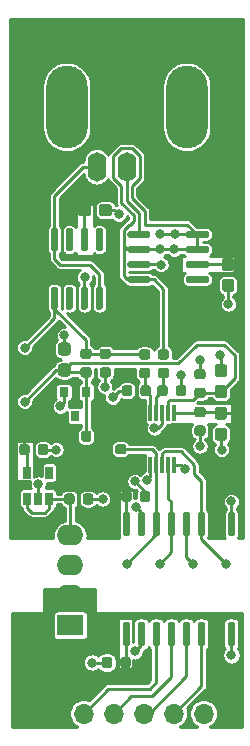
<source format=gbr>
%TF.GenerationSoftware,KiCad,Pcbnew,(5.1.10)-1*%
%TF.CreationDate,2021-07-01T21:18:45-05:00*%
%TF.ProjectId,orpMeter,6f72704d-6574-4657-922e-6b696361645f,A0*%
%TF.SameCoordinates,Original*%
%TF.FileFunction,Copper,L1,Top*%
%TF.FilePolarity,Positive*%
%FSLAX46Y46*%
G04 Gerber Fmt 4.6, Leading zero omitted, Abs format (unit mm)*
G04 Created by KiCad (PCBNEW (5.1.10)-1) date 2021-07-01 21:18:45*
%MOMM*%
%LPD*%
G01*
G04 APERTURE LIST*
%TA.AperFunction,ComponentPad*%
%ADD10O,3.500000X7.000000*%
%TD*%
%TA.AperFunction,ComponentPad*%
%ADD11O,1.600000X2.500000*%
%TD*%
%TA.AperFunction,SMDPad,CuDef*%
%ADD12R,0.300000X1.400000*%
%TD*%
%TA.AperFunction,SMDPad,CuDef*%
%ADD13R,0.800000X0.900000*%
%TD*%
%TA.AperFunction,ComponentPad*%
%ADD14O,2.250000X1.750000*%
%TD*%
%TA.AperFunction,ComponentPad*%
%ADD15R,2.250000X1.750000*%
%TD*%
%TA.AperFunction,SMDPad,CuDef*%
%ADD16R,0.650000X1.060000*%
%TD*%
%TA.AperFunction,ComponentPad*%
%ADD17R,1.700000X1.700000*%
%TD*%
%TA.AperFunction,ComponentPad*%
%ADD18O,1.700000X1.700000*%
%TD*%
%TA.AperFunction,ViaPad*%
%ADD19C,0.800000*%
%TD*%
%TA.AperFunction,Conductor*%
%ADD20C,0.250000*%
%TD*%
%TA.AperFunction,Conductor*%
%ADD21C,0.254000*%
%TD*%
%TA.AperFunction,Conductor*%
%ADD22C,0.100000*%
%TD*%
G04 APERTURE END LIST*
D10*
%TO.P,J1,MP*%
%TO.N,N/C*%
X136398000Y-93421200D03*
X146558000Y-93421200D03*
D11*
%TO.P,J1,1*%
%TO.N,Net-(J1-Pad1)*%
X141478000Y-98501200D03*
%TO.P,J1,2*%
%TO.N,Net-(J1-Pad2)*%
X138938000Y-98501200D03*
%TD*%
%TO.P,C1,1*%
%TO.N,/REF_V*%
%TA.AperFunction,SMDPad,CuDef*%
G36*
G01*
X147931850Y-118065000D02*
X147419350Y-118065000D01*
G75*
G02*
X147200600Y-117846250I0J218750D01*
G01*
X147200600Y-117408750D01*
G75*
G02*
X147419350Y-117190000I218750J0D01*
G01*
X147931850Y-117190000D01*
G75*
G02*
X148150600Y-117408750I0J-218750D01*
G01*
X148150600Y-117846250D01*
G75*
G02*
X147931850Y-118065000I-218750J0D01*
G01*
G37*
%TD.AperFunction*%
%TO.P,C1,2*%
%TO.N,GNDA*%
%TA.AperFunction,SMDPad,CuDef*%
G36*
G01*
X147931850Y-116490000D02*
X147419350Y-116490000D01*
G75*
G02*
X147200600Y-116271250I0J218750D01*
G01*
X147200600Y-115833750D01*
G75*
G02*
X147419350Y-115615000I218750J0D01*
G01*
X147931850Y-115615000D01*
G75*
G02*
X148150600Y-115833750I0J-218750D01*
G01*
X148150600Y-116271250D01*
G75*
G02*
X147931850Y-116490000I-218750J0D01*
G01*
G37*
%TD.AperFunction*%
%TD*%
%TO.P,C3,2*%
%TO.N,GNDA*%
%TA.AperFunction,SMDPad,CuDef*%
G36*
G01*
X147419350Y-120390400D02*
X147931850Y-120390400D01*
G75*
G02*
X148150600Y-120609150I0J-218750D01*
G01*
X148150600Y-121046650D01*
G75*
G02*
X147931850Y-121265400I-218750J0D01*
G01*
X147419350Y-121265400D01*
G75*
G02*
X147200600Y-121046650I0J218750D01*
G01*
X147200600Y-120609150D01*
G75*
G02*
X147419350Y-120390400I218750J0D01*
G01*
G37*
%TD.AperFunction*%
%TO.P,C3,1*%
%TO.N,VDDA*%
%TA.AperFunction,SMDPad,CuDef*%
G36*
G01*
X147419350Y-118815400D02*
X147931850Y-118815400D01*
G75*
G02*
X148150600Y-119034150I0J-218750D01*
G01*
X148150600Y-119471650D01*
G75*
G02*
X147931850Y-119690400I-218750J0D01*
G01*
X147419350Y-119690400D01*
G75*
G02*
X147200600Y-119471650I0J218750D01*
G01*
X147200600Y-119034150D01*
G75*
G02*
X147419350Y-118815400I218750J0D01*
G01*
G37*
%TD.AperFunction*%
%TD*%
%TO.P,C5,1*%
%TO.N,Net-(C5-Pad1)*%
%TA.AperFunction,SMDPad,CuDef*%
G36*
G01*
X144063000Y-117705850D02*
X144063000Y-117193350D01*
G75*
G02*
X144281750Y-116974600I218750J0D01*
G01*
X144719250Y-116974600D01*
G75*
G02*
X144938000Y-117193350I0J-218750D01*
G01*
X144938000Y-117705850D01*
G75*
G02*
X144719250Y-117924600I-218750J0D01*
G01*
X144281750Y-117924600D01*
G75*
G02*
X144063000Y-117705850I0J218750D01*
G01*
G37*
%TD.AperFunction*%
%TO.P,C5,2*%
%TO.N,GNDA*%
%TA.AperFunction,SMDPad,CuDef*%
G36*
G01*
X145638000Y-117705850D02*
X145638000Y-117193350D01*
G75*
G02*
X145856750Y-116974600I218750J0D01*
G01*
X146294250Y-116974600D01*
G75*
G02*
X146513000Y-117193350I0J-218750D01*
G01*
X146513000Y-117705850D01*
G75*
G02*
X146294250Y-117924600I-218750J0D01*
G01*
X145856750Y-117924600D01*
G75*
G02*
X145638000Y-117705850I0J218750D01*
G01*
G37*
%TD.AperFunction*%
%TD*%
%TO.P,C6,2*%
%TO.N,GNDA*%
%TA.AperFunction,SMDPad,CuDef*%
G36*
G01*
X141940800Y-117193350D02*
X141940800Y-117705850D01*
G75*
G02*
X141722050Y-117924600I-218750J0D01*
G01*
X141284550Y-117924600D01*
G75*
G02*
X141065800Y-117705850I0J218750D01*
G01*
X141065800Y-117193350D01*
G75*
G02*
X141284550Y-116974600I218750J0D01*
G01*
X141722050Y-116974600D01*
G75*
G02*
X141940800Y-117193350I0J-218750D01*
G01*
G37*
%TD.AperFunction*%
%TO.P,C6,1*%
%TO.N,Net-(C6-Pad1)*%
%TA.AperFunction,SMDPad,CuDef*%
G36*
G01*
X143515800Y-117193350D02*
X143515800Y-117705850D01*
G75*
G02*
X143297050Y-117924600I-218750J0D01*
G01*
X142859550Y-117924600D01*
G75*
G02*
X142640800Y-117705850I0J218750D01*
G01*
X142640800Y-117193350D01*
G75*
G02*
X142859550Y-116974600I218750J0D01*
G01*
X143297050Y-116974600D01*
G75*
G02*
X143515800Y-117193350I0J-218750D01*
G01*
G37*
%TD.AperFunction*%
%TD*%
%TO.P,C7,1*%
%TO.N,VDDA*%
%TA.AperFunction,SMDPad,CuDef*%
G36*
G01*
X149788199Y-106195200D02*
X150338201Y-106195200D01*
G75*
G02*
X150588200Y-106445199I0J-249999D01*
G01*
X150588200Y-107070201D01*
G75*
G02*
X150338201Y-107320200I-249999J0D01*
G01*
X149788199Y-107320200D01*
G75*
G02*
X149538200Y-107070201I0J249999D01*
G01*
X149538200Y-106445199D01*
G75*
G02*
X149788199Y-106195200I249999J0D01*
G01*
G37*
%TD.AperFunction*%
%TO.P,C7,2*%
%TO.N,GNDA*%
%TA.AperFunction,SMDPad,CuDef*%
G36*
G01*
X149788199Y-107970200D02*
X150338201Y-107970200D01*
G75*
G02*
X150588200Y-108220199I0J-249999D01*
G01*
X150588200Y-108845201D01*
G75*
G02*
X150338201Y-109095200I-249999J0D01*
G01*
X149788199Y-109095200D01*
G75*
G02*
X149538200Y-108845201I0J249999D01*
G01*
X149538200Y-108220199D01*
G75*
G02*
X149788199Y-107970200I249999J0D01*
G01*
G37*
%TD.AperFunction*%
%TD*%
%TO.P,C8,2*%
%TO.N,GNDA*%
%TA.AperFunction,SMDPad,CuDef*%
G36*
G01*
X139110600Y-102433801D02*
X139110600Y-101883799D01*
G75*
G02*
X139360599Y-101633800I249999J0D01*
G01*
X139985601Y-101633800D01*
G75*
G02*
X140235600Y-101883799I0J-249999D01*
G01*
X140235600Y-102433801D01*
G75*
G02*
X139985601Y-102683800I-249999J0D01*
G01*
X139360599Y-102683800D01*
G75*
G02*
X139110600Y-102433801I0J249999D01*
G01*
G37*
%TD.AperFunction*%
%TO.P,C8,1*%
%TO.N,VDDA*%
%TA.AperFunction,SMDPad,CuDef*%
G36*
G01*
X137335600Y-102433801D02*
X137335600Y-101883799D01*
G75*
G02*
X137585599Y-101633800I249999J0D01*
G01*
X138210601Y-101633800D01*
G75*
G02*
X138460600Y-101883799I0J-249999D01*
G01*
X138460600Y-102433801D01*
G75*
G02*
X138210601Y-102683800I-249999J0D01*
G01*
X137585599Y-102683800D01*
G75*
G02*
X137335600Y-102433801I0J249999D01*
G01*
G37*
%TD.AperFunction*%
%TD*%
%TO.P,C9,1*%
%TO.N,VDDA*%
%TA.AperFunction,SMDPad,CuDef*%
G36*
G01*
X141015000Y-126646650D02*
X141015000Y-126134150D01*
G75*
G02*
X141233750Y-125915400I218750J0D01*
G01*
X141671250Y-125915400D01*
G75*
G02*
X141890000Y-126134150I0J-218750D01*
G01*
X141890000Y-126646650D01*
G75*
G02*
X141671250Y-126865400I-218750J0D01*
G01*
X141233750Y-126865400D01*
G75*
G02*
X141015000Y-126646650I0J218750D01*
G01*
G37*
%TD.AperFunction*%
%TO.P,C9,2*%
%TO.N,GNDA*%
%TA.AperFunction,SMDPad,CuDef*%
G36*
G01*
X142590000Y-126646650D02*
X142590000Y-126134150D01*
G75*
G02*
X142808750Y-125915400I218750J0D01*
G01*
X143246250Y-125915400D01*
G75*
G02*
X143465000Y-126134150I0J-218750D01*
G01*
X143465000Y-126646650D01*
G75*
G02*
X143246250Y-126865400I-218750J0D01*
G01*
X142808750Y-126865400D01*
G75*
G02*
X142590000Y-126646650I0J218750D01*
G01*
G37*
%TD.AperFunction*%
%TD*%
%TO.P,C10,1*%
%TO.N,VDD*%
%TA.AperFunction,SMDPad,CuDef*%
G36*
G01*
X141814000Y-140205750D02*
X141814000Y-140718250D01*
G75*
G02*
X141595250Y-140937000I-218750J0D01*
G01*
X141157750Y-140937000D01*
G75*
G02*
X140939000Y-140718250I0J218750D01*
G01*
X140939000Y-140205750D01*
G75*
G02*
X141157750Y-139987000I218750J0D01*
G01*
X141595250Y-139987000D01*
G75*
G02*
X141814000Y-140205750I0J-218750D01*
G01*
G37*
%TD.AperFunction*%
%TO.P,C10,2*%
%TO.N,GND*%
%TA.AperFunction,SMDPad,CuDef*%
G36*
G01*
X140239000Y-140205750D02*
X140239000Y-140718250D01*
G75*
G02*
X140020250Y-140937000I-218750J0D01*
G01*
X139582750Y-140937000D01*
G75*
G02*
X139364000Y-140718250I0J218750D01*
G01*
X139364000Y-140205750D01*
G75*
G02*
X139582750Y-139987000I218750J0D01*
G01*
X140020250Y-139987000D01*
G75*
G02*
X140239000Y-140205750I0J-218750D01*
G01*
G37*
%TD.AperFunction*%
%TD*%
%TO.P,C11,1*%
%TO.N,/REF_V*%
%TA.AperFunction,SMDPad,CuDef*%
G36*
G01*
X136469801Y-116258000D02*
X135919799Y-116258000D01*
G75*
G02*
X135669800Y-116008001I0J249999D01*
G01*
X135669800Y-115382999D01*
G75*
G02*
X135919799Y-115133000I249999J0D01*
G01*
X136469801Y-115133000D01*
G75*
G02*
X136719800Y-115382999I0J-249999D01*
G01*
X136719800Y-116008001D01*
G75*
G02*
X136469801Y-116258000I-249999J0D01*
G01*
G37*
%TD.AperFunction*%
%TO.P,C11,2*%
%TO.N,GNDA*%
%TA.AperFunction,SMDPad,CuDef*%
G36*
G01*
X136469801Y-114483000D02*
X135919799Y-114483000D01*
G75*
G02*
X135669800Y-114233001I0J249999D01*
G01*
X135669800Y-113607999D01*
G75*
G02*
X135919799Y-113358000I249999J0D01*
G01*
X136469801Y-113358000D01*
G75*
G02*
X136719800Y-113607999I0J-249999D01*
G01*
X136719800Y-114233001D01*
G75*
G02*
X136469801Y-114483000I-249999J0D01*
G01*
G37*
%TD.AperFunction*%
%TD*%
%TO.P,R1,1*%
%TO.N,VDDA*%
%TA.AperFunction,SMDPad,CuDef*%
G36*
G01*
X140713750Y-120390200D02*
X141226250Y-120390200D01*
G75*
G02*
X141445000Y-120608950I0J-218750D01*
G01*
X141445000Y-121046450D01*
G75*
G02*
X141226250Y-121265200I-218750J0D01*
G01*
X140713750Y-121265200D01*
G75*
G02*
X140495000Y-121046450I0J218750D01*
G01*
X140495000Y-120608950D01*
G75*
G02*
X140713750Y-120390200I218750J0D01*
G01*
G37*
%TD.AperFunction*%
%TO.P,R1,2*%
%TO.N,/CS_ISO*%
%TA.AperFunction,SMDPad,CuDef*%
G36*
G01*
X140713750Y-121965200D02*
X141226250Y-121965200D01*
G75*
G02*
X141445000Y-122183950I0J-218750D01*
G01*
X141445000Y-122621450D01*
G75*
G02*
X141226250Y-122840200I-218750J0D01*
G01*
X140713750Y-122840200D01*
G75*
G02*
X140495000Y-122621450I0J218750D01*
G01*
X140495000Y-122183950D01*
G75*
G02*
X140713750Y-121965200I218750J0D01*
G01*
G37*
%TD.AperFunction*%
%TD*%
%TO.P,R2,2*%
%TO.N,/PROBE_V*%
%TA.AperFunction,SMDPad,CuDef*%
G36*
G01*
X144833050Y-114813600D02*
X144320550Y-114813600D01*
G75*
G02*
X144101800Y-114594850I0J218750D01*
G01*
X144101800Y-114157350D01*
G75*
G02*
X144320550Y-113938600I218750J0D01*
G01*
X144833050Y-113938600D01*
G75*
G02*
X145051800Y-114157350I0J-218750D01*
G01*
X145051800Y-114594850D01*
G75*
G02*
X144833050Y-114813600I-218750J0D01*
G01*
G37*
%TD.AperFunction*%
%TO.P,R2,1*%
%TO.N,Net-(C5-Pad1)*%
%TA.AperFunction,SMDPad,CuDef*%
G36*
G01*
X144833050Y-116388600D02*
X144320550Y-116388600D01*
G75*
G02*
X144101800Y-116169850I0J218750D01*
G01*
X144101800Y-115732350D01*
G75*
G02*
X144320550Y-115513600I218750J0D01*
G01*
X144833050Y-115513600D01*
G75*
G02*
X145051800Y-115732350I0J-218750D01*
G01*
X145051800Y-116169850D01*
G75*
G02*
X144833050Y-116388600I-218750J0D01*
G01*
G37*
%TD.AperFunction*%
%TD*%
%TO.P,R3,1*%
%TO.N,Net-(C6-Pad1)*%
%TA.AperFunction,SMDPad,CuDef*%
G36*
G01*
X143258250Y-116388600D02*
X142745750Y-116388600D01*
G75*
G02*
X142527000Y-116169850I0J218750D01*
G01*
X142527000Y-115732350D01*
G75*
G02*
X142745750Y-115513600I218750J0D01*
G01*
X143258250Y-115513600D01*
G75*
G02*
X143477000Y-115732350I0J-218750D01*
G01*
X143477000Y-116169850D01*
G75*
G02*
X143258250Y-116388600I-218750J0D01*
G01*
G37*
%TD.AperFunction*%
%TO.P,R3,2*%
%TO.N,/BIAS_V*%
%TA.AperFunction,SMDPad,CuDef*%
G36*
G01*
X143258250Y-114813600D02*
X142745750Y-114813600D01*
G75*
G02*
X142527000Y-114594850I0J218750D01*
G01*
X142527000Y-114157350D01*
G75*
G02*
X142745750Y-113938600I218750J0D01*
G01*
X143258250Y-113938600D01*
G75*
G02*
X143477000Y-114157350I0J-218750D01*
G01*
X143477000Y-114594850D01*
G75*
G02*
X143258250Y-114813600I-218750J0D01*
G01*
G37*
%TD.AperFunction*%
%TD*%
%TO.P,R4,1*%
%TO.N,VDDA*%
%TA.AperFunction,SMDPad,CuDef*%
G36*
G01*
X136036600Y-121566650D02*
X136036600Y-121054150D01*
G75*
G02*
X136255350Y-120835400I218750J0D01*
G01*
X136692850Y-120835400D01*
G75*
G02*
X136911600Y-121054150I0J-218750D01*
G01*
X136911600Y-121566650D01*
G75*
G02*
X136692850Y-121785400I-218750J0D01*
G01*
X136255350Y-121785400D01*
G75*
G02*
X136036600Y-121566650I0J218750D01*
G01*
G37*
%TD.AperFunction*%
%TO.P,R4,2*%
%TO.N,/REF_V*%
%TA.AperFunction,SMDPad,CuDef*%
G36*
G01*
X137611600Y-121566650D02*
X137611600Y-121054150D01*
G75*
G02*
X137830350Y-120835400I218750J0D01*
G01*
X138267850Y-120835400D01*
G75*
G02*
X138486600Y-121054150I0J-218750D01*
G01*
X138486600Y-121566650D01*
G75*
G02*
X138267850Y-121785400I-218750J0D01*
G01*
X137830350Y-121785400D01*
G75*
G02*
X137611600Y-121566650I0J218750D01*
G01*
G37*
%TD.AperFunction*%
%TD*%
%TO.P,R5,1*%
%TO.N,/REF_V*%
%TA.AperFunction,SMDPad,CuDef*%
G36*
G01*
X138279850Y-116337800D02*
X137767350Y-116337800D01*
G75*
G02*
X137548600Y-116119050I0J218750D01*
G01*
X137548600Y-115681550D01*
G75*
G02*
X137767350Y-115462800I218750J0D01*
G01*
X138279850Y-115462800D01*
G75*
G02*
X138498600Y-115681550I0J-218750D01*
G01*
X138498600Y-116119050D01*
G75*
G02*
X138279850Y-116337800I-218750J0D01*
G01*
G37*
%TD.AperFunction*%
%TO.P,R5,2*%
%TO.N,/BIAS_V*%
%TA.AperFunction,SMDPad,CuDef*%
G36*
G01*
X138279850Y-114762800D02*
X137767350Y-114762800D01*
G75*
G02*
X137548600Y-114544050I0J218750D01*
G01*
X137548600Y-114106550D01*
G75*
G02*
X137767350Y-113887800I218750J0D01*
G01*
X138279850Y-113887800D01*
G75*
G02*
X138498600Y-114106550I0J-218750D01*
G01*
X138498600Y-114544050D01*
G75*
G02*
X138279850Y-114762800I-218750J0D01*
G01*
G37*
%TD.AperFunction*%
%TD*%
%TO.P,R6,2*%
%TO.N,GNDA*%
%TA.AperFunction,SMDPad,CuDef*%
G36*
G01*
X139392950Y-115462800D02*
X139905450Y-115462800D01*
G75*
G02*
X140124200Y-115681550I0J-218750D01*
G01*
X140124200Y-116119050D01*
G75*
G02*
X139905450Y-116337800I-218750J0D01*
G01*
X139392950Y-116337800D01*
G75*
G02*
X139174200Y-116119050I0J218750D01*
G01*
X139174200Y-115681550D01*
G75*
G02*
X139392950Y-115462800I218750J0D01*
G01*
G37*
%TD.AperFunction*%
%TO.P,R6,1*%
%TO.N,/BIAS_V*%
%TA.AperFunction,SMDPad,CuDef*%
G36*
G01*
X139392950Y-113887800D02*
X139905450Y-113887800D01*
G75*
G02*
X140124200Y-114106550I0J-218750D01*
G01*
X140124200Y-114544050D01*
G75*
G02*
X139905450Y-114762800I-218750J0D01*
G01*
X139392950Y-114762800D01*
G75*
G02*
X139174200Y-114544050I0J218750D01*
G01*
X139174200Y-114106550D01*
G75*
G02*
X139392950Y-113887800I218750J0D01*
G01*
G37*
%TD.AperFunction*%
%TD*%
D12*
%TO.P,U1,1*%
%TO.N,VDDA*%
X145475200Y-119313600D03*
%TO.P,U1,2*%
%TO.N,/REF_V*%
X144975200Y-119313600D03*
%TO.P,U1,3*%
%TO.N,GNDA*%
X144475200Y-119313600D03*
%TO.P,U1,4*%
%TO.N,Net-(C5-Pad1)*%
X143975200Y-119313600D03*
%TO.P,U1,5*%
%TO.N,Net-(C6-Pad1)*%
X143475200Y-119313600D03*
%TO.P,U1,6*%
%TO.N,GNDA*%
X143475200Y-123713600D03*
%TO.P,U1,7*%
%TO.N,/CS_ISO*%
X143975200Y-123713600D03*
%TO.P,U1,8*%
%TO.N,/SDO_ISO*%
X144475200Y-123713600D03*
%TO.P,U1,9*%
%TO.N,/SCK_ISO*%
X144975200Y-123713600D03*
%TO.P,U1,10*%
%TO.N,GNDA*%
X145475200Y-123713600D03*
%TD*%
%TO.P,U2,8*%
%TO.N,/PROBE_V*%
%TA.AperFunction,SMDPad,CuDef*%
G36*
G01*
X146483200Y-104366200D02*
X146483200Y-104066200D01*
G75*
G02*
X146633200Y-103916200I150000J0D01*
G01*
X148283200Y-103916200D01*
G75*
G02*
X148433200Y-104066200I0J-150000D01*
G01*
X148433200Y-104366200D01*
G75*
G02*
X148283200Y-104516200I-150000J0D01*
G01*
X146633200Y-104516200D01*
G75*
G02*
X146483200Y-104366200I0J150000D01*
G01*
G37*
%TD.AperFunction*%
%TO.P,U2,7*%
%TA.AperFunction,SMDPad,CuDef*%
G36*
G01*
X146483200Y-105636200D02*
X146483200Y-105336200D01*
G75*
G02*
X146633200Y-105186200I150000J0D01*
G01*
X148283200Y-105186200D01*
G75*
G02*
X148433200Y-105336200I0J-150000D01*
G01*
X148433200Y-105636200D01*
G75*
G02*
X148283200Y-105786200I-150000J0D01*
G01*
X146633200Y-105786200D01*
G75*
G02*
X146483200Y-105636200I0J150000D01*
G01*
G37*
%TD.AperFunction*%
%TO.P,U2,6*%
%TO.N,VDDA*%
%TA.AperFunction,SMDPad,CuDef*%
G36*
G01*
X146483200Y-106906200D02*
X146483200Y-106606200D01*
G75*
G02*
X146633200Y-106456200I150000J0D01*
G01*
X148283200Y-106456200D01*
G75*
G02*
X148433200Y-106606200I0J-150000D01*
G01*
X148433200Y-106906200D01*
G75*
G02*
X148283200Y-107056200I-150000J0D01*
G01*
X146633200Y-107056200D01*
G75*
G02*
X146483200Y-106906200I0J150000D01*
G01*
G37*
%TD.AperFunction*%
%TO.P,U2,5*%
%TO.N,N/C*%
%TA.AperFunction,SMDPad,CuDef*%
G36*
G01*
X146483200Y-108176200D02*
X146483200Y-107876200D01*
G75*
G02*
X146633200Y-107726200I150000J0D01*
G01*
X148283200Y-107726200D01*
G75*
G02*
X148433200Y-107876200I0J-150000D01*
G01*
X148433200Y-108176200D01*
G75*
G02*
X148283200Y-108326200I-150000J0D01*
G01*
X146633200Y-108326200D01*
G75*
G02*
X146483200Y-108176200I0J150000D01*
G01*
G37*
%TD.AperFunction*%
%TO.P,U2,4*%
%TO.N,/PROBE_V*%
%TA.AperFunction,SMDPad,CuDef*%
G36*
G01*
X141533200Y-108176200D02*
X141533200Y-107876200D01*
G75*
G02*
X141683200Y-107726200I150000J0D01*
G01*
X143333200Y-107726200D01*
G75*
G02*
X143483200Y-107876200I0J-150000D01*
G01*
X143483200Y-108176200D01*
G75*
G02*
X143333200Y-108326200I-150000J0D01*
G01*
X141683200Y-108326200D01*
G75*
G02*
X141533200Y-108176200I0J150000D01*
G01*
G37*
%TD.AperFunction*%
%TO.P,U2,3*%
%TO.N,GNDA*%
%TA.AperFunction,SMDPad,CuDef*%
G36*
G01*
X141533200Y-106906200D02*
X141533200Y-106606200D01*
G75*
G02*
X141683200Y-106456200I150000J0D01*
G01*
X143333200Y-106456200D01*
G75*
G02*
X143483200Y-106606200I0J-150000D01*
G01*
X143483200Y-106906200D01*
G75*
G02*
X143333200Y-107056200I-150000J0D01*
G01*
X141683200Y-107056200D01*
G75*
G02*
X141533200Y-106906200I0J150000D01*
G01*
G37*
%TD.AperFunction*%
%TO.P,U2,2*%
%TO.N,/PROBE_V*%
%TA.AperFunction,SMDPad,CuDef*%
G36*
G01*
X141533200Y-105636200D02*
X141533200Y-105336200D01*
G75*
G02*
X141683200Y-105186200I150000J0D01*
G01*
X143333200Y-105186200D01*
G75*
G02*
X143483200Y-105336200I0J-150000D01*
G01*
X143483200Y-105636200D01*
G75*
G02*
X143333200Y-105786200I-150000J0D01*
G01*
X141683200Y-105786200D01*
G75*
G02*
X141533200Y-105636200I0J150000D01*
G01*
G37*
%TD.AperFunction*%
%TO.P,U2,1*%
%TO.N,Net-(J1-Pad1)*%
%TA.AperFunction,SMDPad,CuDef*%
G36*
G01*
X141533200Y-104366200D02*
X141533200Y-104066200D01*
G75*
G02*
X141683200Y-103916200I150000J0D01*
G01*
X143333200Y-103916200D01*
G75*
G02*
X143483200Y-104066200I0J-150000D01*
G01*
X143483200Y-104366200D01*
G75*
G02*
X143333200Y-104516200I-150000J0D01*
G01*
X141683200Y-104516200D01*
G75*
G02*
X141533200Y-104366200I0J150000D01*
G01*
G37*
%TD.AperFunction*%
%TD*%
%TO.P,U3,1*%
%TO.N,/BIAS_V*%
%TA.AperFunction,SMDPad,CuDef*%
G36*
G01*
X135506600Y-110587200D02*
X135206600Y-110587200D01*
G75*
G02*
X135056600Y-110437200I0J150000D01*
G01*
X135056600Y-108787200D01*
G75*
G02*
X135206600Y-108637200I150000J0D01*
G01*
X135506600Y-108637200D01*
G75*
G02*
X135656600Y-108787200I0J-150000D01*
G01*
X135656600Y-110437200D01*
G75*
G02*
X135506600Y-110587200I-150000J0D01*
G01*
G37*
%TD.AperFunction*%
%TO.P,U3,2*%
%TO.N,N/C*%
%TA.AperFunction,SMDPad,CuDef*%
G36*
G01*
X136776600Y-110587200D02*
X136476600Y-110587200D01*
G75*
G02*
X136326600Y-110437200I0J150000D01*
G01*
X136326600Y-108787200D01*
G75*
G02*
X136476600Y-108637200I150000J0D01*
G01*
X136776600Y-108637200D01*
G75*
G02*
X136926600Y-108787200I0J-150000D01*
G01*
X136926600Y-110437200D01*
G75*
G02*
X136776600Y-110587200I-150000J0D01*
G01*
G37*
%TD.AperFunction*%
%TO.P,U3,3*%
%TO.N,GNDA*%
%TA.AperFunction,SMDPad,CuDef*%
G36*
G01*
X138046600Y-110587200D02*
X137746600Y-110587200D01*
G75*
G02*
X137596600Y-110437200I0J150000D01*
G01*
X137596600Y-108787200D01*
G75*
G02*
X137746600Y-108637200I150000J0D01*
G01*
X138046600Y-108637200D01*
G75*
G02*
X138196600Y-108787200I0J-150000D01*
G01*
X138196600Y-110437200D01*
G75*
G02*
X138046600Y-110587200I-150000J0D01*
G01*
G37*
%TD.AperFunction*%
%TO.P,U3,4*%
%TO.N,Net-(J1-Pad2)*%
%TA.AperFunction,SMDPad,CuDef*%
G36*
G01*
X139316600Y-110587200D02*
X139016600Y-110587200D01*
G75*
G02*
X138866600Y-110437200I0J150000D01*
G01*
X138866600Y-108787200D01*
G75*
G02*
X139016600Y-108637200I150000J0D01*
G01*
X139316600Y-108637200D01*
G75*
G02*
X139466600Y-108787200I0J-150000D01*
G01*
X139466600Y-110437200D01*
G75*
G02*
X139316600Y-110587200I-150000J0D01*
G01*
G37*
%TD.AperFunction*%
%TO.P,U3,5*%
%TO.N,N/C*%
%TA.AperFunction,SMDPad,CuDef*%
G36*
G01*
X139316600Y-105637200D02*
X139016600Y-105637200D01*
G75*
G02*
X138866600Y-105487200I0J150000D01*
G01*
X138866600Y-103837200D01*
G75*
G02*
X139016600Y-103687200I150000J0D01*
G01*
X139316600Y-103687200D01*
G75*
G02*
X139466600Y-103837200I0J-150000D01*
G01*
X139466600Y-105487200D01*
G75*
G02*
X139316600Y-105637200I-150000J0D01*
G01*
G37*
%TD.AperFunction*%
%TO.P,U3,6*%
%TO.N,VDDA*%
%TA.AperFunction,SMDPad,CuDef*%
G36*
G01*
X138046600Y-105637200D02*
X137746600Y-105637200D01*
G75*
G02*
X137596600Y-105487200I0J150000D01*
G01*
X137596600Y-103837200D01*
G75*
G02*
X137746600Y-103687200I150000J0D01*
G01*
X138046600Y-103687200D01*
G75*
G02*
X138196600Y-103837200I0J-150000D01*
G01*
X138196600Y-105487200D01*
G75*
G02*
X138046600Y-105637200I-150000J0D01*
G01*
G37*
%TD.AperFunction*%
%TO.P,U3,7*%
%TO.N,N/C*%
%TA.AperFunction,SMDPad,CuDef*%
G36*
G01*
X136776600Y-105637200D02*
X136476600Y-105637200D01*
G75*
G02*
X136326600Y-105487200I0J150000D01*
G01*
X136326600Y-103837200D01*
G75*
G02*
X136476600Y-103687200I150000J0D01*
G01*
X136776600Y-103687200D01*
G75*
G02*
X136926600Y-103837200I0J-150000D01*
G01*
X136926600Y-105487200D01*
G75*
G02*
X136776600Y-105637200I-150000J0D01*
G01*
G37*
%TD.AperFunction*%
%TO.P,U3,8*%
%TO.N,Net-(J1-Pad2)*%
%TA.AperFunction,SMDPad,CuDef*%
G36*
G01*
X135506600Y-105637200D02*
X135206600Y-105637200D01*
G75*
G02*
X135056600Y-105487200I0J150000D01*
G01*
X135056600Y-103837200D01*
G75*
G02*
X135206600Y-103687200I150000J0D01*
G01*
X135506600Y-103687200D01*
G75*
G02*
X135656600Y-103837200I0J-150000D01*
G01*
X135656600Y-105487200D01*
G75*
G02*
X135506600Y-105637200I-150000J0D01*
G01*
G37*
%TD.AperFunction*%
%TD*%
%TO.P,U4,1*%
%TO.N,VDD*%
%TA.AperFunction,SMDPad,CuDef*%
G36*
G01*
X141602600Y-139075800D02*
X141302600Y-139075800D01*
G75*
G02*
X141152600Y-138925800I0J150000D01*
G01*
X141152600Y-137175800D01*
G75*
G02*
X141302600Y-137025800I150000J0D01*
G01*
X141602600Y-137025800D01*
G75*
G02*
X141752600Y-137175800I0J-150000D01*
G01*
X141752600Y-138925800D01*
G75*
G02*
X141602600Y-139075800I-150000J0D01*
G01*
G37*
%TD.AperFunction*%
%TO.P,U4,2*%
%TO.N,GND*%
%TA.AperFunction,SMDPad,CuDef*%
G36*
G01*
X142872600Y-139075800D02*
X142572600Y-139075800D01*
G75*
G02*
X142422600Y-138925800I0J150000D01*
G01*
X142422600Y-137175800D01*
G75*
G02*
X142572600Y-137025800I150000J0D01*
G01*
X142872600Y-137025800D01*
G75*
G02*
X143022600Y-137175800I0J-150000D01*
G01*
X143022600Y-138925800D01*
G75*
G02*
X142872600Y-139075800I-150000J0D01*
G01*
G37*
%TD.AperFunction*%
%TO.P,U4,3*%
%TO.N,/CS*%
%TA.AperFunction,SMDPad,CuDef*%
G36*
G01*
X144142600Y-139075800D02*
X143842600Y-139075800D01*
G75*
G02*
X143692600Y-138925800I0J150000D01*
G01*
X143692600Y-137175800D01*
G75*
G02*
X143842600Y-137025800I150000J0D01*
G01*
X144142600Y-137025800D01*
G75*
G02*
X144292600Y-137175800I0J-150000D01*
G01*
X144292600Y-138925800D01*
G75*
G02*
X144142600Y-139075800I-150000J0D01*
G01*
G37*
%TD.AperFunction*%
%TO.P,U4,4*%
%TO.N,/SCK*%
%TA.AperFunction,SMDPad,CuDef*%
G36*
G01*
X145412600Y-139075800D02*
X145112600Y-139075800D01*
G75*
G02*
X144962600Y-138925800I0J150000D01*
G01*
X144962600Y-137175800D01*
G75*
G02*
X145112600Y-137025800I150000J0D01*
G01*
X145412600Y-137025800D01*
G75*
G02*
X145562600Y-137175800I0J-150000D01*
G01*
X145562600Y-138925800D01*
G75*
G02*
X145412600Y-139075800I-150000J0D01*
G01*
G37*
%TD.AperFunction*%
%TO.P,U4,5*%
%TO.N,/MOSI*%
%TA.AperFunction,SMDPad,CuDef*%
G36*
G01*
X146682600Y-139075800D02*
X146382600Y-139075800D01*
G75*
G02*
X146232600Y-138925800I0J150000D01*
G01*
X146232600Y-137175800D01*
G75*
G02*
X146382600Y-137025800I150000J0D01*
G01*
X146682600Y-137025800D01*
G75*
G02*
X146832600Y-137175800I0J-150000D01*
G01*
X146832600Y-138925800D01*
G75*
G02*
X146682600Y-139075800I-150000J0D01*
G01*
G37*
%TD.AperFunction*%
%TO.P,U4,6*%
%TO.N,/MISO*%
%TA.AperFunction,SMDPad,CuDef*%
G36*
G01*
X147952600Y-139075800D02*
X147652600Y-139075800D01*
G75*
G02*
X147502600Y-138925800I0J150000D01*
G01*
X147502600Y-137175800D01*
G75*
G02*
X147652600Y-137025800I150000J0D01*
G01*
X147952600Y-137025800D01*
G75*
G02*
X148102600Y-137175800I0J-150000D01*
G01*
X148102600Y-138925800D01*
G75*
G02*
X147952600Y-139075800I-150000J0D01*
G01*
G37*
%TD.AperFunction*%
%TO.P,U4,7*%
%TO.N,VDD*%
%TA.AperFunction,SMDPad,CuDef*%
G36*
G01*
X149222600Y-139075800D02*
X148922600Y-139075800D01*
G75*
G02*
X148772600Y-138925800I0J150000D01*
G01*
X148772600Y-137175800D01*
G75*
G02*
X148922600Y-137025800I150000J0D01*
G01*
X149222600Y-137025800D01*
G75*
G02*
X149372600Y-137175800I0J-150000D01*
G01*
X149372600Y-138925800D01*
G75*
G02*
X149222600Y-139075800I-150000J0D01*
G01*
G37*
%TD.AperFunction*%
%TO.P,U4,8*%
%TO.N,GND*%
%TA.AperFunction,SMDPad,CuDef*%
G36*
G01*
X150492600Y-139075800D02*
X150192600Y-139075800D01*
G75*
G02*
X150042600Y-138925800I0J150000D01*
G01*
X150042600Y-137175800D01*
G75*
G02*
X150192600Y-137025800I150000J0D01*
G01*
X150492600Y-137025800D01*
G75*
G02*
X150642600Y-137175800I0J-150000D01*
G01*
X150642600Y-138925800D01*
G75*
G02*
X150492600Y-139075800I-150000J0D01*
G01*
G37*
%TD.AperFunction*%
%TO.P,U4,9*%
%TO.N,GNDA*%
%TA.AperFunction,SMDPad,CuDef*%
G36*
G01*
X150492600Y-129775800D02*
X150192600Y-129775800D01*
G75*
G02*
X150042600Y-129625800I0J150000D01*
G01*
X150042600Y-127875800D01*
G75*
G02*
X150192600Y-127725800I150000J0D01*
G01*
X150492600Y-127725800D01*
G75*
G02*
X150642600Y-127875800I0J-150000D01*
G01*
X150642600Y-129625800D01*
G75*
G02*
X150492600Y-129775800I-150000J0D01*
G01*
G37*
%TD.AperFunction*%
%TO.P,U4,10*%
%TO.N,VDDA*%
%TA.AperFunction,SMDPad,CuDef*%
G36*
G01*
X149222600Y-129775800D02*
X148922600Y-129775800D01*
G75*
G02*
X148772600Y-129625800I0J150000D01*
G01*
X148772600Y-127875800D01*
G75*
G02*
X148922600Y-127725800I150000J0D01*
G01*
X149222600Y-127725800D01*
G75*
G02*
X149372600Y-127875800I0J-150000D01*
G01*
X149372600Y-129625800D01*
G75*
G02*
X149222600Y-129775800I-150000J0D01*
G01*
G37*
%TD.AperFunction*%
%TO.P,U4,11*%
%TO.N,/SDO_ISO*%
%TA.AperFunction,SMDPad,CuDef*%
G36*
G01*
X147952600Y-129775800D02*
X147652600Y-129775800D01*
G75*
G02*
X147502600Y-129625800I0J150000D01*
G01*
X147502600Y-127875800D01*
G75*
G02*
X147652600Y-127725800I150000J0D01*
G01*
X147952600Y-127725800D01*
G75*
G02*
X148102600Y-127875800I0J-150000D01*
G01*
X148102600Y-129625800D01*
G75*
G02*
X147952600Y-129775800I-150000J0D01*
G01*
G37*
%TD.AperFunction*%
%TO.P,U4,12*%
%TO.N,/SDI_ISO*%
%TA.AperFunction,SMDPad,CuDef*%
G36*
G01*
X146682600Y-129775800D02*
X146382600Y-129775800D01*
G75*
G02*
X146232600Y-129625800I0J150000D01*
G01*
X146232600Y-127875800D01*
G75*
G02*
X146382600Y-127725800I150000J0D01*
G01*
X146682600Y-127725800D01*
G75*
G02*
X146832600Y-127875800I0J-150000D01*
G01*
X146832600Y-129625800D01*
G75*
G02*
X146682600Y-129775800I-150000J0D01*
G01*
G37*
%TD.AperFunction*%
%TO.P,U4,13*%
%TO.N,/SCK_ISO*%
%TA.AperFunction,SMDPad,CuDef*%
G36*
G01*
X145412600Y-129775800D02*
X145112600Y-129775800D01*
G75*
G02*
X144962600Y-129625800I0J150000D01*
G01*
X144962600Y-127875800D01*
G75*
G02*
X145112600Y-127725800I150000J0D01*
G01*
X145412600Y-127725800D01*
G75*
G02*
X145562600Y-127875800I0J-150000D01*
G01*
X145562600Y-129625800D01*
G75*
G02*
X145412600Y-129775800I-150000J0D01*
G01*
G37*
%TD.AperFunction*%
%TO.P,U4,14*%
%TO.N,/CS_ISO*%
%TA.AperFunction,SMDPad,CuDef*%
G36*
G01*
X144142600Y-129775800D02*
X143842600Y-129775800D01*
G75*
G02*
X143692600Y-129625800I0J150000D01*
G01*
X143692600Y-127875800D01*
G75*
G02*
X143842600Y-127725800I150000J0D01*
G01*
X144142600Y-127725800D01*
G75*
G02*
X144292600Y-127875800I0J-150000D01*
G01*
X144292600Y-129625800D01*
G75*
G02*
X144142600Y-129775800I-150000J0D01*
G01*
G37*
%TD.AperFunction*%
%TO.P,U4,15*%
%TO.N,GNDA*%
%TA.AperFunction,SMDPad,CuDef*%
G36*
G01*
X142872600Y-129775800D02*
X142572600Y-129775800D01*
G75*
G02*
X142422600Y-129625800I0J150000D01*
G01*
X142422600Y-127875800D01*
G75*
G02*
X142572600Y-127725800I150000J0D01*
G01*
X142872600Y-127725800D01*
G75*
G02*
X143022600Y-127875800I0J-150000D01*
G01*
X143022600Y-129625800D01*
G75*
G02*
X142872600Y-129775800I-150000J0D01*
G01*
G37*
%TD.AperFunction*%
%TO.P,U4,16*%
%TO.N,VDDA*%
%TA.AperFunction,SMDPad,CuDef*%
G36*
G01*
X141602600Y-129775800D02*
X141302600Y-129775800D01*
G75*
G02*
X141152600Y-129625800I0J150000D01*
G01*
X141152600Y-127875800D01*
G75*
G02*
X141302600Y-127725800I150000J0D01*
G01*
X141602600Y-127725800D01*
G75*
G02*
X141752600Y-127875800I0J-150000D01*
G01*
X141752600Y-129625800D01*
G75*
G02*
X141602600Y-129775800I-150000J0D01*
G01*
G37*
%TD.AperFunction*%
%TD*%
D13*
%TO.P,U5,1*%
%TO.N,/REF_V*%
X138059200Y-117567200D03*
%TO.P,U5,2*%
%TO.N,GNDA*%
X136159200Y-117567200D03*
%TO.P,U5,3*%
%TO.N,N/C*%
X137109200Y-119567200D03*
%TD*%
D14*
%TO.P,U6,4*%
%TO.N,Net-(C13-Pad1)*%
X136702800Y-129692400D03*
%TO.P,U6,3*%
%TO.N,GNDA*%
X136702800Y-132232400D03*
%TO.P,U6,2*%
%TO.N,VDD*%
X136702800Y-134772400D03*
D15*
%TO.P,U6,1*%
%TO.N,GND*%
X136702800Y-137312400D03*
%TD*%
%TO.P,C12,2*%
%TO.N,GNDA*%
%TA.AperFunction,SMDPad,CuDef*%
G36*
G01*
X133954000Y-122684250D02*
X133954000Y-122171750D01*
G75*
G02*
X134172750Y-121953000I218750J0D01*
G01*
X134610250Y-121953000D01*
G75*
G02*
X134829000Y-122171750I0J-218750D01*
G01*
X134829000Y-122684250D01*
G75*
G02*
X134610250Y-122903000I-218750J0D01*
G01*
X134172750Y-122903000D01*
G75*
G02*
X133954000Y-122684250I0J218750D01*
G01*
G37*
%TD.AperFunction*%
%TO.P,C12,1*%
%TO.N,VDDA*%
%TA.AperFunction,SMDPad,CuDef*%
G36*
G01*
X132379000Y-122684250D02*
X132379000Y-122171750D01*
G75*
G02*
X132597750Y-121953000I218750J0D01*
G01*
X133035250Y-121953000D01*
G75*
G02*
X133254000Y-122171750I0J-218750D01*
G01*
X133254000Y-122684250D01*
G75*
G02*
X133035250Y-122903000I-218750J0D01*
G01*
X132597750Y-122903000D01*
G75*
G02*
X132379000Y-122684250I0J218750D01*
G01*
G37*
%TD.AperFunction*%
%TD*%
%TO.P,C13,1*%
%TO.N,Net-(C13-Pad1)*%
%TA.AperFunction,SMDPad,CuDef*%
G36*
G01*
X136189000Y-126875250D02*
X136189000Y-126362750D01*
G75*
G02*
X136407750Y-126144000I218750J0D01*
G01*
X136845250Y-126144000D01*
G75*
G02*
X137064000Y-126362750I0J-218750D01*
G01*
X137064000Y-126875250D01*
G75*
G02*
X136845250Y-127094000I-218750J0D01*
G01*
X136407750Y-127094000D01*
G75*
G02*
X136189000Y-126875250I0J218750D01*
G01*
G37*
%TD.AperFunction*%
%TO.P,C13,2*%
%TO.N,GNDA*%
%TA.AperFunction,SMDPad,CuDef*%
G36*
G01*
X137764000Y-126875250D02*
X137764000Y-126362750D01*
G75*
G02*
X137982750Y-126144000I218750J0D01*
G01*
X138420250Y-126144000D01*
G75*
G02*
X138639000Y-126362750I0J-218750D01*
G01*
X138639000Y-126875250D01*
G75*
G02*
X138420250Y-127094000I-218750J0D01*
G01*
X137982750Y-127094000D01*
G75*
G02*
X137764000Y-126875250I0J218750D01*
G01*
G37*
%TD.AperFunction*%
%TD*%
D16*
%TO.P,U7,1*%
%TO.N,Net-(C13-Pad1)*%
X133035000Y-126576000D03*
%TO.P,U7,2*%
%TO.N,GNDA*%
X133985000Y-126576000D03*
%TO.P,U7,3*%
%TO.N,Net-(C13-Pad1)*%
X134935000Y-126576000D03*
%TO.P,U7,4*%
%TO.N,N/C*%
X134935000Y-124376000D03*
%TO.P,U7,5*%
%TO.N,VDDA*%
X133035000Y-124376000D03*
%TD*%
D17*
%TO.P,J2,1*%
%TO.N,VDD*%
X135280400Y-144780000D03*
D18*
%TO.P,J2,2*%
%TO.N,/CS*%
X137820400Y-144780000D03*
%TO.P,J2,3*%
%TO.N,/SCK*%
X140360400Y-144780000D03*
%TO.P,J2,4*%
%TO.N,/MOSI*%
X142900400Y-144780000D03*
%TO.P,J2,5*%
%TO.N,/MISO*%
X145440400Y-144780000D03*
%TO.P,J2,6*%
%TO.N,GND*%
X147980400Y-144780000D03*
%TD*%
%TO.P,C2,1*%
%TO.N,/REF_V*%
%TA.AperFunction,SMDPad,CuDef*%
G36*
G01*
X149728601Y-118086800D02*
X149178599Y-118086800D01*
G75*
G02*
X148928600Y-117836801I0J249999D01*
G01*
X148928600Y-117211799D01*
G75*
G02*
X149178599Y-116961800I249999J0D01*
G01*
X149728601Y-116961800D01*
G75*
G02*
X149978600Y-117211799I0J-249999D01*
G01*
X149978600Y-117836801D01*
G75*
G02*
X149728601Y-118086800I-249999J0D01*
G01*
G37*
%TD.AperFunction*%
%TO.P,C2,2*%
%TO.N,GNDA*%
%TA.AperFunction,SMDPad,CuDef*%
G36*
G01*
X149728601Y-116311800D02*
X149178599Y-116311800D01*
G75*
G02*
X148928600Y-116061801I0J249999D01*
G01*
X148928600Y-115436799D01*
G75*
G02*
X149178599Y-115186800I249999J0D01*
G01*
X149728601Y-115186800D01*
G75*
G02*
X149978600Y-115436799I0J-249999D01*
G01*
X149978600Y-116061801D01*
G75*
G02*
X149728601Y-116311800I-249999J0D01*
G01*
G37*
%TD.AperFunction*%
%TD*%
%TO.P,C4,2*%
%TO.N,GNDA*%
%TA.AperFunction,SMDPad,CuDef*%
G36*
G01*
X149178599Y-120568600D02*
X149728601Y-120568600D01*
G75*
G02*
X149978600Y-120818599I0J-249999D01*
G01*
X149978600Y-121443601D01*
G75*
G02*
X149728601Y-121693600I-249999J0D01*
G01*
X149178599Y-121693600D01*
G75*
G02*
X148928600Y-121443601I0J249999D01*
G01*
X148928600Y-120818599D01*
G75*
G02*
X149178599Y-120568600I249999J0D01*
G01*
G37*
%TD.AperFunction*%
%TO.P,C4,1*%
%TO.N,VDDA*%
%TA.AperFunction,SMDPad,CuDef*%
G36*
G01*
X149178599Y-118793600D02*
X149728601Y-118793600D01*
G75*
G02*
X149978600Y-119043599I0J-249999D01*
G01*
X149978600Y-119668601D01*
G75*
G02*
X149728601Y-119918600I-249999J0D01*
G01*
X149178599Y-119918600D01*
G75*
G02*
X148928600Y-119668601I0J249999D01*
G01*
X148928600Y-119043599D01*
G75*
G02*
X149178599Y-118793600I249999J0D01*
G01*
G37*
%TD.AperFunction*%
%TD*%
D19*
%TO.N,/REF_V*%
X132842000Y-118364000D03*
%TO.N,GNDA*%
X140792200Y-102514400D03*
X137922000Y-107823000D03*
X144373600Y-106781600D03*
X150088600Y-110109000D03*
X135839200Y-118770400D03*
X139623800Y-117119400D03*
X136194800Y-112750600D03*
X140284200Y-118008400D03*
X146050000Y-116128800D03*
X147650200Y-114858800D03*
X149402800Y-114401600D03*
X147675600Y-122148600D03*
X149504400Y-122453400D03*
X143812953Y-120613477D03*
X143230600Y-124968000D03*
X142163800Y-125120400D03*
X142265400Y-127279400D03*
X146405600Y-124079000D03*
X150342600Y-126822200D03*
X135509000Y-122428000D03*
X139446000Y-126619000D03*
X133985000Y-125349000D03*
%TO.N,VDDA*%
X136398000Y-125031500D03*
%TO.N,GND*%
X142138400Y-139522200D03*
X150342600Y-139852400D03*
X138557000Y-140462000D03*
%TO.N,/CS_ISO*%
X141478000Y-132080000D03*
%TO.N,/PROBE_V*%
X144272000Y-104140000D03*
X145542000Y-104216200D03*
X144272000Y-105486200D03*
X145516600Y-105486200D03*
%TO.N,/BIAS_V*%
X132842000Y-113792000D03*
%TO.N,/SDO_ISO*%
X149860000Y-132080000D03*
%TO.N,/SDI_ISO*%
X147066000Y-132080000D03*
%TO.N,/SCK_ISO*%
X144272000Y-132080000D03*
%TD*%
D20*
%TO.N,/REF_V*%
X138049100Y-117577300D02*
X138059200Y-117567200D01*
X138049100Y-121310400D02*
X138049100Y-117577300D01*
X138059200Y-115935900D02*
X138023600Y-115900300D01*
X138059200Y-117567200D02*
X138059200Y-115935900D01*
X136399600Y-115900300D02*
X136194800Y-115695500D01*
X138023600Y-115900300D02*
X136399600Y-115900300D01*
X135510500Y-115695500D02*
X132842000Y-118364000D01*
X136194800Y-115695500D02*
X135510500Y-115695500D01*
X145089190Y-118249610D02*
X147053490Y-118249610D01*
X144975200Y-118363600D02*
X145089190Y-118249610D01*
X147053490Y-118249610D02*
X147675600Y-117627500D01*
X144975200Y-119313600D02*
X144975200Y-118363600D01*
X149400400Y-117627500D02*
X149453600Y-117574300D01*
X147675600Y-117627500D02*
X149400400Y-117627500D01*
X138059200Y-117567200D02*
X138059200Y-118267200D01*
X142520516Y-115138610D02*
X145846390Y-115138610D01*
X142519696Y-115137790D02*
X142520516Y-115138610D01*
X136752510Y-115137790D02*
X142519696Y-115137790D01*
X136194800Y-115695500D02*
X136752510Y-115137790D01*
X145846390Y-115138610D02*
X147447000Y-113538000D01*
X147447000Y-113538000D02*
X149733000Y-113538000D01*
X149733000Y-113538000D02*
X150622000Y-114427000D01*
X150622000Y-116405900D02*
X149453600Y-117574300D01*
X150622000Y-114427000D02*
X150622000Y-116405900D01*
%TO.N,GNDA*%
X140436600Y-102158800D02*
X140792200Y-102514400D01*
X139673100Y-102158800D02*
X140436600Y-102158800D01*
X137896600Y-107848400D02*
X137922000Y-107823000D01*
X137896600Y-109612200D02*
X137896600Y-107848400D01*
X144348200Y-106756200D02*
X144373600Y-106781600D01*
X142508200Y-106756200D02*
X144348200Y-106756200D01*
X150063200Y-110083600D02*
X150088600Y-110109000D01*
X150063200Y-108532700D02*
X150063200Y-110083600D01*
X136159200Y-118450400D02*
X135839200Y-118770400D01*
X136159200Y-117567200D02*
X136159200Y-118450400D01*
X139649200Y-117094000D02*
X139623800Y-117119400D01*
X139649200Y-115900300D02*
X139649200Y-117094000D01*
X136194800Y-113920500D02*
X136194800Y-112750600D01*
X140843000Y-117449600D02*
X140284200Y-118008400D01*
X141503300Y-117449600D02*
X140843000Y-117449600D01*
X146075500Y-116154300D02*
X146050000Y-116128800D01*
X146075500Y-117449600D02*
X146075500Y-116154300D01*
X147675600Y-114884200D02*
X147650200Y-114858800D01*
X147675600Y-116052500D02*
X147675600Y-114884200D01*
X149453600Y-114452400D02*
X149402800Y-114401600D01*
X149453600Y-115699300D02*
X149453600Y-114452400D01*
X147675600Y-120827900D02*
X147675600Y-122148600D01*
X149453600Y-122402600D02*
X149504400Y-122453400D01*
X149453600Y-121181100D02*
X149453600Y-122402600D01*
X144125323Y-120613477D02*
X143812953Y-120613477D01*
X144475200Y-120263600D02*
X144125323Y-120613477D01*
X144475200Y-119313600D02*
X144475200Y-120263600D01*
X143475200Y-124723400D02*
X143230600Y-124968000D01*
X143475200Y-123713600D02*
X143475200Y-124723400D01*
X143027500Y-125984100D02*
X142163800Y-125120400D01*
X143027500Y-126390400D02*
X143027500Y-125984100D01*
X142722600Y-127736600D02*
X142265400Y-127279400D01*
X142722600Y-128750800D02*
X142722600Y-127736600D01*
X146040200Y-123713600D02*
X146405600Y-124079000D01*
X145475200Y-123713600D02*
X146040200Y-123713600D01*
X150342600Y-128750800D02*
X150342600Y-126822200D01*
X134391500Y-122428000D02*
X135509000Y-122428000D01*
X138201500Y-126619000D02*
X139446000Y-126619000D01*
X133985000Y-126576000D02*
X133985000Y-125349000D01*
%TO.N,VDDA*%
X133035000Y-122646500D02*
X132816500Y-122428000D01*
X133035000Y-124376000D02*
X133035000Y-122646500D01*
X137896600Y-102160300D02*
X137898100Y-102158800D01*
X137896600Y-104662200D02*
X137896600Y-102160300D01*
X137898100Y-102158800D02*
X137898100Y-101115900D01*
X137898100Y-101115900D02*
X137898100Y-101242900D01*
X147459700Y-106757700D02*
X147458200Y-106756200D01*
X150063200Y-106757700D02*
X147459700Y-106757700D01*
X147614900Y-119313600D02*
X147675600Y-119252900D01*
X145475200Y-119313600D02*
X147614900Y-119313600D01*
X149400400Y-119252900D02*
X149453600Y-119306100D01*
X147675600Y-119252900D02*
X149400400Y-119252900D01*
X149453600Y-119306100D02*
X150548100Y-119306100D01*
X150548100Y-119306100D02*
X150876000Y-119634000D01*
X141452500Y-128750700D02*
X141452600Y-128750800D01*
X141452500Y-126390400D02*
X141452500Y-128750700D01*
X141452500Y-126390400D02*
X141452500Y-125831500D01*
X141452500Y-125831500D02*
X140970000Y-125349000D01*
X137898100Y-102158800D02*
X137898100Y-101068100D01*
X150063200Y-106757700D02*
X150798300Y-106757700D01*
X132816500Y-122428000D02*
X132816500Y-121437500D01*
X132943600Y-121310400D02*
X136474100Y-121310400D01*
X132816500Y-121437500D02*
X132943600Y-121310400D01*
%TO.N,Net-(C5-Pad1)*%
X144576800Y-117373300D02*
X144500500Y-117449600D01*
X144576800Y-115951100D02*
X144576800Y-117373300D01*
X143975200Y-117974900D02*
X144500500Y-117449600D01*
X143975200Y-119313600D02*
X143975200Y-117974900D01*
%TO.N,Net-(C6-Pad1)*%
X143002000Y-117373300D02*
X143078300Y-117449600D01*
X143002000Y-115951100D02*
X143002000Y-117373300D01*
X143475200Y-117846500D02*
X143078300Y-117449600D01*
X143475200Y-119313600D02*
X143475200Y-117846500D01*
%TO.N,GND*%
X142722600Y-138938000D02*
X142138400Y-139522200D01*
X142722600Y-138050800D02*
X142722600Y-138938000D01*
X150342600Y-138050800D02*
X150342600Y-139852400D01*
X139801500Y-140462000D02*
X138557000Y-140462000D01*
%TO.N,VDD*%
X141376500Y-138126900D02*
X141452600Y-138050800D01*
X141376500Y-140462000D02*
X141376500Y-138126900D01*
X141376500Y-140462000D02*
X141376500Y-141376500D01*
%TO.N,Net-(J1-Pad2)*%
X138938000Y-98501200D02*
X137795000Y-98501200D01*
X135356600Y-100939600D02*
X135356600Y-104662200D01*
X137795000Y-98501200D02*
X135356600Y-100939600D01*
X135356600Y-104662200D02*
X135356600Y-106299000D01*
X135356600Y-106299000D02*
X135839200Y-106781600D01*
X135839200Y-106781600D02*
X138353800Y-106781600D01*
X139166600Y-107594400D02*
X139166600Y-109612200D01*
X138353800Y-106781600D02*
X139166600Y-107594400D01*
%TO.N,Net-(J1-Pad1)*%
X141478000Y-98501200D02*
X141478000Y-101346000D01*
X142508200Y-102376200D02*
X142508200Y-104216200D01*
X141478000Y-101346000D02*
X142508200Y-102376200D01*
%TO.N,/CS*%
X139903200Y-142697200D02*
X137820400Y-144780000D01*
X143408400Y-142697200D02*
X139903200Y-142697200D01*
X143992600Y-142113000D02*
X143408400Y-142697200D01*
X143992600Y-138050800D02*
X143992600Y-142113000D01*
%TO.N,/SCK*%
X145262600Y-138050800D02*
X145262600Y-141681200D01*
X145262600Y-141681200D02*
X143637000Y-143306800D01*
X141833600Y-143306800D02*
X140360400Y-144780000D01*
X143637000Y-143306800D02*
X141833600Y-143306800D01*
%TO.N,/MOSI*%
X146532600Y-138050800D02*
X146532600Y-141605000D01*
X143357600Y-144780000D02*
X142900400Y-144780000D01*
X146532600Y-141605000D02*
X143357600Y-144780000D01*
%TO.N,/MISO*%
X147802600Y-142417800D02*
X145440400Y-144780000D01*
X147802600Y-138050800D02*
X147802600Y-142417800D01*
%TO.N,/CS_ISO*%
X143975200Y-122763600D02*
X143975200Y-123713600D01*
X143614300Y-122402700D02*
X143975200Y-122763600D01*
X140970000Y-122402700D02*
X143614300Y-122402700D01*
X143975200Y-128733400D02*
X143992600Y-128750800D01*
X143975200Y-123713600D02*
X143975200Y-128733400D01*
X143992600Y-129565400D02*
X141478000Y-132080000D01*
X143992600Y-128750800D02*
X143992600Y-129565400D01*
%TO.N,/PROBE_V*%
X147458200Y-105486200D02*
X145516600Y-105486200D01*
X146620000Y-103378000D02*
X147458200Y-104216200D01*
X143002000Y-102233590D02*
X143002000Y-103378000D01*
X142603010Y-97585206D02*
X142603010Y-99458990D01*
X142508200Y-105486200D02*
X141533200Y-105486200D01*
X142058190Y-102562600D02*
X141027990Y-101532400D01*
X141928010Y-101159600D02*
X143002000Y-102233590D01*
X141533200Y-105486200D02*
X141208190Y-105161190D01*
X141699632Y-103378000D02*
X141732000Y-103378000D01*
X141208190Y-105161190D02*
X141208190Y-103869442D01*
X141208190Y-103869442D02*
X141699632Y-103378000D01*
X142058190Y-103051810D02*
X142058190Y-102562600D01*
X141732000Y-103378000D02*
X142058190Y-103051810D01*
X141027990Y-101532400D02*
X141027990Y-100133990D01*
X141928010Y-100133990D02*
X141928010Y-101159600D01*
X141027990Y-100133990D02*
X140352990Y-99458990D01*
X143002000Y-103378000D02*
X146620000Y-103378000D01*
X142603010Y-99458990D02*
X141928010Y-100133990D01*
X140352990Y-99458990D02*
X140352990Y-97585206D01*
X140352990Y-97585206D02*
X141012006Y-96926190D01*
X141943994Y-96926190D02*
X142603010Y-97585206D01*
X141012006Y-96926190D02*
X141943994Y-96926190D01*
X147458200Y-104216200D02*
X147458200Y-105486200D01*
X144348200Y-104216200D02*
X144272000Y-104140000D01*
X147458200Y-104216200D02*
X145542000Y-104216200D01*
X145542000Y-104216200D02*
X144348200Y-104216200D01*
X144272000Y-105486200D02*
X142508200Y-105486200D01*
X145516600Y-105486200D02*
X144272000Y-105486200D01*
X141533200Y-108026200D02*
X142508200Y-108026200D01*
X141208190Y-107701190D02*
X141533200Y-108026200D01*
X141208190Y-105161190D02*
X141208190Y-107701190D01*
X144576800Y-114376100D02*
X144576800Y-108839000D01*
X143764000Y-108026200D02*
X142508200Y-108026200D01*
X144576800Y-108839000D02*
X143764000Y-108026200D01*
%TO.N,/BIAS_V*%
X138023600Y-114325300D02*
X139649200Y-114325300D01*
X142951200Y-114325300D02*
X143002000Y-114376100D01*
X139649200Y-114325300D02*
X142951200Y-114325300D01*
X138023600Y-114325300D02*
X138023600Y-113157000D01*
X135356600Y-110490000D02*
X135356600Y-109612200D01*
X138023600Y-113157000D02*
X135356600Y-110490000D01*
X135356600Y-111277400D02*
X132842000Y-113792000D01*
X135356600Y-109612200D02*
X135356600Y-111277400D01*
%TO.N,/SDO_ISO*%
X147802600Y-130022600D02*
X149860000Y-132080000D01*
X147802600Y-128750800D02*
X147802600Y-130022600D01*
X144475200Y-122763600D02*
X144683800Y-122555000D01*
X144475200Y-123713600D02*
X144475200Y-122763600D01*
X144683800Y-122555000D02*
X146050000Y-122555000D01*
X146050000Y-122555000D02*
X147193000Y-123698000D01*
X147193000Y-123698000D02*
X147193000Y-124460000D01*
X147802600Y-125069600D02*
X147802600Y-128750800D01*
X147193000Y-124460000D02*
X147802600Y-125069600D01*
%TO.N,/SDI_ISO*%
X146532600Y-131546600D02*
X147066000Y-132080000D01*
X146532600Y-128750800D02*
X146532600Y-131546600D01*
%TO.N,/SCK_ISO*%
X145262600Y-131089400D02*
X144272000Y-132080000D01*
X145262600Y-128750800D02*
X145262600Y-131089400D01*
X144975200Y-123713600D02*
X144975200Y-126560200D01*
X145262600Y-126847600D02*
X145262600Y-128750800D01*
X144975200Y-126560200D02*
X145262600Y-126847600D01*
%TO.N,Net-(C13-Pad1)*%
X136702800Y-126695300D02*
X136626500Y-126619000D01*
X136702800Y-129692400D02*
X136702800Y-126695300D01*
X134978000Y-126619000D02*
X134935000Y-126576000D01*
X136626500Y-126619000D02*
X134978000Y-126619000D01*
X133035000Y-127356000D02*
X133035000Y-126576000D01*
X133441000Y-127762000D02*
X133035000Y-127356000D01*
X134529000Y-127762000D02*
X133441000Y-127762000D01*
X134935000Y-127356000D02*
X134529000Y-127762000D01*
X134935000Y-126576000D02*
X134935000Y-127356000D01*
%TD*%
D21*
%TO.N,VDD*%
X138811000Y-136144000D02*
X138813440Y-136168776D01*
X138820667Y-136192601D01*
X138832403Y-136214557D01*
X138848197Y-136233803D01*
X138867443Y-136249597D01*
X138889399Y-136261333D01*
X138913224Y-136268560D01*
X138938000Y-136271000D01*
X151232000Y-136271000D01*
X151232000Y-145898000D01*
X148498067Y-145898000D01*
X148563497Y-145870898D01*
X148765117Y-145736180D01*
X148936580Y-145564717D01*
X149071298Y-145363097D01*
X149164093Y-145139069D01*
X149211400Y-144901243D01*
X149211400Y-144658757D01*
X149164093Y-144420931D01*
X149071298Y-144196903D01*
X148936580Y-143995283D01*
X148765117Y-143823820D01*
X148563497Y-143689102D01*
X148339469Y-143596307D01*
X148101643Y-143549000D01*
X147859157Y-143549000D01*
X147621331Y-143596307D01*
X147397303Y-143689102D01*
X147195683Y-143823820D01*
X147024220Y-143995283D01*
X146889502Y-144196903D01*
X146796707Y-144420931D01*
X146749400Y-144658757D01*
X146749400Y-144901243D01*
X146796707Y-145139069D01*
X146889502Y-145363097D01*
X147024220Y-145564717D01*
X147195683Y-145736180D01*
X147397303Y-145870898D01*
X147462733Y-145898000D01*
X145958067Y-145898000D01*
X146023497Y-145870898D01*
X146225117Y-145736180D01*
X146396580Y-145564717D01*
X146531298Y-145363097D01*
X146624093Y-145139069D01*
X146671400Y-144901243D01*
X146671400Y-144658757D01*
X146624093Y-144420931D01*
X146592158Y-144343833D01*
X148142820Y-142793172D01*
X148162127Y-142777327D01*
X148225359Y-142700279D01*
X148272345Y-142612375D01*
X148301278Y-142516993D01*
X148308600Y-142442654D01*
X148308600Y-142442647D01*
X148311047Y-142417801D01*
X148308600Y-142392955D01*
X148308600Y-139775478D01*
X149561600Y-139775478D01*
X149561600Y-139929322D01*
X149591613Y-140080209D01*
X149650487Y-140222342D01*
X149735958Y-140350259D01*
X149844741Y-140459042D01*
X149972658Y-140544513D01*
X150114791Y-140603387D01*
X150265678Y-140633400D01*
X150419522Y-140633400D01*
X150570409Y-140603387D01*
X150712542Y-140544513D01*
X150840459Y-140459042D01*
X150949242Y-140350259D01*
X151034713Y-140222342D01*
X151093587Y-140080209D01*
X151123600Y-139929322D01*
X151123600Y-139775478D01*
X151093587Y-139624591D01*
X151034713Y-139482458D01*
X150949242Y-139354541D01*
X150881954Y-139287253D01*
X150935643Y-139221832D01*
X150984883Y-139129710D01*
X151015205Y-139029753D01*
X151025443Y-138925800D01*
X151025443Y-137175800D01*
X151015205Y-137071847D01*
X150984883Y-136971890D01*
X150935643Y-136879768D01*
X150869377Y-136799023D01*
X150788632Y-136732757D01*
X150696510Y-136683517D01*
X150596553Y-136653195D01*
X150492600Y-136642957D01*
X150192600Y-136642957D01*
X150088647Y-136653195D01*
X149988690Y-136683517D01*
X149896568Y-136732757D01*
X149815823Y-136799023D01*
X149749557Y-136879768D01*
X149700317Y-136971890D01*
X149669995Y-137071847D01*
X149659757Y-137175800D01*
X149659757Y-138925800D01*
X149669995Y-139029753D01*
X149700317Y-139129710D01*
X149749557Y-139221832D01*
X149803246Y-139287253D01*
X149735958Y-139354541D01*
X149650487Y-139482458D01*
X149591613Y-139624591D01*
X149561600Y-139775478D01*
X148308600Y-139775478D01*
X148308600Y-139319628D01*
X148329377Y-139302577D01*
X148395643Y-139221832D01*
X148444883Y-139129710D01*
X148475205Y-139029753D01*
X148485443Y-138925800D01*
X148485443Y-137175800D01*
X148475205Y-137071847D01*
X148444883Y-136971890D01*
X148395643Y-136879768D01*
X148329377Y-136799023D01*
X148248632Y-136732757D01*
X148156510Y-136683517D01*
X148056553Y-136653195D01*
X147952600Y-136642957D01*
X147652600Y-136642957D01*
X147548647Y-136653195D01*
X147448690Y-136683517D01*
X147356568Y-136732757D01*
X147275823Y-136799023D01*
X147209557Y-136879768D01*
X147167600Y-136958264D01*
X147125643Y-136879768D01*
X147059377Y-136799023D01*
X146978632Y-136732757D01*
X146886510Y-136683517D01*
X146786553Y-136653195D01*
X146682600Y-136642957D01*
X146382600Y-136642957D01*
X146278647Y-136653195D01*
X146178690Y-136683517D01*
X146086568Y-136732757D01*
X146005823Y-136799023D01*
X145939557Y-136879768D01*
X145897600Y-136958264D01*
X145855643Y-136879768D01*
X145789377Y-136799023D01*
X145708632Y-136732757D01*
X145616510Y-136683517D01*
X145516553Y-136653195D01*
X145412600Y-136642957D01*
X145112600Y-136642957D01*
X145008647Y-136653195D01*
X144908690Y-136683517D01*
X144816568Y-136732757D01*
X144735823Y-136799023D01*
X144669557Y-136879768D01*
X144627600Y-136958264D01*
X144585643Y-136879768D01*
X144519377Y-136799023D01*
X144438632Y-136732757D01*
X144346510Y-136683517D01*
X144246553Y-136653195D01*
X144142600Y-136642957D01*
X143842600Y-136642957D01*
X143738647Y-136653195D01*
X143638690Y-136683517D01*
X143546568Y-136732757D01*
X143465823Y-136799023D01*
X143399557Y-136879768D01*
X143357600Y-136958264D01*
X143315643Y-136879768D01*
X143249377Y-136799023D01*
X143168632Y-136732757D01*
X143076510Y-136683517D01*
X142976553Y-136653195D01*
X142872600Y-136642957D01*
X142572600Y-136642957D01*
X142468647Y-136653195D01*
X142368690Y-136683517D01*
X142276568Y-136732757D01*
X142195823Y-136799023D01*
X142129557Y-136879768D01*
X142080317Y-136971890D01*
X142049995Y-137071847D01*
X142039757Y-137175800D01*
X142039757Y-138745521D01*
X141986000Y-138756213D01*
X141986000Y-136779000D01*
X141983560Y-136754224D01*
X141976333Y-136730399D01*
X141964597Y-136708443D01*
X141948803Y-136689197D01*
X141929557Y-136673403D01*
X141907601Y-136661667D01*
X141883776Y-136654440D01*
X141859000Y-136652000D01*
X140843000Y-136652000D01*
X140818224Y-136654440D01*
X140794399Y-136661667D01*
X140772443Y-136673403D01*
X140753197Y-136689197D01*
X140737403Y-136708443D01*
X140725667Y-136730399D01*
X140718440Y-136754224D01*
X140716000Y-136779000D01*
X140716000Y-140843000D01*
X140718440Y-140867776D01*
X140725667Y-140891601D01*
X140737403Y-140913557D01*
X140753197Y-140932803D01*
X140772443Y-140948597D01*
X140794399Y-140960333D01*
X140818224Y-140967560D01*
X140843000Y-140970000D01*
X141859000Y-140970000D01*
X141883776Y-140967560D01*
X141907601Y-140960333D01*
X141929557Y-140948597D01*
X141948803Y-140932803D01*
X141964597Y-140913557D01*
X141976333Y-140891601D01*
X141983560Y-140867776D01*
X141986000Y-140843000D01*
X141986000Y-140288187D01*
X142061478Y-140303200D01*
X142215322Y-140303200D01*
X142366209Y-140273187D01*
X142508342Y-140214313D01*
X142636259Y-140128842D01*
X142745042Y-140020059D01*
X142830513Y-139892142D01*
X142889387Y-139750009D01*
X142919400Y-139599122D01*
X142919400Y-139456792D01*
X142922459Y-139453733D01*
X142976553Y-139448405D01*
X143076510Y-139418083D01*
X143168632Y-139368843D01*
X143249377Y-139302577D01*
X143315643Y-139221832D01*
X143357600Y-139143336D01*
X143399557Y-139221832D01*
X143465823Y-139302577D01*
X143486600Y-139319629D01*
X143486601Y-141903407D01*
X143198809Y-142191200D01*
X139928045Y-142191200D01*
X139903199Y-142188753D01*
X139878353Y-142191200D01*
X139878346Y-142191200D01*
X139804007Y-142198522D01*
X139708625Y-142227455D01*
X139620721Y-142274441D01*
X139543673Y-142337673D01*
X139527829Y-142356979D01*
X138256567Y-143628242D01*
X138179469Y-143596307D01*
X137941643Y-143549000D01*
X137699157Y-143549000D01*
X137461331Y-143596307D01*
X137237303Y-143689102D01*
X137035683Y-143823820D01*
X136864220Y-143995283D01*
X136729502Y-144196903D01*
X136636707Y-144420931D01*
X136589400Y-144658757D01*
X136589400Y-144901243D01*
X136636707Y-145139069D01*
X136729502Y-145363097D01*
X136864220Y-145564717D01*
X137035683Y-145736180D01*
X137237303Y-145870898D01*
X137302733Y-145898000D01*
X131724000Y-145898000D01*
X131724000Y-140385078D01*
X137776000Y-140385078D01*
X137776000Y-140538922D01*
X137806013Y-140689809D01*
X137864887Y-140831942D01*
X137950358Y-140959859D01*
X138059141Y-141068642D01*
X138187058Y-141154113D01*
X138329191Y-141212987D01*
X138480078Y-141243000D01*
X138633922Y-141243000D01*
X138784809Y-141212987D01*
X138926942Y-141154113D01*
X139054859Y-141068642D01*
X139078531Y-141044970D01*
X139082544Y-141052477D01*
X139157360Y-141143640D01*
X139248523Y-141218456D01*
X139352530Y-141274049D01*
X139465385Y-141308284D01*
X139582750Y-141319843D01*
X140020250Y-141319843D01*
X140137615Y-141308284D01*
X140250470Y-141274049D01*
X140354477Y-141218456D01*
X140445640Y-141143640D01*
X140520456Y-141052477D01*
X140576049Y-140948470D01*
X140610284Y-140835615D01*
X140621843Y-140718250D01*
X140621843Y-140205750D01*
X140610284Y-140088385D01*
X140576049Y-139975530D01*
X140520456Y-139871523D01*
X140445640Y-139780360D01*
X140354477Y-139705544D01*
X140250470Y-139649951D01*
X140137615Y-139615716D01*
X140020250Y-139604157D01*
X139582750Y-139604157D01*
X139465385Y-139615716D01*
X139352530Y-139649951D01*
X139248523Y-139705544D01*
X139157360Y-139780360D01*
X139082544Y-139871523D01*
X139078531Y-139879030D01*
X139054859Y-139855358D01*
X138926942Y-139769887D01*
X138784809Y-139711013D01*
X138633922Y-139681000D01*
X138480078Y-139681000D01*
X138329191Y-139711013D01*
X138187058Y-139769887D01*
X138059141Y-139855358D01*
X137950358Y-139964141D01*
X137864887Y-140092058D01*
X137806013Y-140234191D01*
X137776000Y-140385078D01*
X131724000Y-140385078D01*
X131724000Y-136437400D01*
X135194957Y-136437400D01*
X135194957Y-138187400D01*
X135202313Y-138262089D01*
X135224099Y-138333908D01*
X135259478Y-138400096D01*
X135307089Y-138458111D01*
X135365104Y-138505722D01*
X135431292Y-138541101D01*
X135503111Y-138562887D01*
X135577800Y-138570243D01*
X137827800Y-138570243D01*
X137902489Y-138562887D01*
X137974308Y-138541101D01*
X138040496Y-138505722D01*
X138098511Y-138458111D01*
X138146122Y-138400096D01*
X138181501Y-138333908D01*
X138203287Y-138262089D01*
X138210643Y-138187400D01*
X138210643Y-136437400D01*
X138203287Y-136362711D01*
X138181501Y-136290892D01*
X138146122Y-136224704D01*
X138098511Y-136166689D01*
X138040496Y-136119078D01*
X137974308Y-136083699D01*
X137902489Y-136061913D01*
X137827800Y-136054557D01*
X135577800Y-136054557D01*
X135503111Y-136061913D01*
X135431292Y-136083699D01*
X135365104Y-136119078D01*
X135307089Y-136166689D01*
X135259478Y-136224704D01*
X135224099Y-136290892D01*
X135202313Y-136362711D01*
X135194957Y-136437400D01*
X131724000Y-136437400D01*
X131724000Y-136271000D01*
X134366000Y-136271000D01*
X134390776Y-136268560D01*
X134414601Y-136261333D01*
X134436557Y-136249597D01*
X134455803Y-136233803D01*
X134471597Y-136214557D01*
X134483333Y-136192601D01*
X134490560Y-136168776D01*
X134493000Y-136144000D01*
X134493000Y-134239000D01*
X138811000Y-134239000D01*
X138811000Y-136144000D01*
%TA.AperFunction,Conductor*%
D22*
G36*
X138811000Y-136144000D02*
G01*
X138813440Y-136168776D01*
X138820667Y-136192601D01*
X138832403Y-136214557D01*
X138848197Y-136233803D01*
X138867443Y-136249597D01*
X138889399Y-136261333D01*
X138913224Y-136268560D01*
X138938000Y-136271000D01*
X151232000Y-136271000D01*
X151232000Y-145898000D01*
X148498067Y-145898000D01*
X148563497Y-145870898D01*
X148765117Y-145736180D01*
X148936580Y-145564717D01*
X149071298Y-145363097D01*
X149164093Y-145139069D01*
X149211400Y-144901243D01*
X149211400Y-144658757D01*
X149164093Y-144420931D01*
X149071298Y-144196903D01*
X148936580Y-143995283D01*
X148765117Y-143823820D01*
X148563497Y-143689102D01*
X148339469Y-143596307D01*
X148101643Y-143549000D01*
X147859157Y-143549000D01*
X147621331Y-143596307D01*
X147397303Y-143689102D01*
X147195683Y-143823820D01*
X147024220Y-143995283D01*
X146889502Y-144196903D01*
X146796707Y-144420931D01*
X146749400Y-144658757D01*
X146749400Y-144901243D01*
X146796707Y-145139069D01*
X146889502Y-145363097D01*
X147024220Y-145564717D01*
X147195683Y-145736180D01*
X147397303Y-145870898D01*
X147462733Y-145898000D01*
X145958067Y-145898000D01*
X146023497Y-145870898D01*
X146225117Y-145736180D01*
X146396580Y-145564717D01*
X146531298Y-145363097D01*
X146624093Y-145139069D01*
X146671400Y-144901243D01*
X146671400Y-144658757D01*
X146624093Y-144420931D01*
X146592158Y-144343833D01*
X148142820Y-142793172D01*
X148162127Y-142777327D01*
X148225359Y-142700279D01*
X148272345Y-142612375D01*
X148301278Y-142516993D01*
X148308600Y-142442654D01*
X148308600Y-142442647D01*
X148311047Y-142417801D01*
X148308600Y-142392955D01*
X148308600Y-139775478D01*
X149561600Y-139775478D01*
X149561600Y-139929322D01*
X149591613Y-140080209D01*
X149650487Y-140222342D01*
X149735958Y-140350259D01*
X149844741Y-140459042D01*
X149972658Y-140544513D01*
X150114791Y-140603387D01*
X150265678Y-140633400D01*
X150419522Y-140633400D01*
X150570409Y-140603387D01*
X150712542Y-140544513D01*
X150840459Y-140459042D01*
X150949242Y-140350259D01*
X151034713Y-140222342D01*
X151093587Y-140080209D01*
X151123600Y-139929322D01*
X151123600Y-139775478D01*
X151093587Y-139624591D01*
X151034713Y-139482458D01*
X150949242Y-139354541D01*
X150881954Y-139287253D01*
X150935643Y-139221832D01*
X150984883Y-139129710D01*
X151015205Y-139029753D01*
X151025443Y-138925800D01*
X151025443Y-137175800D01*
X151015205Y-137071847D01*
X150984883Y-136971890D01*
X150935643Y-136879768D01*
X150869377Y-136799023D01*
X150788632Y-136732757D01*
X150696510Y-136683517D01*
X150596553Y-136653195D01*
X150492600Y-136642957D01*
X150192600Y-136642957D01*
X150088647Y-136653195D01*
X149988690Y-136683517D01*
X149896568Y-136732757D01*
X149815823Y-136799023D01*
X149749557Y-136879768D01*
X149700317Y-136971890D01*
X149669995Y-137071847D01*
X149659757Y-137175800D01*
X149659757Y-138925800D01*
X149669995Y-139029753D01*
X149700317Y-139129710D01*
X149749557Y-139221832D01*
X149803246Y-139287253D01*
X149735958Y-139354541D01*
X149650487Y-139482458D01*
X149591613Y-139624591D01*
X149561600Y-139775478D01*
X148308600Y-139775478D01*
X148308600Y-139319628D01*
X148329377Y-139302577D01*
X148395643Y-139221832D01*
X148444883Y-139129710D01*
X148475205Y-139029753D01*
X148485443Y-138925800D01*
X148485443Y-137175800D01*
X148475205Y-137071847D01*
X148444883Y-136971890D01*
X148395643Y-136879768D01*
X148329377Y-136799023D01*
X148248632Y-136732757D01*
X148156510Y-136683517D01*
X148056553Y-136653195D01*
X147952600Y-136642957D01*
X147652600Y-136642957D01*
X147548647Y-136653195D01*
X147448690Y-136683517D01*
X147356568Y-136732757D01*
X147275823Y-136799023D01*
X147209557Y-136879768D01*
X147167600Y-136958264D01*
X147125643Y-136879768D01*
X147059377Y-136799023D01*
X146978632Y-136732757D01*
X146886510Y-136683517D01*
X146786553Y-136653195D01*
X146682600Y-136642957D01*
X146382600Y-136642957D01*
X146278647Y-136653195D01*
X146178690Y-136683517D01*
X146086568Y-136732757D01*
X146005823Y-136799023D01*
X145939557Y-136879768D01*
X145897600Y-136958264D01*
X145855643Y-136879768D01*
X145789377Y-136799023D01*
X145708632Y-136732757D01*
X145616510Y-136683517D01*
X145516553Y-136653195D01*
X145412600Y-136642957D01*
X145112600Y-136642957D01*
X145008647Y-136653195D01*
X144908690Y-136683517D01*
X144816568Y-136732757D01*
X144735823Y-136799023D01*
X144669557Y-136879768D01*
X144627600Y-136958264D01*
X144585643Y-136879768D01*
X144519377Y-136799023D01*
X144438632Y-136732757D01*
X144346510Y-136683517D01*
X144246553Y-136653195D01*
X144142600Y-136642957D01*
X143842600Y-136642957D01*
X143738647Y-136653195D01*
X143638690Y-136683517D01*
X143546568Y-136732757D01*
X143465823Y-136799023D01*
X143399557Y-136879768D01*
X143357600Y-136958264D01*
X143315643Y-136879768D01*
X143249377Y-136799023D01*
X143168632Y-136732757D01*
X143076510Y-136683517D01*
X142976553Y-136653195D01*
X142872600Y-136642957D01*
X142572600Y-136642957D01*
X142468647Y-136653195D01*
X142368690Y-136683517D01*
X142276568Y-136732757D01*
X142195823Y-136799023D01*
X142129557Y-136879768D01*
X142080317Y-136971890D01*
X142049995Y-137071847D01*
X142039757Y-137175800D01*
X142039757Y-138745521D01*
X141986000Y-138756213D01*
X141986000Y-136779000D01*
X141983560Y-136754224D01*
X141976333Y-136730399D01*
X141964597Y-136708443D01*
X141948803Y-136689197D01*
X141929557Y-136673403D01*
X141907601Y-136661667D01*
X141883776Y-136654440D01*
X141859000Y-136652000D01*
X140843000Y-136652000D01*
X140818224Y-136654440D01*
X140794399Y-136661667D01*
X140772443Y-136673403D01*
X140753197Y-136689197D01*
X140737403Y-136708443D01*
X140725667Y-136730399D01*
X140718440Y-136754224D01*
X140716000Y-136779000D01*
X140716000Y-140843000D01*
X140718440Y-140867776D01*
X140725667Y-140891601D01*
X140737403Y-140913557D01*
X140753197Y-140932803D01*
X140772443Y-140948597D01*
X140794399Y-140960333D01*
X140818224Y-140967560D01*
X140843000Y-140970000D01*
X141859000Y-140970000D01*
X141883776Y-140967560D01*
X141907601Y-140960333D01*
X141929557Y-140948597D01*
X141948803Y-140932803D01*
X141964597Y-140913557D01*
X141976333Y-140891601D01*
X141983560Y-140867776D01*
X141986000Y-140843000D01*
X141986000Y-140288187D01*
X142061478Y-140303200D01*
X142215322Y-140303200D01*
X142366209Y-140273187D01*
X142508342Y-140214313D01*
X142636259Y-140128842D01*
X142745042Y-140020059D01*
X142830513Y-139892142D01*
X142889387Y-139750009D01*
X142919400Y-139599122D01*
X142919400Y-139456792D01*
X142922459Y-139453733D01*
X142976553Y-139448405D01*
X143076510Y-139418083D01*
X143168632Y-139368843D01*
X143249377Y-139302577D01*
X143315643Y-139221832D01*
X143357600Y-139143336D01*
X143399557Y-139221832D01*
X143465823Y-139302577D01*
X143486600Y-139319629D01*
X143486601Y-141903407D01*
X143198809Y-142191200D01*
X139928045Y-142191200D01*
X139903199Y-142188753D01*
X139878353Y-142191200D01*
X139878346Y-142191200D01*
X139804007Y-142198522D01*
X139708625Y-142227455D01*
X139620721Y-142274441D01*
X139543673Y-142337673D01*
X139527829Y-142356979D01*
X138256567Y-143628242D01*
X138179469Y-143596307D01*
X137941643Y-143549000D01*
X137699157Y-143549000D01*
X137461331Y-143596307D01*
X137237303Y-143689102D01*
X137035683Y-143823820D01*
X136864220Y-143995283D01*
X136729502Y-144196903D01*
X136636707Y-144420931D01*
X136589400Y-144658757D01*
X136589400Y-144901243D01*
X136636707Y-145139069D01*
X136729502Y-145363097D01*
X136864220Y-145564717D01*
X137035683Y-145736180D01*
X137237303Y-145870898D01*
X137302733Y-145898000D01*
X131724000Y-145898000D01*
X131724000Y-140385078D01*
X137776000Y-140385078D01*
X137776000Y-140538922D01*
X137806013Y-140689809D01*
X137864887Y-140831942D01*
X137950358Y-140959859D01*
X138059141Y-141068642D01*
X138187058Y-141154113D01*
X138329191Y-141212987D01*
X138480078Y-141243000D01*
X138633922Y-141243000D01*
X138784809Y-141212987D01*
X138926942Y-141154113D01*
X139054859Y-141068642D01*
X139078531Y-141044970D01*
X139082544Y-141052477D01*
X139157360Y-141143640D01*
X139248523Y-141218456D01*
X139352530Y-141274049D01*
X139465385Y-141308284D01*
X139582750Y-141319843D01*
X140020250Y-141319843D01*
X140137615Y-141308284D01*
X140250470Y-141274049D01*
X140354477Y-141218456D01*
X140445640Y-141143640D01*
X140520456Y-141052477D01*
X140576049Y-140948470D01*
X140610284Y-140835615D01*
X140621843Y-140718250D01*
X140621843Y-140205750D01*
X140610284Y-140088385D01*
X140576049Y-139975530D01*
X140520456Y-139871523D01*
X140445640Y-139780360D01*
X140354477Y-139705544D01*
X140250470Y-139649951D01*
X140137615Y-139615716D01*
X140020250Y-139604157D01*
X139582750Y-139604157D01*
X139465385Y-139615716D01*
X139352530Y-139649951D01*
X139248523Y-139705544D01*
X139157360Y-139780360D01*
X139082544Y-139871523D01*
X139078531Y-139879030D01*
X139054859Y-139855358D01*
X138926942Y-139769887D01*
X138784809Y-139711013D01*
X138633922Y-139681000D01*
X138480078Y-139681000D01*
X138329191Y-139711013D01*
X138187058Y-139769887D01*
X138059141Y-139855358D01*
X137950358Y-139964141D01*
X137864887Y-140092058D01*
X137806013Y-140234191D01*
X137776000Y-140385078D01*
X131724000Y-140385078D01*
X131724000Y-136437400D01*
X135194957Y-136437400D01*
X135194957Y-138187400D01*
X135202313Y-138262089D01*
X135224099Y-138333908D01*
X135259478Y-138400096D01*
X135307089Y-138458111D01*
X135365104Y-138505722D01*
X135431292Y-138541101D01*
X135503111Y-138562887D01*
X135577800Y-138570243D01*
X137827800Y-138570243D01*
X137902489Y-138562887D01*
X137974308Y-138541101D01*
X138040496Y-138505722D01*
X138098511Y-138458111D01*
X138146122Y-138400096D01*
X138181501Y-138333908D01*
X138203287Y-138262089D01*
X138210643Y-138187400D01*
X138210643Y-136437400D01*
X138203287Y-136362711D01*
X138181501Y-136290892D01*
X138146122Y-136224704D01*
X138098511Y-136166689D01*
X138040496Y-136119078D01*
X137974308Y-136083699D01*
X137902489Y-136061913D01*
X137827800Y-136054557D01*
X135577800Y-136054557D01*
X135503111Y-136061913D01*
X135431292Y-136083699D01*
X135365104Y-136119078D01*
X135307089Y-136166689D01*
X135259478Y-136224704D01*
X135224099Y-136290892D01*
X135202313Y-136362711D01*
X135194957Y-136437400D01*
X131724000Y-136437400D01*
X131724000Y-136271000D01*
X134366000Y-136271000D01*
X134390776Y-136268560D01*
X134414601Y-136261333D01*
X134436557Y-136249597D01*
X134455803Y-136233803D01*
X134471597Y-136214557D01*
X134483333Y-136192601D01*
X134490560Y-136168776D01*
X134493000Y-136144000D01*
X134493000Y-134239000D01*
X138811000Y-134239000D01*
X138811000Y-136144000D01*
G37*
%TD.AperFunction*%
%TD*%
D21*
%TO.N,VDDA*%
X151333600Y-129921000D02*
X150866469Y-129921000D01*
X150890526Y-129891686D01*
X150934752Y-129808945D01*
X150961986Y-129719167D01*
X150971182Y-129625800D01*
X150971182Y-127875800D01*
X150961986Y-127782433D01*
X150934752Y-127692655D01*
X150890526Y-127609914D01*
X150831009Y-127537391D01*
X150794600Y-127507511D01*
X150794600Y-127394539D01*
X150806036Y-127386898D01*
X150907298Y-127285636D01*
X150986859Y-127166564D01*
X151041662Y-127034258D01*
X151069600Y-126893803D01*
X151069600Y-126750597D01*
X151041662Y-126610142D01*
X150986859Y-126477836D01*
X150907298Y-126358764D01*
X150806036Y-126257502D01*
X150686964Y-126177941D01*
X150554658Y-126123138D01*
X150414203Y-126095200D01*
X150270997Y-126095200D01*
X150130542Y-126123138D01*
X149998236Y-126177941D01*
X149879164Y-126257502D01*
X149777902Y-126358764D01*
X149698341Y-126477836D01*
X149643538Y-126610142D01*
X149615600Y-126750597D01*
X149615600Y-126893803D01*
X149643538Y-127034258D01*
X149698341Y-127166564D01*
X149777902Y-127285636D01*
X149879164Y-127386898D01*
X149890601Y-127394540D01*
X149890601Y-127507511D01*
X149854191Y-127537391D01*
X149794674Y-127609914D01*
X149750448Y-127692655D01*
X149723214Y-127782433D01*
X149714018Y-127875800D01*
X149714018Y-129625800D01*
X149723214Y-129719167D01*
X149750448Y-129808945D01*
X149794674Y-129891686D01*
X149818731Y-129921000D01*
X148340223Y-129921000D01*
X148332669Y-129913446D01*
X148350526Y-129891686D01*
X148394752Y-129808945D01*
X148421986Y-129719167D01*
X148431182Y-129625800D01*
X148431182Y-127875800D01*
X148421986Y-127782433D01*
X148394752Y-127692655D01*
X148350526Y-127609914D01*
X148291009Y-127537391D01*
X148254600Y-127507511D01*
X148254600Y-125091805D01*
X148256787Y-125069600D01*
X148248060Y-124980992D01*
X148222214Y-124895790D01*
X148213568Y-124879614D01*
X148180243Y-124817267D01*
X148123759Y-124748441D01*
X148106506Y-124734282D01*
X147645000Y-124272777D01*
X147645000Y-123720204D01*
X147647187Y-123697999D01*
X147638460Y-123609392D01*
X147612614Y-123524190D01*
X147607329Y-123514302D01*
X147570643Y-123445667D01*
X147514159Y-123376841D01*
X147496912Y-123362687D01*
X146385323Y-122251100D01*
X146371159Y-122233841D01*
X146302333Y-122177357D01*
X146223810Y-122135386D01*
X146138607Y-122109540D01*
X146133490Y-122109036D01*
X146050000Y-122100813D01*
X146027795Y-122103000D01*
X144706005Y-122103000D01*
X144683800Y-122100813D01*
X144595192Y-122109540D01*
X144509990Y-122135386D01*
X144431467Y-122177357D01*
X144362641Y-122233841D01*
X144348477Y-122251100D01*
X144225200Y-122374377D01*
X143949623Y-122098800D01*
X143935459Y-122081541D01*
X143866633Y-122025057D01*
X143788110Y-121983086D01*
X143702907Y-121957240D01*
X143636505Y-121950700D01*
X143614300Y-121948513D01*
X143592095Y-121950700D01*
X141719200Y-121950700D01*
X141681340Y-121879869D01*
X141613272Y-121796928D01*
X141530331Y-121728860D01*
X141435705Y-121678281D01*
X141333029Y-121647135D01*
X141226250Y-121636618D01*
X140713750Y-121636618D01*
X140606971Y-121647135D01*
X140504295Y-121678281D01*
X140409669Y-121728860D01*
X140326728Y-121796928D01*
X140258660Y-121879869D01*
X140208081Y-121974495D01*
X140176935Y-122077171D01*
X140166418Y-122183950D01*
X140166418Y-122621450D01*
X140176935Y-122728229D01*
X140208081Y-122830905D01*
X140258660Y-122925531D01*
X140326728Y-123008472D01*
X140409669Y-123076540D01*
X140504295Y-123127119D01*
X140606971Y-123158265D01*
X140713750Y-123168782D01*
X141226250Y-123168782D01*
X141333029Y-123158265D01*
X141435705Y-123127119D01*
X141530331Y-123076540D01*
X141613272Y-123008472D01*
X141681340Y-122925531D01*
X141719200Y-122854700D01*
X143039353Y-122854700D01*
X143021630Y-122887857D01*
X143002932Y-122949497D01*
X142996618Y-123013600D01*
X142996618Y-124278019D01*
X142886236Y-124323741D01*
X142767164Y-124403302D01*
X142665902Y-124504564D01*
X142629932Y-124558398D01*
X142627236Y-124555702D01*
X142508164Y-124476141D01*
X142375858Y-124421338D01*
X142235403Y-124393400D01*
X142092197Y-124393400D01*
X141951742Y-124421338D01*
X141819436Y-124476141D01*
X141700364Y-124555702D01*
X141599102Y-124656964D01*
X141519541Y-124776036D01*
X141464738Y-124908342D01*
X141436800Y-125048797D01*
X141436800Y-125192003D01*
X141464738Y-125332458D01*
X141519541Y-125464764D01*
X141599102Y-125583836D01*
X141700364Y-125685098D01*
X141819436Y-125764659D01*
X141951742Y-125819462D01*
X142092197Y-125847400D01*
X142235403Y-125847400D01*
X142248893Y-125844717D01*
X142312064Y-125907888D01*
X142303081Y-125924695D01*
X142271935Y-126027371D01*
X142261418Y-126134150D01*
X142261418Y-126552400D01*
X142193797Y-126552400D01*
X142113000Y-126568471D01*
X142113000Y-125984000D01*
X142110560Y-125959224D01*
X142103333Y-125935399D01*
X142091597Y-125913443D01*
X142075803Y-125894197D01*
X142056557Y-125878403D01*
X142034601Y-125866667D01*
X142010776Y-125859440D01*
X141986000Y-125857000D01*
X140970000Y-125857000D01*
X140945224Y-125859440D01*
X140921399Y-125866667D01*
X140899443Y-125878403D01*
X140880197Y-125894197D01*
X140864403Y-125913443D01*
X140852667Y-125935399D01*
X140845440Y-125959224D01*
X140843000Y-125984000D01*
X140843000Y-129921000D01*
X138138100Y-129921000D01*
X138160615Y-129692400D01*
X138137407Y-129456767D01*
X138068676Y-129230189D01*
X137957061Y-129021374D01*
X137806854Y-128838346D01*
X137623826Y-128688139D01*
X137415011Y-128576524D01*
X137188433Y-128507793D01*
X137154800Y-128504480D01*
X137154800Y-127325852D01*
X137232272Y-127262272D01*
X137300340Y-127179331D01*
X137350919Y-127084705D01*
X137382065Y-126982029D01*
X137392582Y-126875250D01*
X137392582Y-126362750D01*
X137435418Y-126362750D01*
X137435418Y-126875250D01*
X137445935Y-126982029D01*
X137477081Y-127084705D01*
X137527660Y-127179331D01*
X137595728Y-127262272D01*
X137678669Y-127330340D01*
X137773295Y-127380919D01*
X137875971Y-127412065D01*
X137982750Y-127422582D01*
X138420250Y-127422582D01*
X138527029Y-127412065D01*
X138629705Y-127380919D01*
X138724331Y-127330340D01*
X138807272Y-127262272D01*
X138875340Y-127179331D01*
X138911168Y-127112302D01*
X138982564Y-127183698D01*
X139101636Y-127263259D01*
X139233942Y-127318062D01*
X139374397Y-127346000D01*
X139517603Y-127346000D01*
X139658058Y-127318062D01*
X139790364Y-127263259D01*
X139909436Y-127183698D01*
X140010698Y-127082436D01*
X140090259Y-126963364D01*
X140145062Y-126831058D01*
X140173000Y-126690603D01*
X140173000Y-126547397D01*
X140145062Y-126406942D01*
X140090259Y-126274636D01*
X140010698Y-126155564D01*
X139909436Y-126054302D01*
X139790364Y-125974741D01*
X139658058Y-125919938D01*
X139517603Y-125892000D01*
X139374397Y-125892000D01*
X139233942Y-125919938D01*
X139101636Y-125974741D01*
X138982564Y-126054302D01*
X138911168Y-126125698D01*
X138875340Y-126058669D01*
X138807272Y-125975728D01*
X138724331Y-125907660D01*
X138629705Y-125857081D01*
X138527029Y-125825935D01*
X138420250Y-125815418D01*
X137982750Y-125815418D01*
X137875971Y-125825935D01*
X137773295Y-125857081D01*
X137678669Y-125907660D01*
X137595728Y-125975728D01*
X137527660Y-126058669D01*
X137477081Y-126153295D01*
X137445935Y-126255971D01*
X137435418Y-126362750D01*
X137392582Y-126362750D01*
X137382065Y-126255971D01*
X137350919Y-126153295D01*
X137300340Y-126058669D01*
X137232272Y-125975728D01*
X137149331Y-125907660D01*
X137054705Y-125857081D01*
X136952029Y-125825935D01*
X136845250Y-125815418D01*
X136407750Y-125815418D01*
X136300971Y-125825935D01*
X136198295Y-125857081D01*
X136103669Y-125907660D01*
X136020728Y-125975728D01*
X135952660Y-126058669D01*
X135902081Y-126153295D01*
X135897924Y-126167000D01*
X135588582Y-126167000D01*
X135588582Y-126046000D01*
X135582268Y-125981897D01*
X135563570Y-125920257D01*
X135533206Y-125863450D01*
X135492343Y-125813657D01*
X135442550Y-125772794D01*
X135385743Y-125742430D01*
X135324103Y-125723732D01*
X135260000Y-125717418D01*
X134613187Y-125717418D01*
X134629259Y-125693364D01*
X134684062Y-125561058D01*
X134712000Y-125420603D01*
X134712000Y-125277397D01*
X134703484Y-125234582D01*
X135260000Y-125234582D01*
X135324103Y-125228268D01*
X135385743Y-125209570D01*
X135442550Y-125179206D01*
X135492343Y-125138343D01*
X135533206Y-125088550D01*
X135563570Y-125031743D01*
X135582268Y-124970103D01*
X135588582Y-124906000D01*
X135588582Y-123846000D01*
X135582268Y-123781897D01*
X135563570Y-123720257D01*
X135533206Y-123663450D01*
X135492343Y-123613657D01*
X135442550Y-123572794D01*
X135385743Y-123542430D01*
X135324103Y-123523732D01*
X135260000Y-123517418D01*
X134610000Y-123517418D01*
X134545897Y-123523732D01*
X134484257Y-123542430D01*
X134427450Y-123572794D01*
X134377657Y-123613657D01*
X134336794Y-123663450D01*
X134306430Y-123720257D01*
X134287732Y-123781897D01*
X134281418Y-123846000D01*
X134281418Y-124684881D01*
X134197058Y-124649938D01*
X134056603Y-124622000D01*
X133913397Y-124622000D01*
X133772942Y-124649938D01*
X133640636Y-124704741D01*
X133604000Y-124729220D01*
X133604000Y-122171750D01*
X133625418Y-122171750D01*
X133625418Y-122684250D01*
X133635935Y-122791029D01*
X133667081Y-122893705D01*
X133717660Y-122988331D01*
X133785728Y-123071272D01*
X133868669Y-123139340D01*
X133963295Y-123189919D01*
X134065971Y-123221065D01*
X134172750Y-123231582D01*
X134610250Y-123231582D01*
X134717029Y-123221065D01*
X134819705Y-123189919D01*
X134914331Y-123139340D01*
X134997272Y-123071272D01*
X135056022Y-122999686D01*
X135164636Y-123072259D01*
X135296942Y-123127062D01*
X135437397Y-123155000D01*
X135580603Y-123155000D01*
X135721058Y-123127062D01*
X135853364Y-123072259D01*
X135972436Y-122992698D01*
X136073698Y-122891436D01*
X136153259Y-122772364D01*
X136208062Y-122640058D01*
X136236000Y-122499603D01*
X136236000Y-122356397D01*
X136208062Y-122215942D01*
X136153259Y-122083636D01*
X136073698Y-121964564D01*
X135972436Y-121863302D01*
X135853364Y-121783741D01*
X135721058Y-121728938D01*
X135580603Y-121701000D01*
X135437397Y-121701000D01*
X135296942Y-121728938D01*
X135164636Y-121783741D01*
X135056022Y-121856314D01*
X134997272Y-121784728D01*
X134914331Y-121716660D01*
X134819705Y-121666081D01*
X134717029Y-121634935D01*
X134610250Y-121624418D01*
X134172750Y-121624418D01*
X134065971Y-121634935D01*
X133963295Y-121666081D01*
X133868669Y-121716660D01*
X133785728Y-121784728D01*
X133717660Y-121867669D01*
X133667081Y-121962295D01*
X133635935Y-122064971D01*
X133625418Y-122171750D01*
X133604000Y-122171750D01*
X133604000Y-121793000D01*
X133601560Y-121768224D01*
X133594333Y-121744399D01*
X133582597Y-121722443D01*
X133566803Y-121703197D01*
X133547557Y-121687403D01*
X133525601Y-121675667D01*
X133501776Y-121668440D01*
X133477000Y-121666000D01*
X132207000Y-121666000D01*
X132182224Y-121668440D01*
X132158399Y-121675667D01*
X132136443Y-121687403D01*
X132117197Y-121703197D01*
X132101403Y-121722443D01*
X132089667Y-121744399D01*
X132082440Y-121768224D01*
X132080000Y-121793000D01*
X132080000Y-124968000D01*
X132082440Y-124992776D01*
X132089667Y-125016601D01*
X132101403Y-125038557D01*
X132117197Y-125057803D01*
X132136443Y-125073597D01*
X132158399Y-125085333D01*
X132182224Y-125092560D01*
X132207000Y-125095000D01*
X133303311Y-125095000D01*
X133285938Y-125136942D01*
X133258000Y-125277397D01*
X133258000Y-125420603D01*
X133285938Y-125561058D01*
X133340741Y-125693364D01*
X133356813Y-125717418D01*
X132710000Y-125717418D01*
X132645897Y-125723732D01*
X132584257Y-125742430D01*
X132527450Y-125772794D01*
X132477657Y-125813657D01*
X132436794Y-125863450D01*
X132406430Y-125920257D01*
X132387732Y-125981897D01*
X132381418Y-126046000D01*
X132381418Y-127106000D01*
X132387732Y-127170103D01*
X132406430Y-127231743D01*
X132436794Y-127288550D01*
X132477657Y-127338343D01*
X132527450Y-127379206D01*
X132584257Y-127409570D01*
X132586146Y-127410143D01*
X132589540Y-127444607D01*
X132593630Y-127458089D01*
X132615386Y-127529809D01*
X132657357Y-127608332D01*
X132713841Y-127677159D01*
X132731100Y-127691323D01*
X133105681Y-128065905D01*
X133119841Y-128083159D01*
X133188667Y-128139643D01*
X133267190Y-128181614D01*
X133352392Y-128207460D01*
X133441000Y-128216187D01*
X133463205Y-128214000D01*
X134506795Y-128214000D01*
X134529000Y-128216187D01*
X134551205Y-128214000D01*
X134617607Y-128207460D01*
X134702810Y-128181614D01*
X134781333Y-128139643D01*
X134850159Y-128083159D01*
X134864323Y-128065900D01*
X135238905Y-127691319D01*
X135256159Y-127677159D01*
X135312643Y-127608333D01*
X135354614Y-127529810D01*
X135370369Y-127477874D01*
X135380460Y-127444608D01*
X135383854Y-127410143D01*
X135385743Y-127409570D01*
X135442550Y-127379206D01*
X135492343Y-127338343D01*
X135533206Y-127288550D01*
X135563570Y-127231743D01*
X135582268Y-127170103D01*
X135588582Y-127106000D01*
X135588582Y-127071000D01*
X135897924Y-127071000D01*
X135902081Y-127084705D01*
X135952660Y-127179331D01*
X136020728Y-127262272D01*
X136103669Y-127330340D01*
X136198295Y-127380919D01*
X136250801Y-127396846D01*
X136250800Y-128504480D01*
X136217167Y-128507793D01*
X135990589Y-128576524D01*
X135781774Y-128688139D01*
X135598746Y-128838346D01*
X135448539Y-129021374D01*
X135336924Y-129230189D01*
X135268193Y-129456767D01*
X135244985Y-129692400D01*
X135267500Y-129921000D01*
X131622400Y-129921000D01*
X131622400Y-113720397D01*
X132115000Y-113720397D01*
X132115000Y-113863603D01*
X132142938Y-114004058D01*
X132197741Y-114136364D01*
X132277302Y-114255436D01*
X132378564Y-114356698D01*
X132497636Y-114436259D01*
X132629942Y-114491062D01*
X132770397Y-114519000D01*
X132913603Y-114519000D01*
X133054058Y-114491062D01*
X133186364Y-114436259D01*
X133305436Y-114356698D01*
X133406698Y-114255436D01*
X133486259Y-114136364D01*
X133541062Y-114004058D01*
X133569000Y-113863603D01*
X133569000Y-113720397D01*
X133566317Y-113706907D01*
X135660511Y-111612714D01*
X135677759Y-111598559D01*
X135734243Y-111529733D01*
X135742208Y-111514831D01*
X136250977Y-112023600D01*
X136123197Y-112023600D01*
X135982742Y-112051538D01*
X135850436Y-112106341D01*
X135731364Y-112185902D01*
X135630102Y-112287164D01*
X135550541Y-112406236D01*
X135495738Y-112538542D01*
X135467800Y-112678997D01*
X135467800Y-112822203D01*
X135495738Y-112962658D01*
X135550541Y-113094964D01*
X135581268Y-113140950D01*
X135510680Y-113198880D01*
X135438726Y-113286557D01*
X135385260Y-113386586D01*
X135352335Y-113495123D01*
X135341218Y-113607999D01*
X135341218Y-114233001D01*
X135352335Y-114345877D01*
X135385260Y-114454414D01*
X135438726Y-114554443D01*
X135510680Y-114642120D01*
X135598357Y-114714074D01*
X135698386Y-114767540D01*
X135806923Y-114800465D01*
X135883429Y-114808000D01*
X135806923Y-114815535D01*
X135698386Y-114848460D01*
X135598357Y-114901926D01*
X135510680Y-114973880D01*
X135438726Y-115061557D01*
X135385260Y-115161586D01*
X135352335Y-115270123D01*
X135352232Y-115271171D01*
X135336690Y-115275886D01*
X135258167Y-115317857D01*
X135189341Y-115374341D01*
X135175181Y-115391595D01*
X132927093Y-117639683D01*
X132913603Y-117637000D01*
X132770397Y-117637000D01*
X132629942Y-117664938D01*
X132497636Y-117719741D01*
X132378564Y-117799302D01*
X132277302Y-117900564D01*
X132197741Y-118019636D01*
X132142938Y-118151942D01*
X132115000Y-118292397D01*
X132115000Y-118435603D01*
X132142938Y-118576058D01*
X132197741Y-118708364D01*
X132277302Y-118827436D01*
X132378564Y-118928698D01*
X132497636Y-119008259D01*
X132629942Y-119063062D01*
X132770397Y-119091000D01*
X132913603Y-119091000D01*
X133054058Y-119063062D01*
X133186364Y-119008259D01*
X133305436Y-118928698D01*
X133406698Y-118827436D01*
X133486259Y-118708364D01*
X133541062Y-118576058D01*
X133569000Y-118435603D01*
X133569000Y-118292397D01*
X133566317Y-118278907D01*
X135473459Y-116371765D01*
X135510680Y-116417120D01*
X135598357Y-116489074D01*
X135698386Y-116542540D01*
X135806923Y-116575465D01*
X135919799Y-116586582D01*
X136469801Y-116586582D01*
X136582677Y-116575465D01*
X136691214Y-116542540D01*
X136791243Y-116489074D01*
X136878920Y-116417120D01*
X136932116Y-116352300D01*
X137274400Y-116352300D01*
X137312260Y-116423131D01*
X137380328Y-116506072D01*
X137463269Y-116574140D01*
X137557895Y-116624719D01*
X137607201Y-116639675D01*
X137607200Y-116793740D01*
X137595097Y-116794932D01*
X137533457Y-116813630D01*
X137476650Y-116843994D01*
X137426857Y-116884857D01*
X137385994Y-116934650D01*
X137355630Y-116991457D01*
X137336932Y-117053097D01*
X137330618Y-117117200D01*
X137330618Y-118017200D01*
X137336932Y-118081303D01*
X137355630Y-118142943D01*
X137385994Y-118199750D01*
X137426857Y-118249543D01*
X137476650Y-118290406D01*
X137533457Y-118320770D01*
X137595097Y-118339468D01*
X137597101Y-118339665D01*
X137597101Y-118802151D01*
X137573303Y-118794932D01*
X137509200Y-118788618D01*
X136709200Y-118788618D01*
X136645097Y-118794932D01*
X136583457Y-118813630D01*
X136566200Y-118822854D01*
X136566200Y-118698797D01*
X136558809Y-118661638D01*
X136578814Y-118624210D01*
X136604660Y-118539007D01*
X136606578Y-118519533D01*
X136613387Y-118450401D01*
X136611200Y-118428196D01*
X136611200Y-118340660D01*
X136623303Y-118339468D01*
X136684943Y-118320770D01*
X136741750Y-118290406D01*
X136791543Y-118249543D01*
X136832406Y-118199750D01*
X136862770Y-118142943D01*
X136881468Y-118081303D01*
X136887782Y-118017200D01*
X136887782Y-117117200D01*
X136881468Y-117053097D01*
X136862770Y-116991457D01*
X136832406Y-116934650D01*
X136791543Y-116884857D01*
X136741750Y-116843994D01*
X136684943Y-116813630D01*
X136623303Y-116794932D01*
X136559200Y-116788618D01*
X135759200Y-116788618D01*
X135695097Y-116794932D01*
X135633457Y-116813630D01*
X135576650Y-116843994D01*
X135526857Y-116884857D01*
X135485994Y-116934650D01*
X135455630Y-116991457D01*
X135436932Y-117053097D01*
X135430618Y-117117200D01*
X135430618Y-118017200D01*
X135436932Y-118081303D01*
X135455630Y-118142943D01*
X135459330Y-118149865D01*
X135375764Y-118205702D01*
X135274502Y-118306964D01*
X135194941Y-118426036D01*
X135140138Y-118558342D01*
X135112200Y-118698797D01*
X135112200Y-118842003D01*
X135140138Y-118982458D01*
X135194941Y-119114764D01*
X135274502Y-119233836D01*
X135375764Y-119335098D01*
X135494836Y-119414659D01*
X135627142Y-119469462D01*
X135767597Y-119497400D01*
X135910803Y-119497400D01*
X136051258Y-119469462D01*
X136183564Y-119414659D01*
X136302636Y-119335098D01*
X136380618Y-119257116D01*
X136380618Y-120017200D01*
X136386932Y-120081303D01*
X136405630Y-120142943D01*
X136435994Y-120199750D01*
X136476857Y-120249543D01*
X136526650Y-120290406D01*
X136583457Y-120320770D01*
X136645097Y-120339468D01*
X136709200Y-120345782D01*
X137509200Y-120345782D01*
X137573303Y-120339468D01*
X137597100Y-120332249D01*
X137597100Y-120561200D01*
X137526269Y-120599060D01*
X137443328Y-120667128D01*
X137375260Y-120750069D01*
X137324681Y-120844695D01*
X137293535Y-120947371D01*
X137283018Y-121054150D01*
X137283018Y-121566650D01*
X137293535Y-121673429D01*
X137324681Y-121776105D01*
X137375260Y-121870731D01*
X137443328Y-121953672D01*
X137526269Y-122021740D01*
X137620895Y-122072319D01*
X137723571Y-122103465D01*
X137830350Y-122113982D01*
X138267850Y-122113982D01*
X138374629Y-122103465D01*
X138477305Y-122072319D01*
X138571931Y-122021740D01*
X138654872Y-121953672D01*
X138722940Y-121870731D01*
X138773519Y-121776105D01*
X138804665Y-121673429D01*
X138815182Y-121566650D01*
X138815182Y-121054150D01*
X138804665Y-120947371D01*
X138773519Y-120844695D01*
X138722940Y-120750069D01*
X138654872Y-120667128D01*
X138571931Y-120599060D01*
X138501100Y-120561200D01*
X138501100Y-118367543D01*
X138504660Y-118355807D01*
X138506102Y-118341162D01*
X138523303Y-118339468D01*
X138584943Y-118320770D01*
X138641750Y-118290406D01*
X138691543Y-118249543D01*
X138732406Y-118199750D01*
X138762770Y-118142943D01*
X138781468Y-118081303D01*
X138787782Y-118017200D01*
X138787782Y-117117200D01*
X138781468Y-117053097D01*
X138762770Y-116991457D01*
X138732406Y-116934650D01*
X138691543Y-116884857D01*
X138641750Y-116843994D01*
X138584943Y-116813630D01*
X138523303Y-116794932D01*
X138511200Y-116793740D01*
X138511200Y-116613016D01*
X138583931Y-116574140D01*
X138666872Y-116506072D01*
X138734940Y-116423131D01*
X138785519Y-116328505D01*
X138816665Y-116225829D01*
X138827182Y-116119050D01*
X138827182Y-115681550D01*
X138818144Y-115589790D01*
X138854656Y-115589790D01*
X138845618Y-115681550D01*
X138845618Y-116119050D01*
X138856135Y-116225829D01*
X138887281Y-116328505D01*
X138937860Y-116423131D01*
X139005928Y-116506072D01*
X139088869Y-116574140D01*
X139122793Y-116592273D01*
X139059102Y-116655964D01*
X138979541Y-116775036D01*
X138924738Y-116907342D01*
X138896800Y-117047797D01*
X138896800Y-117191003D01*
X138924738Y-117331458D01*
X138979541Y-117463764D01*
X139059102Y-117582836D01*
X139160364Y-117684098D01*
X139279436Y-117763659D01*
X139411742Y-117818462D01*
X139552197Y-117846400D01*
X139575181Y-117846400D01*
X139557200Y-117936797D01*
X139557200Y-118080003D01*
X139585138Y-118220458D01*
X139639941Y-118352764D01*
X139719502Y-118471836D01*
X139820764Y-118573098D01*
X139939836Y-118652659D01*
X140072142Y-118707462D01*
X140212597Y-118735400D01*
X140355803Y-118735400D01*
X140496258Y-118707462D01*
X140628564Y-118652659D01*
X140747636Y-118573098D01*
X140848898Y-118471836D01*
X140928459Y-118352764D01*
X140983262Y-118220458D01*
X140993695Y-118168009D01*
X141075095Y-118211519D01*
X141177771Y-118242665D01*
X141284550Y-118253182D01*
X141722050Y-118253182D01*
X141828829Y-118242665D01*
X141931505Y-118211519D01*
X142026131Y-118160940D01*
X142109072Y-118092872D01*
X142177140Y-118009931D01*
X142227719Y-117915305D01*
X142258865Y-117812629D01*
X142269382Y-117705850D01*
X142269382Y-117193350D01*
X142258865Y-117086571D01*
X142227719Y-116983895D01*
X142177140Y-116889269D01*
X142109072Y-116806328D01*
X142026131Y-116738260D01*
X141931505Y-116687681D01*
X141828829Y-116656535D01*
X141722050Y-116646018D01*
X141284550Y-116646018D01*
X141177771Y-116656535D01*
X141075095Y-116687681D01*
X140980469Y-116738260D01*
X140897528Y-116806328D01*
X140829460Y-116889269D01*
X140778881Y-116983895D01*
X140773305Y-117002277D01*
X140754392Y-117004140D01*
X140696413Y-117021728D01*
X140669190Y-117029986D01*
X140590667Y-117071957D01*
X140521841Y-117128441D01*
X140507681Y-117145695D01*
X140369293Y-117284083D01*
X140355803Y-117281400D01*
X140332819Y-117281400D01*
X140350800Y-117191003D01*
X140350800Y-117047797D01*
X140322862Y-116907342D01*
X140268059Y-116775036D01*
X140188498Y-116655964D01*
X140142502Y-116609968D01*
X140209531Y-116574140D01*
X140292472Y-116506072D01*
X140360540Y-116423131D01*
X140411119Y-116328505D01*
X140442265Y-116225829D01*
X140452782Y-116119050D01*
X140452782Y-115681550D01*
X140443744Y-115589790D01*
X142219789Y-115589790D01*
X142208935Y-115625571D01*
X142198418Y-115732350D01*
X142198418Y-116169850D01*
X142208935Y-116276629D01*
X142240081Y-116379305D01*
X142290660Y-116473931D01*
X142358728Y-116556872D01*
X142441669Y-116624940D01*
X142536295Y-116675519D01*
X142550001Y-116679676D01*
X142550001Y-116742748D01*
X142472528Y-116806328D01*
X142404460Y-116889269D01*
X142353881Y-116983895D01*
X142322735Y-117086571D01*
X142312218Y-117193350D01*
X142312218Y-117705850D01*
X142322735Y-117812629D01*
X142353881Y-117915305D01*
X142404460Y-118009931D01*
X142472528Y-118092872D01*
X142555469Y-118160940D01*
X142650095Y-118211519D01*
X142752771Y-118242665D01*
X142859550Y-118253182D01*
X143023201Y-118253182D01*
X143023201Y-118484919D01*
X143021630Y-118487857D01*
X143002932Y-118549497D01*
X142996618Y-118613600D01*
X142996618Y-120013600D01*
X143002932Y-120077703D01*
X143021630Y-120139343D01*
X143051994Y-120196150D01*
X143092857Y-120245943D01*
X143142650Y-120286806D01*
X143157973Y-120294996D01*
X143113891Y-120401419D01*
X143085953Y-120541874D01*
X143085953Y-120685080D01*
X143113891Y-120825535D01*
X143168694Y-120957841D01*
X143248255Y-121076913D01*
X143349517Y-121178175D01*
X143468589Y-121257736D01*
X143600895Y-121312539D01*
X143741350Y-121340477D01*
X143884556Y-121340477D01*
X144025011Y-121312539D01*
X144157317Y-121257736D01*
X144276389Y-121178175D01*
X144377651Y-121076913D01*
X144457212Y-120957841D01*
X144483396Y-120894627D01*
X144779105Y-120598919D01*
X144796359Y-120584759D01*
X144852843Y-120515933D01*
X144894814Y-120437410D01*
X144920660Y-120352208D01*
X144921647Y-120342182D01*
X145125200Y-120342182D01*
X145189303Y-120335868D01*
X145250943Y-120317170D01*
X145307750Y-120286806D01*
X145329447Y-120269000D01*
X146993861Y-120269000D01*
X146964260Y-120305069D01*
X146913681Y-120399695D01*
X146882535Y-120502371D01*
X146872018Y-120609150D01*
X146872018Y-121046650D01*
X146882535Y-121153429D01*
X146913681Y-121256105D01*
X146964260Y-121350731D01*
X147032328Y-121433672D01*
X147115269Y-121501740D01*
X147209895Y-121552319D01*
X147223601Y-121556476D01*
X147223601Y-121576260D01*
X147212164Y-121583902D01*
X147110902Y-121685164D01*
X147031341Y-121804236D01*
X146976538Y-121936542D01*
X146948600Y-122076997D01*
X146948600Y-122220203D01*
X146976538Y-122360658D01*
X147031341Y-122492964D01*
X147110902Y-122612036D01*
X147212164Y-122713298D01*
X147331236Y-122792859D01*
X147463542Y-122847662D01*
X147603997Y-122875600D01*
X147747203Y-122875600D01*
X147887658Y-122847662D01*
X148019964Y-122792859D01*
X148139036Y-122713298D01*
X148240298Y-122612036D01*
X148319859Y-122492964D01*
X148374662Y-122360658D01*
X148402600Y-122220203D01*
X148402600Y-122076997D01*
X148374662Y-121936542D01*
X148319859Y-121804236D01*
X148240298Y-121685164D01*
X148139036Y-121583902D01*
X148127600Y-121576261D01*
X148127600Y-121556476D01*
X148141305Y-121552319D01*
X148235931Y-121501740D01*
X148318872Y-121433672D01*
X148386940Y-121350731D01*
X148437519Y-121256105D01*
X148468665Y-121153429D01*
X148479182Y-121046650D01*
X148479182Y-120609150D01*
X148468665Y-120502371D01*
X148437519Y-120399695D01*
X148386940Y-120305069D01*
X148357339Y-120269000D01*
X149006831Y-120269000D01*
X148957186Y-120284060D01*
X148857157Y-120337526D01*
X148769480Y-120409480D01*
X148697526Y-120497157D01*
X148644060Y-120597186D01*
X148611135Y-120705723D01*
X148600018Y-120818599D01*
X148600018Y-121443601D01*
X148611135Y-121556477D01*
X148644060Y-121665014D01*
X148697526Y-121765043D01*
X148769480Y-121852720D01*
X148857157Y-121924674D01*
X148953498Y-121976168D01*
X148939702Y-121989964D01*
X148860141Y-122109036D01*
X148805338Y-122241342D01*
X148777400Y-122381797D01*
X148777400Y-122525003D01*
X148805338Y-122665458D01*
X148860141Y-122797764D01*
X148939702Y-122916836D01*
X149040964Y-123018098D01*
X149160036Y-123097659D01*
X149292342Y-123152462D01*
X149432797Y-123180400D01*
X149576003Y-123180400D01*
X149716458Y-123152462D01*
X149848764Y-123097659D01*
X149967836Y-123018098D01*
X150069098Y-122916836D01*
X150148659Y-122797764D01*
X150203462Y-122665458D01*
X150231400Y-122525003D01*
X150231400Y-122381797D01*
X150203462Y-122241342D01*
X150148659Y-122109036D01*
X150069098Y-121989964D01*
X150019913Y-121940779D01*
X150050043Y-121924674D01*
X150137720Y-121852720D01*
X150209674Y-121765043D01*
X150263140Y-121665014D01*
X150296065Y-121556477D01*
X150307182Y-121443601D01*
X150307182Y-120818599D01*
X150296065Y-120705723D01*
X150263140Y-120597186D01*
X150209674Y-120497157D01*
X150137720Y-120409480D01*
X150050043Y-120337526D01*
X149950014Y-120284060D01*
X149900369Y-120269000D01*
X150241000Y-120269000D01*
X150265776Y-120266560D01*
X150289601Y-120259333D01*
X150311557Y-120247597D01*
X150330803Y-120231803D01*
X150346597Y-120212557D01*
X150358333Y-120190601D01*
X150365560Y-120166776D01*
X150368000Y-120142000D01*
X150368000Y-118618000D01*
X150365560Y-118593224D01*
X150358333Y-118569399D01*
X150346597Y-118547443D01*
X150330803Y-118528197D01*
X150311557Y-118512403D01*
X150289601Y-118500667D01*
X150265776Y-118493440D01*
X150241000Y-118491000D01*
X147451323Y-118491000D01*
X147548742Y-118393582D01*
X147931850Y-118393582D01*
X148038629Y-118383065D01*
X148141305Y-118351919D01*
X148235931Y-118301340D01*
X148318872Y-118233272D01*
X148386940Y-118150331D01*
X148424800Y-118079500D01*
X148655437Y-118079500D01*
X148697526Y-118158243D01*
X148769480Y-118245920D01*
X148857157Y-118317874D01*
X148957186Y-118371340D01*
X149065723Y-118404265D01*
X149178599Y-118415382D01*
X149728601Y-118415382D01*
X149841477Y-118404265D01*
X149950014Y-118371340D01*
X150050043Y-118317874D01*
X150137720Y-118245920D01*
X150209674Y-118158243D01*
X150263140Y-118058214D01*
X150296065Y-117949677D01*
X150307182Y-117836801D01*
X150307182Y-117359942D01*
X150925910Y-116741215D01*
X150943159Y-116727059D01*
X150999643Y-116658233D01*
X151041614Y-116579710D01*
X151043304Y-116574140D01*
X151067460Y-116494508D01*
X151076187Y-116405901D01*
X151074000Y-116383696D01*
X151074000Y-114449205D01*
X151076187Y-114427000D01*
X151067460Y-114338392D01*
X151041614Y-114253190D01*
X151013219Y-114200067D01*
X150999643Y-114174667D01*
X150943159Y-114105841D01*
X150925906Y-114091682D01*
X150068323Y-113234100D01*
X150054159Y-113216841D01*
X149985333Y-113160357D01*
X149906810Y-113118386D01*
X149821607Y-113092540D01*
X149755205Y-113086000D01*
X149733000Y-113083813D01*
X149710795Y-113086000D01*
X147469204Y-113086000D01*
X147446999Y-113083813D01*
X147358392Y-113092540D01*
X147350402Y-113094964D01*
X147273190Y-113118386D01*
X147194667Y-113160357D01*
X147125841Y-113216841D01*
X147111685Y-113234090D01*
X145659167Y-114686610D01*
X145371344Y-114686610D01*
X145380382Y-114594850D01*
X145380382Y-114157350D01*
X145369865Y-114050571D01*
X145338719Y-113947895D01*
X145288140Y-113853269D01*
X145220072Y-113770328D01*
X145137131Y-113702260D01*
X145042505Y-113651681D01*
X145028800Y-113647524D01*
X145028800Y-108861205D01*
X145030987Y-108839000D01*
X145022260Y-108750392D01*
X144996414Y-108665190D01*
X144990851Y-108654782D01*
X144954443Y-108586667D01*
X144897959Y-108517841D01*
X144880705Y-108503681D01*
X144099323Y-107722300D01*
X144085159Y-107705041D01*
X144016333Y-107648557D01*
X143937810Y-107606586D01*
X143852607Y-107580740D01*
X143786205Y-107574200D01*
X143764000Y-107572013D01*
X143741795Y-107574200D01*
X143701489Y-107574200D01*
X143671609Y-107537791D01*
X143599086Y-107478274D01*
X143516345Y-107434048D01*
X143426567Y-107406814D01*
X143333200Y-107397618D01*
X141683200Y-107397618D01*
X141660190Y-107399884D01*
X141660190Y-107382516D01*
X141683200Y-107384782D01*
X143333200Y-107384782D01*
X143426567Y-107375586D01*
X143516345Y-107348352D01*
X143599086Y-107304126D01*
X143671609Y-107244609D01*
X143701489Y-107208200D01*
X143784289Y-107208200D01*
X143808902Y-107245036D01*
X143910164Y-107346298D01*
X144029236Y-107425859D01*
X144161542Y-107480662D01*
X144301997Y-107508600D01*
X144445203Y-107508600D01*
X144585658Y-107480662D01*
X144717964Y-107425859D01*
X144837036Y-107346298D01*
X144938298Y-107245036D01*
X145017859Y-107125964D01*
X145072662Y-106993658D01*
X145100600Y-106853203D01*
X145100600Y-106709997D01*
X145072662Y-106569542D01*
X145017859Y-106437236D01*
X144938298Y-106318164D01*
X144837036Y-106216902D01*
X144717964Y-106137341D01*
X144648887Y-106108728D01*
X144735436Y-106050898D01*
X144836698Y-105949636D01*
X144844339Y-105938200D01*
X144944261Y-105938200D01*
X144951902Y-105949636D01*
X145053164Y-106050898D01*
X145172236Y-106130459D01*
X145304542Y-106185262D01*
X145444997Y-106213200D01*
X145588203Y-106213200D01*
X145728658Y-106185262D01*
X145860964Y-106130459D01*
X145980036Y-106050898D01*
X146081298Y-105949636D01*
X146088939Y-105938200D01*
X146264911Y-105938200D01*
X146294791Y-105974609D01*
X146367314Y-106034126D01*
X146387658Y-106045000D01*
X146177000Y-106045000D01*
X146152224Y-106047440D01*
X146128399Y-106054667D01*
X146106443Y-106066403D01*
X146087197Y-106082197D01*
X146071403Y-106101443D01*
X146059667Y-106123399D01*
X146052440Y-106147224D01*
X146050000Y-106172000D01*
X146050000Y-107315000D01*
X146052440Y-107339776D01*
X146059667Y-107363601D01*
X146071403Y-107385557D01*
X146087197Y-107404803D01*
X146106443Y-107420597D01*
X146128399Y-107432333D01*
X146152224Y-107439560D01*
X146177000Y-107442000D01*
X146435178Y-107442000D01*
X146367314Y-107478274D01*
X146294791Y-107537791D01*
X146235274Y-107610314D01*
X146191048Y-107693055D01*
X146163814Y-107782833D01*
X146154618Y-107876200D01*
X146154618Y-108176200D01*
X146163814Y-108269567D01*
X146191048Y-108359345D01*
X146235274Y-108442086D01*
X146294791Y-108514609D01*
X146367314Y-108574126D01*
X146450055Y-108618352D01*
X146539833Y-108645586D01*
X146633200Y-108654782D01*
X148283200Y-108654782D01*
X148376567Y-108645586D01*
X148466345Y-108618352D01*
X148549086Y-108574126D01*
X148621609Y-108514609D01*
X148681126Y-108442086D01*
X148725352Y-108359345D01*
X148752586Y-108269567D01*
X148757448Y-108220199D01*
X149209618Y-108220199D01*
X149209618Y-108845201D01*
X149220735Y-108958077D01*
X149253660Y-109066614D01*
X149307126Y-109166643D01*
X149379080Y-109254320D01*
X149466757Y-109326274D01*
X149566786Y-109379740D01*
X149611201Y-109393213D01*
X149611201Y-109558265D01*
X149523902Y-109645564D01*
X149444341Y-109764636D01*
X149389538Y-109896942D01*
X149361600Y-110037397D01*
X149361600Y-110180603D01*
X149389538Y-110321058D01*
X149444341Y-110453364D01*
X149523902Y-110572436D01*
X149625164Y-110673698D01*
X149744236Y-110753259D01*
X149876542Y-110808062D01*
X150016997Y-110836000D01*
X150160203Y-110836000D01*
X150300658Y-110808062D01*
X150432964Y-110753259D01*
X150552036Y-110673698D01*
X150653298Y-110572436D01*
X150732859Y-110453364D01*
X150787662Y-110321058D01*
X150815600Y-110180603D01*
X150815600Y-110037397D01*
X150787662Y-109896942D01*
X150732859Y-109764636D01*
X150653298Y-109645564D01*
X150552036Y-109544302D01*
X150515200Y-109519689D01*
X150515200Y-109393213D01*
X150559614Y-109379740D01*
X150659643Y-109326274D01*
X150747320Y-109254320D01*
X150819274Y-109166643D01*
X150872740Y-109066614D01*
X150905665Y-108958077D01*
X150916782Y-108845201D01*
X150916782Y-108220199D01*
X150905665Y-108107323D01*
X150872740Y-107998786D01*
X150819274Y-107898757D01*
X150747320Y-107811080D01*
X150659643Y-107739126D01*
X150559614Y-107685660D01*
X150451077Y-107652735D01*
X150338201Y-107641618D01*
X149788199Y-107641618D01*
X149675323Y-107652735D01*
X149566786Y-107685660D01*
X149466757Y-107739126D01*
X149379080Y-107811080D01*
X149307126Y-107898757D01*
X149253660Y-107998786D01*
X149220735Y-108107323D01*
X149209618Y-108220199D01*
X148757448Y-108220199D01*
X148761782Y-108176200D01*
X148761782Y-107876200D01*
X148752586Y-107782833D01*
X148725352Y-107693055D01*
X148681126Y-107610314D01*
X148621609Y-107537791D01*
X148549086Y-107478274D01*
X148481222Y-107442000D01*
X150495000Y-107442000D01*
X150519776Y-107439560D01*
X150543601Y-107432333D01*
X150565557Y-107420597D01*
X150584803Y-107404803D01*
X150600597Y-107385557D01*
X150612333Y-107363601D01*
X150619560Y-107339776D01*
X150622000Y-107315000D01*
X150622000Y-106172000D01*
X150619560Y-106147224D01*
X150612333Y-106123399D01*
X150600597Y-106101443D01*
X150584803Y-106082197D01*
X150565557Y-106066403D01*
X150543601Y-106054667D01*
X150519776Y-106047440D01*
X150495000Y-106045000D01*
X148528742Y-106045000D01*
X148549086Y-106034126D01*
X148621609Y-105974609D01*
X148681126Y-105902086D01*
X148725352Y-105819345D01*
X148752586Y-105729567D01*
X148761782Y-105636200D01*
X148761782Y-105336200D01*
X148752586Y-105242833D01*
X148725352Y-105153055D01*
X148681126Y-105070314D01*
X148621609Y-104997791D01*
X148549086Y-104938274D01*
X148466345Y-104894048D01*
X148376567Y-104866814D01*
X148283200Y-104857618D01*
X147910200Y-104857618D01*
X147910200Y-104844782D01*
X148283200Y-104844782D01*
X148376567Y-104835586D01*
X148466345Y-104808352D01*
X148549086Y-104764126D01*
X148621609Y-104704609D01*
X148681126Y-104632086D01*
X148725352Y-104549345D01*
X148752586Y-104459567D01*
X148761782Y-104366200D01*
X148761782Y-104066200D01*
X148752586Y-103972833D01*
X148725352Y-103883055D01*
X148681126Y-103800314D01*
X148621609Y-103727791D01*
X148549086Y-103668274D01*
X148466345Y-103624048D01*
X148376567Y-103596814D01*
X148283200Y-103587618D01*
X147468842Y-103587618D01*
X146955323Y-103074100D01*
X146941159Y-103056841D01*
X146872333Y-103000357D01*
X146793810Y-102958386D01*
X146708607Y-102932540D01*
X146642205Y-102926000D01*
X146620000Y-102923813D01*
X146597795Y-102926000D01*
X143454000Y-102926000D01*
X143454000Y-102255794D01*
X143456187Y-102233589D01*
X143447460Y-102144982D01*
X143439014Y-102117140D01*
X143421614Y-102059780D01*
X143379643Y-101981257D01*
X143323159Y-101912431D01*
X143305912Y-101898277D01*
X142380010Y-100972377D01*
X142380010Y-100321213D01*
X142906920Y-99794305D01*
X142924169Y-99780149D01*
X142980653Y-99711323D01*
X143022624Y-99632800D01*
X143022624Y-99632799D01*
X143048470Y-99547598D01*
X143057197Y-99458991D01*
X143055010Y-99436786D01*
X143055010Y-97607410D01*
X143057197Y-97585205D01*
X143048470Y-97496598D01*
X143042454Y-97476768D01*
X143022624Y-97411396D01*
X142980653Y-97332873D01*
X142924169Y-97264047D01*
X142906921Y-97249892D01*
X142279317Y-96622290D01*
X142265153Y-96605031D01*
X142196327Y-96548547D01*
X142117804Y-96506576D01*
X142032601Y-96480730D01*
X141966199Y-96474190D01*
X141943994Y-96472003D01*
X141921789Y-96474190D01*
X141034210Y-96474190D01*
X141012005Y-96472003D01*
X140923398Y-96480730D01*
X140903568Y-96486746D01*
X140838196Y-96506576D01*
X140759673Y-96548547D01*
X140690847Y-96605031D01*
X140676691Y-96622280D01*
X140049085Y-97249888D01*
X140031832Y-97264047D01*
X139975349Y-97332872D01*
X139975348Y-97332873D01*
X139933376Y-97411397D01*
X139911846Y-97482371D01*
X139879600Y-97422043D01*
X139738765Y-97250435D01*
X139567157Y-97109600D01*
X139371370Y-97004950D01*
X139158930Y-96940507D01*
X138938000Y-96918747D01*
X138717069Y-96940507D01*
X138504629Y-97004950D01*
X138308843Y-97109600D01*
X138137235Y-97250435D01*
X137996400Y-97422043D01*
X137891750Y-97617830D01*
X137827307Y-97830270D01*
X137811000Y-97995836D01*
X137811000Y-98048589D01*
X137794999Y-98047013D01*
X137706392Y-98055740D01*
X137686562Y-98061756D01*
X137621190Y-98081586D01*
X137542667Y-98123557D01*
X137473841Y-98180041D01*
X137459686Y-98197289D01*
X135052700Y-100604277D01*
X135035441Y-100618441D01*
X134978957Y-100687268D01*
X134964594Y-100714140D01*
X134936986Y-100765791D01*
X134911140Y-100850993D01*
X134902413Y-100939600D01*
X134904600Y-100961805D01*
X134904601Y-103468911D01*
X134868191Y-103498791D01*
X134808674Y-103571314D01*
X134764448Y-103654055D01*
X134737214Y-103743833D01*
X134728018Y-103837200D01*
X134728018Y-105487200D01*
X134737214Y-105580567D01*
X134764448Y-105670345D01*
X134808674Y-105753086D01*
X134868191Y-105825609D01*
X134904601Y-105855489D01*
X134904601Y-106276785D01*
X134902413Y-106299000D01*
X134911140Y-106387607D01*
X134936986Y-106472809D01*
X134978958Y-106551333D01*
X135035442Y-106620159D01*
X135052695Y-106634318D01*
X135503885Y-107085510D01*
X135518041Y-107102759D01*
X135586867Y-107159243D01*
X135665390Y-107201214D01*
X135750593Y-107227060D01*
X135816995Y-107233600D01*
X135816996Y-107233600D01*
X135839199Y-107235787D01*
X135861402Y-107233600D01*
X137495533Y-107233600D01*
X137458564Y-107258302D01*
X137357302Y-107359564D01*
X137277741Y-107478636D01*
X137222938Y-107610942D01*
X137195000Y-107751397D01*
X137195000Y-107894603D01*
X137222938Y-108035058D01*
X137277741Y-108167364D01*
X137357302Y-108286436D01*
X137444601Y-108373735D01*
X137444601Y-108418911D01*
X137408191Y-108448791D01*
X137348674Y-108521314D01*
X137304448Y-108604055D01*
X137277214Y-108693833D01*
X137268018Y-108787200D01*
X137268018Y-110437200D01*
X137277214Y-110530567D01*
X137304448Y-110620345D01*
X137348674Y-110703086D01*
X137408191Y-110775609D01*
X137480714Y-110835126D01*
X137563455Y-110879352D01*
X137653233Y-110906586D01*
X137746600Y-110915782D01*
X138046600Y-110915782D01*
X138139967Y-110906586D01*
X138229745Y-110879352D01*
X138312486Y-110835126D01*
X138385009Y-110775609D01*
X138444526Y-110703086D01*
X138488752Y-110620345D01*
X138515986Y-110530567D01*
X138525182Y-110437200D01*
X138525182Y-108787200D01*
X138515986Y-108693833D01*
X138488752Y-108604055D01*
X138444526Y-108521314D01*
X138385009Y-108448791D01*
X138348600Y-108418911D01*
X138348600Y-108412311D01*
X138385436Y-108387698D01*
X138486698Y-108286436D01*
X138566259Y-108167364D01*
X138621062Y-108035058D01*
X138649000Y-107894603D01*
X138649000Y-107751397D01*
X138640217Y-107707241D01*
X138714600Y-107781624D01*
X138714600Y-108418911D01*
X138678191Y-108448791D01*
X138618674Y-108521314D01*
X138574448Y-108604055D01*
X138547214Y-108693833D01*
X138538018Y-108787200D01*
X138538018Y-110437200D01*
X138547214Y-110530567D01*
X138574448Y-110620345D01*
X138618674Y-110703086D01*
X138678191Y-110775609D01*
X138750714Y-110835126D01*
X138833455Y-110879352D01*
X138923233Y-110906586D01*
X139016600Y-110915782D01*
X139316600Y-110915782D01*
X139409967Y-110906586D01*
X139499745Y-110879352D01*
X139582486Y-110835126D01*
X139655009Y-110775609D01*
X139714526Y-110703086D01*
X139758752Y-110620345D01*
X139785986Y-110530567D01*
X139795182Y-110437200D01*
X139795182Y-108787200D01*
X139785986Y-108693833D01*
X139758752Y-108604055D01*
X139714526Y-108521314D01*
X139655009Y-108448791D01*
X139618600Y-108418911D01*
X139618600Y-107616605D01*
X139620787Y-107594400D01*
X139612060Y-107505792D01*
X139586214Y-107420590D01*
X139572115Y-107394213D01*
X139544243Y-107342067D01*
X139487759Y-107273241D01*
X139470506Y-107259082D01*
X138689123Y-106477700D01*
X138674959Y-106460441D01*
X138606133Y-106403957D01*
X138527610Y-106361986D01*
X138442407Y-106336140D01*
X138376005Y-106329600D01*
X138353800Y-106327413D01*
X138331595Y-106329600D01*
X136026424Y-106329600D01*
X135808600Y-106111776D01*
X135808600Y-105855489D01*
X135845009Y-105825609D01*
X135904526Y-105753086D01*
X135948752Y-105670345D01*
X135975986Y-105580567D01*
X135985182Y-105487200D01*
X135985182Y-103837200D01*
X135998018Y-103837200D01*
X135998018Y-105487200D01*
X136007214Y-105580567D01*
X136034448Y-105670345D01*
X136078674Y-105753086D01*
X136138191Y-105825609D01*
X136210714Y-105885126D01*
X136293455Y-105929352D01*
X136383233Y-105956586D01*
X136476600Y-105965782D01*
X136776600Y-105965782D01*
X136869967Y-105956586D01*
X136959745Y-105929352D01*
X137042486Y-105885126D01*
X137115009Y-105825609D01*
X137160000Y-105770786D01*
X137160000Y-105918000D01*
X137162440Y-105942776D01*
X137169667Y-105966601D01*
X137181403Y-105988557D01*
X137197197Y-106007803D01*
X137216443Y-106023597D01*
X137238399Y-106035333D01*
X137262224Y-106042560D01*
X137287000Y-106045000D01*
X138557000Y-106045000D01*
X138581776Y-106042560D01*
X138605601Y-106035333D01*
X138627557Y-106023597D01*
X138646803Y-106007803D01*
X138662597Y-105988557D01*
X138674333Y-105966601D01*
X138681560Y-105942776D01*
X138684000Y-105918000D01*
X138684000Y-105830376D01*
X138750714Y-105885126D01*
X138833455Y-105929352D01*
X138923233Y-105956586D01*
X139016600Y-105965782D01*
X139316600Y-105965782D01*
X139409967Y-105956586D01*
X139499745Y-105929352D01*
X139582486Y-105885126D01*
X139655009Y-105825609D01*
X139714526Y-105753086D01*
X139758752Y-105670345D01*
X139785986Y-105580567D01*
X139795182Y-105487200D01*
X139795182Y-103837200D01*
X139785986Y-103743833D01*
X139758752Y-103654055D01*
X139714526Y-103571314D01*
X139655009Y-103498791D01*
X139582486Y-103439274D01*
X139499745Y-103395048D01*
X139409967Y-103367814D01*
X139316600Y-103358618D01*
X139016600Y-103358618D01*
X138923233Y-103367814D01*
X138833455Y-103395048D01*
X138750714Y-103439274D01*
X138684000Y-103494024D01*
X138684000Y-101727000D01*
X138681560Y-101702224D01*
X138674333Y-101678399D01*
X138662597Y-101656443D01*
X138646803Y-101637197D01*
X138627557Y-101621403D01*
X138605601Y-101609667D01*
X138581776Y-101602440D01*
X138557000Y-101600000D01*
X137287000Y-101600000D01*
X137262224Y-101602440D01*
X137238399Y-101609667D01*
X137216443Y-101621403D01*
X137197197Y-101637197D01*
X137181403Y-101656443D01*
X137169667Y-101678399D01*
X137162440Y-101702224D01*
X137160000Y-101727000D01*
X137160000Y-103553614D01*
X137115009Y-103498791D01*
X137042486Y-103439274D01*
X136959745Y-103395048D01*
X136869967Y-103367814D01*
X136776600Y-103358618D01*
X136476600Y-103358618D01*
X136383233Y-103367814D01*
X136293455Y-103395048D01*
X136210714Y-103439274D01*
X136138191Y-103498791D01*
X136078674Y-103571314D01*
X136034448Y-103654055D01*
X136007214Y-103743833D01*
X135998018Y-103837200D01*
X135985182Y-103837200D01*
X135975986Y-103743833D01*
X135948752Y-103654055D01*
X135904526Y-103571314D01*
X135845009Y-103498791D01*
X135808600Y-103468911D01*
X135808600Y-101126823D01*
X137821567Y-99113857D01*
X137827307Y-99172131D01*
X137891751Y-99384571D01*
X137996401Y-99580357D01*
X138137236Y-99751965D01*
X138308844Y-99892800D01*
X138504630Y-99997450D01*
X138717070Y-100061893D01*
X138938000Y-100083653D01*
X139158931Y-100061893D01*
X139371371Y-99997450D01*
X139567157Y-99892800D01*
X139738765Y-99751965D01*
X139879600Y-99580357D01*
X139905909Y-99531137D01*
X139907530Y-99547597D01*
X139917468Y-99580357D01*
X139933376Y-99632799D01*
X139975347Y-99711322D01*
X140031831Y-99780149D01*
X140049090Y-99794313D01*
X140575991Y-100321215D01*
X140575990Y-101510195D01*
X140573803Y-101532400D01*
X140582530Y-101621007D01*
X140595082Y-101662386D01*
X140608376Y-101706209D01*
X140632239Y-101750854D01*
X140610410Y-101739186D01*
X140536650Y-101716811D01*
X140520140Y-101662386D01*
X140466674Y-101562357D01*
X140394720Y-101474680D01*
X140307043Y-101402726D01*
X140207014Y-101349260D01*
X140098477Y-101316335D01*
X139985601Y-101305218D01*
X139360599Y-101305218D01*
X139247723Y-101316335D01*
X139139186Y-101349260D01*
X139039157Y-101402726D01*
X138951480Y-101474680D01*
X138879526Y-101562357D01*
X138826060Y-101662386D01*
X138793135Y-101770923D01*
X138782018Y-101883799D01*
X138782018Y-102433801D01*
X138793135Y-102546677D01*
X138826060Y-102655214D01*
X138879526Y-102755243D01*
X138951480Y-102842920D01*
X139039157Y-102914874D01*
X139139186Y-102968340D01*
X139247723Y-103001265D01*
X139360599Y-103012382D01*
X139985601Y-103012382D01*
X140098477Y-103001265D01*
X140207014Y-102968340D01*
X140217435Y-102962770D01*
X140227502Y-102977836D01*
X140328764Y-103079098D01*
X140447836Y-103158659D01*
X140580142Y-103213462D01*
X140720597Y-103241400D01*
X140863803Y-103241400D01*
X141004258Y-103213462D01*
X141136564Y-103158659D01*
X141255636Y-103079098D01*
X141356898Y-102977836D01*
X141436459Y-102858764D01*
X141491262Y-102726458D01*
X141506453Y-102650087D01*
X141606191Y-102749824D01*
X141606190Y-102864585D01*
X141496968Y-102973809D01*
X141447299Y-103000357D01*
X141378473Y-103056841D01*
X141364313Y-103074095D01*
X140904286Y-103534123D01*
X140887032Y-103548283D01*
X140854751Y-103587618D01*
X140830548Y-103617109D01*
X140788576Y-103695633D01*
X140762730Y-103780835D01*
X140754003Y-103869442D01*
X140756191Y-103891657D01*
X140756190Y-105138985D01*
X140754003Y-105161190D01*
X140756190Y-105183394D01*
X140756191Y-107678975D01*
X140754003Y-107701190D01*
X140762730Y-107789797D01*
X140788576Y-107874999D01*
X140810255Y-107915558D01*
X140830548Y-107953523D01*
X140887032Y-108022349D01*
X140904285Y-108036508D01*
X141197881Y-108330105D01*
X141212041Y-108347359D01*
X141252303Y-108380401D01*
X141285274Y-108442086D01*
X141344791Y-108514609D01*
X141417314Y-108574126D01*
X141500055Y-108618352D01*
X141589833Y-108645586D01*
X141683200Y-108654782D01*
X143333200Y-108654782D01*
X143426567Y-108645586D01*
X143516345Y-108618352D01*
X143599086Y-108574126D01*
X143639520Y-108540943D01*
X144124801Y-109026225D01*
X144124800Y-113647524D01*
X144111095Y-113651681D01*
X144016469Y-113702260D01*
X143933528Y-113770328D01*
X143865460Y-113853269D01*
X143814881Y-113947895D01*
X143789400Y-114031896D01*
X143763919Y-113947895D01*
X143713340Y-113853269D01*
X143645272Y-113770328D01*
X143562331Y-113702260D01*
X143467705Y-113651681D01*
X143365029Y-113620535D01*
X143258250Y-113610018D01*
X142745750Y-113610018D01*
X142638971Y-113620535D01*
X142536295Y-113651681D01*
X142441669Y-113702260D01*
X142358728Y-113770328D01*
X142290660Y-113853269D01*
X142279953Y-113873300D01*
X140398400Y-113873300D01*
X140360540Y-113802469D01*
X140292472Y-113719528D01*
X140209531Y-113651460D01*
X140114905Y-113600881D01*
X140012229Y-113569735D01*
X139905450Y-113559218D01*
X139392950Y-113559218D01*
X139286171Y-113569735D01*
X139183495Y-113600881D01*
X139088869Y-113651460D01*
X139005928Y-113719528D01*
X138937860Y-113802469D01*
X138900000Y-113873300D01*
X138772800Y-113873300D01*
X138734940Y-113802469D01*
X138666872Y-113719528D01*
X138583931Y-113651460D01*
X138489305Y-113600881D01*
X138475600Y-113596724D01*
X138475600Y-113179205D01*
X138477787Y-113157000D01*
X138469060Y-113068392D01*
X138443214Y-112983190D01*
X138401243Y-112904667D01*
X138344759Y-112835841D01*
X138327505Y-112821681D01*
X136415597Y-110909774D01*
X136476600Y-110915782D01*
X136776600Y-110915782D01*
X136869967Y-110906586D01*
X136959745Y-110879352D01*
X137042486Y-110835126D01*
X137115009Y-110775609D01*
X137174526Y-110703086D01*
X137218752Y-110620345D01*
X137245986Y-110530567D01*
X137255182Y-110437200D01*
X137255182Y-108787200D01*
X137245986Y-108693833D01*
X137218752Y-108604055D01*
X137174526Y-108521314D01*
X137115009Y-108448791D01*
X137042486Y-108389274D01*
X136959745Y-108345048D01*
X136869967Y-108317814D01*
X136776600Y-108308618D01*
X136476600Y-108308618D01*
X136383233Y-108317814D01*
X136293455Y-108345048D01*
X136210714Y-108389274D01*
X136138191Y-108448791D01*
X136078674Y-108521314D01*
X136034448Y-108604055D01*
X136007214Y-108693833D01*
X135998018Y-108787200D01*
X135998018Y-110437200D01*
X136004026Y-110498203D01*
X135981402Y-110475579D01*
X135985182Y-110437200D01*
X135985182Y-108787200D01*
X135975986Y-108693833D01*
X135948752Y-108604055D01*
X135904526Y-108521314D01*
X135845009Y-108448791D01*
X135772486Y-108389274D01*
X135689745Y-108345048D01*
X135599967Y-108317814D01*
X135506600Y-108308618D01*
X135206600Y-108308618D01*
X135113233Y-108317814D01*
X135023455Y-108345048D01*
X134940714Y-108389274D01*
X134868191Y-108448791D01*
X134808674Y-108521314D01*
X134764448Y-108604055D01*
X134737214Y-108693833D01*
X134728018Y-108787200D01*
X134728018Y-110437200D01*
X134737214Y-110530567D01*
X134764448Y-110620345D01*
X134808674Y-110703086D01*
X134868191Y-110775609D01*
X134904601Y-110805489D01*
X134904601Y-111090174D01*
X132927093Y-113067683D01*
X132913603Y-113065000D01*
X132770397Y-113065000D01*
X132629942Y-113092938D01*
X132497636Y-113147741D01*
X132378564Y-113227302D01*
X132277302Y-113328564D01*
X132197741Y-113447636D01*
X132142938Y-113579942D01*
X132115000Y-113720397D01*
X131622400Y-113720397D01*
X131622400Y-91569172D01*
X134321000Y-91569172D01*
X134321001Y-95273229D01*
X134351054Y-95578363D01*
X134469819Y-95969879D01*
X134662683Y-96330702D01*
X134922234Y-96646967D01*
X135238499Y-96906518D01*
X135599322Y-97099382D01*
X135990838Y-97218147D01*
X136398000Y-97258249D01*
X136805163Y-97218147D01*
X137196679Y-97099382D01*
X137557502Y-96906518D01*
X137873767Y-96646967D01*
X138133318Y-96330702D01*
X138326182Y-95969879D01*
X138444947Y-95578363D01*
X138475000Y-95273229D01*
X138475000Y-91569172D01*
X144481000Y-91569172D01*
X144481001Y-95273229D01*
X144511054Y-95578363D01*
X144629819Y-95969879D01*
X144822683Y-96330702D01*
X145082234Y-96646967D01*
X145398499Y-96906518D01*
X145759322Y-97099382D01*
X146150838Y-97218147D01*
X146558000Y-97258249D01*
X146965163Y-97218147D01*
X147356679Y-97099382D01*
X147717502Y-96906518D01*
X148033767Y-96646967D01*
X148293318Y-96330702D01*
X148486182Y-95969879D01*
X148604947Y-95578363D01*
X148635000Y-95273229D01*
X148635000Y-91569171D01*
X148604947Y-91264037D01*
X148486182Y-90872521D01*
X148293318Y-90511698D01*
X148033767Y-90195433D01*
X147717502Y-89935882D01*
X147356678Y-89743018D01*
X146965162Y-89624253D01*
X146558000Y-89584151D01*
X146150837Y-89624253D01*
X145759321Y-89743018D01*
X145398498Y-89935882D01*
X145082233Y-90195433D01*
X144822682Y-90511698D01*
X144629818Y-90872522D01*
X144511053Y-91264038D01*
X144481000Y-91569172D01*
X138475000Y-91569172D01*
X138475000Y-91569171D01*
X138444947Y-91264037D01*
X138326182Y-90872521D01*
X138133318Y-90511698D01*
X137873767Y-90195433D01*
X137557502Y-89935882D01*
X137196678Y-89743018D01*
X136805162Y-89624253D01*
X136398000Y-89584151D01*
X135990837Y-89624253D01*
X135599321Y-89743018D01*
X135238498Y-89935882D01*
X134922233Y-90195433D01*
X134662682Y-90511698D01*
X134469818Y-90872522D01*
X134351053Y-91264038D01*
X134321000Y-91569172D01*
X131622400Y-91569172D01*
X131622400Y-86004000D01*
X151333601Y-86004000D01*
X151333600Y-129921000D01*
%TA.AperFunction,Conductor*%
D22*
G36*
X151333600Y-129921000D02*
G01*
X150866469Y-129921000D01*
X150890526Y-129891686D01*
X150934752Y-129808945D01*
X150961986Y-129719167D01*
X150971182Y-129625800D01*
X150971182Y-127875800D01*
X150961986Y-127782433D01*
X150934752Y-127692655D01*
X150890526Y-127609914D01*
X150831009Y-127537391D01*
X150794600Y-127507511D01*
X150794600Y-127394539D01*
X150806036Y-127386898D01*
X150907298Y-127285636D01*
X150986859Y-127166564D01*
X151041662Y-127034258D01*
X151069600Y-126893803D01*
X151069600Y-126750597D01*
X151041662Y-126610142D01*
X150986859Y-126477836D01*
X150907298Y-126358764D01*
X150806036Y-126257502D01*
X150686964Y-126177941D01*
X150554658Y-126123138D01*
X150414203Y-126095200D01*
X150270997Y-126095200D01*
X150130542Y-126123138D01*
X149998236Y-126177941D01*
X149879164Y-126257502D01*
X149777902Y-126358764D01*
X149698341Y-126477836D01*
X149643538Y-126610142D01*
X149615600Y-126750597D01*
X149615600Y-126893803D01*
X149643538Y-127034258D01*
X149698341Y-127166564D01*
X149777902Y-127285636D01*
X149879164Y-127386898D01*
X149890601Y-127394540D01*
X149890601Y-127507511D01*
X149854191Y-127537391D01*
X149794674Y-127609914D01*
X149750448Y-127692655D01*
X149723214Y-127782433D01*
X149714018Y-127875800D01*
X149714018Y-129625800D01*
X149723214Y-129719167D01*
X149750448Y-129808945D01*
X149794674Y-129891686D01*
X149818731Y-129921000D01*
X148340223Y-129921000D01*
X148332669Y-129913446D01*
X148350526Y-129891686D01*
X148394752Y-129808945D01*
X148421986Y-129719167D01*
X148431182Y-129625800D01*
X148431182Y-127875800D01*
X148421986Y-127782433D01*
X148394752Y-127692655D01*
X148350526Y-127609914D01*
X148291009Y-127537391D01*
X148254600Y-127507511D01*
X148254600Y-125091805D01*
X148256787Y-125069600D01*
X148248060Y-124980992D01*
X148222214Y-124895790D01*
X148213568Y-124879614D01*
X148180243Y-124817267D01*
X148123759Y-124748441D01*
X148106506Y-124734282D01*
X147645000Y-124272777D01*
X147645000Y-123720204D01*
X147647187Y-123697999D01*
X147638460Y-123609392D01*
X147612614Y-123524190D01*
X147607329Y-123514302D01*
X147570643Y-123445667D01*
X147514159Y-123376841D01*
X147496912Y-123362687D01*
X146385323Y-122251100D01*
X146371159Y-122233841D01*
X146302333Y-122177357D01*
X146223810Y-122135386D01*
X146138607Y-122109540D01*
X146133490Y-122109036D01*
X146050000Y-122100813D01*
X146027795Y-122103000D01*
X144706005Y-122103000D01*
X144683800Y-122100813D01*
X144595192Y-122109540D01*
X144509990Y-122135386D01*
X144431467Y-122177357D01*
X144362641Y-122233841D01*
X144348477Y-122251100D01*
X144225200Y-122374377D01*
X143949623Y-122098800D01*
X143935459Y-122081541D01*
X143866633Y-122025057D01*
X143788110Y-121983086D01*
X143702907Y-121957240D01*
X143636505Y-121950700D01*
X143614300Y-121948513D01*
X143592095Y-121950700D01*
X141719200Y-121950700D01*
X141681340Y-121879869D01*
X141613272Y-121796928D01*
X141530331Y-121728860D01*
X141435705Y-121678281D01*
X141333029Y-121647135D01*
X141226250Y-121636618D01*
X140713750Y-121636618D01*
X140606971Y-121647135D01*
X140504295Y-121678281D01*
X140409669Y-121728860D01*
X140326728Y-121796928D01*
X140258660Y-121879869D01*
X140208081Y-121974495D01*
X140176935Y-122077171D01*
X140166418Y-122183950D01*
X140166418Y-122621450D01*
X140176935Y-122728229D01*
X140208081Y-122830905D01*
X140258660Y-122925531D01*
X140326728Y-123008472D01*
X140409669Y-123076540D01*
X140504295Y-123127119D01*
X140606971Y-123158265D01*
X140713750Y-123168782D01*
X141226250Y-123168782D01*
X141333029Y-123158265D01*
X141435705Y-123127119D01*
X141530331Y-123076540D01*
X141613272Y-123008472D01*
X141681340Y-122925531D01*
X141719200Y-122854700D01*
X143039353Y-122854700D01*
X143021630Y-122887857D01*
X143002932Y-122949497D01*
X142996618Y-123013600D01*
X142996618Y-124278019D01*
X142886236Y-124323741D01*
X142767164Y-124403302D01*
X142665902Y-124504564D01*
X142629932Y-124558398D01*
X142627236Y-124555702D01*
X142508164Y-124476141D01*
X142375858Y-124421338D01*
X142235403Y-124393400D01*
X142092197Y-124393400D01*
X141951742Y-124421338D01*
X141819436Y-124476141D01*
X141700364Y-124555702D01*
X141599102Y-124656964D01*
X141519541Y-124776036D01*
X141464738Y-124908342D01*
X141436800Y-125048797D01*
X141436800Y-125192003D01*
X141464738Y-125332458D01*
X141519541Y-125464764D01*
X141599102Y-125583836D01*
X141700364Y-125685098D01*
X141819436Y-125764659D01*
X141951742Y-125819462D01*
X142092197Y-125847400D01*
X142235403Y-125847400D01*
X142248893Y-125844717D01*
X142312064Y-125907888D01*
X142303081Y-125924695D01*
X142271935Y-126027371D01*
X142261418Y-126134150D01*
X142261418Y-126552400D01*
X142193797Y-126552400D01*
X142113000Y-126568471D01*
X142113000Y-125984000D01*
X142110560Y-125959224D01*
X142103333Y-125935399D01*
X142091597Y-125913443D01*
X142075803Y-125894197D01*
X142056557Y-125878403D01*
X142034601Y-125866667D01*
X142010776Y-125859440D01*
X141986000Y-125857000D01*
X140970000Y-125857000D01*
X140945224Y-125859440D01*
X140921399Y-125866667D01*
X140899443Y-125878403D01*
X140880197Y-125894197D01*
X140864403Y-125913443D01*
X140852667Y-125935399D01*
X140845440Y-125959224D01*
X140843000Y-125984000D01*
X140843000Y-129921000D01*
X138138100Y-129921000D01*
X138160615Y-129692400D01*
X138137407Y-129456767D01*
X138068676Y-129230189D01*
X137957061Y-129021374D01*
X137806854Y-128838346D01*
X137623826Y-128688139D01*
X137415011Y-128576524D01*
X137188433Y-128507793D01*
X137154800Y-128504480D01*
X137154800Y-127325852D01*
X137232272Y-127262272D01*
X137300340Y-127179331D01*
X137350919Y-127084705D01*
X137382065Y-126982029D01*
X137392582Y-126875250D01*
X137392582Y-126362750D01*
X137435418Y-126362750D01*
X137435418Y-126875250D01*
X137445935Y-126982029D01*
X137477081Y-127084705D01*
X137527660Y-127179331D01*
X137595728Y-127262272D01*
X137678669Y-127330340D01*
X137773295Y-127380919D01*
X137875971Y-127412065D01*
X137982750Y-127422582D01*
X138420250Y-127422582D01*
X138527029Y-127412065D01*
X138629705Y-127380919D01*
X138724331Y-127330340D01*
X138807272Y-127262272D01*
X138875340Y-127179331D01*
X138911168Y-127112302D01*
X138982564Y-127183698D01*
X139101636Y-127263259D01*
X139233942Y-127318062D01*
X139374397Y-127346000D01*
X139517603Y-127346000D01*
X139658058Y-127318062D01*
X139790364Y-127263259D01*
X139909436Y-127183698D01*
X140010698Y-127082436D01*
X140090259Y-126963364D01*
X140145062Y-126831058D01*
X140173000Y-126690603D01*
X140173000Y-126547397D01*
X140145062Y-126406942D01*
X140090259Y-126274636D01*
X140010698Y-126155564D01*
X139909436Y-126054302D01*
X139790364Y-125974741D01*
X139658058Y-125919938D01*
X139517603Y-125892000D01*
X139374397Y-125892000D01*
X139233942Y-125919938D01*
X139101636Y-125974741D01*
X138982564Y-126054302D01*
X138911168Y-126125698D01*
X138875340Y-126058669D01*
X138807272Y-125975728D01*
X138724331Y-125907660D01*
X138629705Y-125857081D01*
X138527029Y-125825935D01*
X138420250Y-125815418D01*
X137982750Y-125815418D01*
X137875971Y-125825935D01*
X137773295Y-125857081D01*
X137678669Y-125907660D01*
X137595728Y-125975728D01*
X137527660Y-126058669D01*
X137477081Y-126153295D01*
X137445935Y-126255971D01*
X137435418Y-126362750D01*
X137392582Y-126362750D01*
X137382065Y-126255971D01*
X137350919Y-126153295D01*
X137300340Y-126058669D01*
X137232272Y-125975728D01*
X137149331Y-125907660D01*
X137054705Y-125857081D01*
X136952029Y-125825935D01*
X136845250Y-125815418D01*
X136407750Y-125815418D01*
X136300971Y-125825935D01*
X136198295Y-125857081D01*
X136103669Y-125907660D01*
X136020728Y-125975728D01*
X135952660Y-126058669D01*
X135902081Y-126153295D01*
X135897924Y-126167000D01*
X135588582Y-126167000D01*
X135588582Y-126046000D01*
X135582268Y-125981897D01*
X135563570Y-125920257D01*
X135533206Y-125863450D01*
X135492343Y-125813657D01*
X135442550Y-125772794D01*
X135385743Y-125742430D01*
X135324103Y-125723732D01*
X135260000Y-125717418D01*
X134613187Y-125717418D01*
X134629259Y-125693364D01*
X134684062Y-125561058D01*
X134712000Y-125420603D01*
X134712000Y-125277397D01*
X134703484Y-125234582D01*
X135260000Y-125234582D01*
X135324103Y-125228268D01*
X135385743Y-125209570D01*
X135442550Y-125179206D01*
X135492343Y-125138343D01*
X135533206Y-125088550D01*
X135563570Y-125031743D01*
X135582268Y-124970103D01*
X135588582Y-124906000D01*
X135588582Y-123846000D01*
X135582268Y-123781897D01*
X135563570Y-123720257D01*
X135533206Y-123663450D01*
X135492343Y-123613657D01*
X135442550Y-123572794D01*
X135385743Y-123542430D01*
X135324103Y-123523732D01*
X135260000Y-123517418D01*
X134610000Y-123517418D01*
X134545897Y-123523732D01*
X134484257Y-123542430D01*
X134427450Y-123572794D01*
X134377657Y-123613657D01*
X134336794Y-123663450D01*
X134306430Y-123720257D01*
X134287732Y-123781897D01*
X134281418Y-123846000D01*
X134281418Y-124684881D01*
X134197058Y-124649938D01*
X134056603Y-124622000D01*
X133913397Y-124622000D01*
X133772942Y-124649938D01*
X133640636Y-124704741D01*
X133604000Y-124729220D01*
X133604000Y-122171750D01*
X133625418Y-122171750D01*
X133625418Y-122684250D01*
X133635935Y-122791029D01*
X133667081Y-122893705D01*
X133717660Y-122988331D01*
X133785728Y-123071272D01*
X133868669Y-123139340D01*
X133963295Y-123189919D01*
X134065971Y-123221065D01*
X134172750Y-123231582D01*
X134610250Y-123231582D01*
X134717029Y-123221065D01*
X134819705Y-123189919D01*
X134914331Y-123139340D01*
X134997272Y-123071272D01*
X135056022Y-122999686D01*
X135164636Y-123072259D01*
X135296942Y-123127062D01*
X135437397Y-123155000D01*
X135580603Y-123155000D01*
X135721058Y-123127062D01*
X135853364Y-123072259D01*
X135972436Y-122992698D01*
X136073698Y-122891436D01*
X136153259Y-122772364D01*
X136208062Y-122640058D01*
X136236000Y-122499603D01*
X136236000Y-122356397D01*
X136208062Y-122215942D01*
X136153259Y-122083636D01*
X136073698Y-121964564D01*
X135972436Y-121863302D01*
X135853364Y-121783741D01*
X135721058Y-121728938D01*
X135580603Y-121701000D01*
X135437397Y-121701000D01*
X135296942Y-121728938D01*
X135164636Y-121783741D01*
X135056022Y-121856314D01*
X134997272Y-121784728D01*
X134914331Y-121716660D01*
X134819705Y-121666081D01*
X134717029Y-121634935D01*
X134610250Y-121624418D01*
X134172750Y-121624418D01*
X134065971Y-121634935D01*
X133963295Y-121666081D01*
X133868669Y-121716660D01*
X133785728Y-121784728D01*
X133717660Y-121867669D01*
X133667081Y-121962295D01*
X133635935Y-122064971D01*
X133625418Y-122171750D01*
X133604000Y-122171750D01*
X133604000Y-121793000D01*
X133601560Y-121768224D01*
X133594333Y-121744399D01*
X133582597Y-121722443D01*
X133566803Y-121703197D01*
X133547557Y-121687403D01*
X133525601Y-121675667D01*
X133501776Y-121668440D01*
X133477000Y-121666000D01*
X132207000Y-121666000D01*
X132182224Y-121668440D01*
X132158399Y-121675667D01*
X132136443Y-121687403D01*
X132117197Y-121703197D01*
X132101403Y-121722443D01*
X132089667Y-121744399D01*
X132082440Y-121768224D01*
X132080000Y-121793000D01*
X132080000Y-124968000D01*
X132082440Y-124992776D01*
X132089667Y-125016601D01*
X132101403Y-125038557D01*
X132117197Y-125057803D01*
X132136443Y-125073597D01*
X132158399Y-125085333D01*
X132182224Y-125092560D01*
X132207000Y-125095000D01*
X133303311Y-125095000D01*
X133285938Y-125136942D01*
X133258000Y-125277397D01*
X133258000Y-125420603D01*
X133285938Y-125561058D01*
X133340741Y-125693364D01*
X133356813Y-125717418D01*
X132710000Y-125717418D01*
X132645897Y-125723732D01*
X132584257Y-125742430D01*
X132527450Y-125772794D01*
X132477657Y-125813657D01*
X132436794Y-125863450D01*
X132406430Y-125920257D01*
X132387732Y-125981897D01*
X132381418Y-126046000D01*
X132381418Y-127106000D01*
X132387732Y-127170103D01*
X132406430Y-127231743D01*
X132436794Y-127288550D01*
X132477657Y-127338343D01*
X132527450Y-127379206D01*
X132584257Y-127409570D01*
X132586146Y-127410143D01*
X132589540Y-127444607D01*
X132593630Y-127458089D01*
X132615386Y-127529809D01*
X132657357Y-127608332D01*
X132713841Y-127677159D01*
X132731100Y-127691323D01*
X133105681Y-128065905D01*
X133119841Y-128083159D01*
X133188667Y-128139643D01*
X133267190Y-128181614D01*
X133352392Y-128207460D01*
X133441000Y-128216187D01*
X133463205Y-128214000D01*
X134506795Y-128214000D01*
X134529000Y-128216187D01*
X134551205Y-128214000D01*
X134617607Y-128207460D01*
X134702810Y-128181614D01*
X134781333Y-128139643D01*
X134850159Y-128083159D01*
X134864323Y-128065900D01*
X135238905Y-127691319D01*
X135256159Y-127677159D01*
X135312643Y-127608333D01*
X135354614Y-127529810D01*
X135370369Y-127477874D01*
X135380460Y-127444608D01*
X135383854Y-127410143D01*
X135385743Y-127409570D01*
X135442550Y-127379206D01*
X135492343Y-127338343D01*
X135533206Y-127288550D01*
X135563570Y-127231743D01*
X135582268Y-127170103D01*
X135588582Y-127106000D01*
X135588582Y-127071000D01*
X135897924Y-127071000D01*
X135902081Y-127084705D01*
X135952660Y-127179331D01*
X136020728Y-127262272D01*
X136103669Y-127330340D01*
X136198295Y-127380919D01*
X136250801Y-127396846D01*
X136250800Y-128504480D01*
X136217167Y-128507793D01*
X135990589Y-128576524D01*
X135781774Y-128688139D01*
X135598746Y-128838346D01*
X135448539Y-129021374D01*
X135336924Y-129230189D01*
X135268193Y-129456767D01*
X135244985Y-129692400D01*
X135267500Y-129921000D01*
X131622400Y-129921000D01*
X131622400Y-113720397D01*
X132115000Y-113720397D01*
X132115000Y-113863603D01*
X132142938Y-114004058D01*
X132197741Y-114136364D01*
X132277302Y-114255436D01*
X132378564Y-114356698D01*
X132497636Y-114436259D01*
X132629942Y-114491062D01*
X132770397Y-114519000D01*
X132913603Y-114519000D01*
X133054058Y-114491062D01*
X133186364Y-114436259D01*
X133305436Y-114356698D01*
X133406698Y-114255436D01*
X133486259Y-114136364D01*
X133541062Y-114004058D01*
X133569000Y-113863603D01*
X133569000Y-113720397D01*
X133566317Y-113706907D01*
X135660511Y-111612714D01*
X135677759Y-111598559D01*
X135734243Y-111529733D01*
X135742208Y-111514831D01*
X136250977Y-112023600D01*
X136123197Y-112023600D01*
X135982742Y-112051538D01*
X135850436Y-112106341D01*
X135731364Y-112185902D01*
X135630102Y-112287164D01*
X135550541Y-112406236D01*
X135495738Y-112538542D01*
X135467800Y-112678997D01*
X135467800Y-112822203D01*
X135495738Y-112962658D01*
X135550541Y-113094964D01*
X135581268Y-113140950D01*
X135510680Y-113198880D01*
X135438726Y-113286557D01*
X135385260Y-113386586D01*
X135352335Y-113495123D01*
X135341218Y-113607999D01*
X135341218Y-114233001D01*
X135352335Y-114345877D01*
X135385260Y-114454414D01*
X135438726Y-114554443D01*
X135510680Y-114642120D01*
X135598357Y-114714074D01*
X135698386Y-114767540D01*
X135806923Y-114800465D01*
X135883429Y-114808000D01*
X135806923Y-114815535D01*
X135698386Y-114848460D01*
X135598357Y-114901926D01*
X135510680Y-114973880D01*
X135438726Y-115061557D01*
X135385260Y-115161586D01*
X135352335Y-115270123D01*
X135352232Y-115271171D01*
X135336690Y-115275886D01*
X135258167Y-115317857D01*
X135189341Y-115374341D01*
X135175181Y-115391595D01*
X132927093Y-117639683D01*
X132913603Y-117637000D01*
X132770397Y-117637000D01*
X132629942Y-117664938D01*
X132497636Y-117719741D01*
X132378564Y-117799302D01*
X132277302Y-117900564D01*
X132197741Y-118019636D01*
X132142938Y-118151942D01*
X132115000Y-118292397D01*
X132115000Y-118435603D01*
X132142938Y-118576058D01*
X132197741Y-118708364D01*
X132277302Y-118827436D01*
X132378564Y-118928698D01*
X132497636Y-119008259D01*
X132629942Y-119063062D01*
X132770397Y-119091000D01*
X132913603Y-119091000D01*
X133054058Y-119063062D01*
X133186364Y-119008259D01*
X133305436Y-118928698D01*
X133406698Y-118827436D01*
X133486259Y-118708364D01*
X133541062Y-118576058D01*
X133569000Y-118435603D01*
X133569000Y-118292397D01*
X133566317Y-118278907D01*
X135473459Y-116371765D01*
X135510680Y-116417120D01*
X135598357Y-116489074D01*
X135698386Y-116542540D01*
X135806923Y-116575465D01*
X135919799Y-116586582D01*
X136469801Y-116586582D01*
X136582677Y-116575465D01*
X136691214Y-116542540D01*
X136791243Y-116489074D01*
X136878920Y-116417120D01*
X136932116Y-116352300D01*
X137274400Y-116352300D01*
X137312260Y-116423131D01*
X137380328Y-116506072D01*
X137463269Y-116574140D01*
X137557895Y-116624719D01*
X137607201Y-116639675D01*
X137607200Y-116793740D01*
X137595097Y-116794932D01*
X137533457Y-116813630D01*
X137476650Y-116843994D01*
X137426857Y-116884857D01*
X137385994Y-116934650D01*
X137355630Y-116991457D01*
X137336932Y-117053097D01*
X137330618Y-117117200D01*
X137330618Y-118017200D01*
X137336932Y-118081303D01*
X137355630Y-118142943D01*
X137385994Y-118199750D01*
X137426857Y-118249543D01*
X137476650Y-118290406D01*
X137533457Y-118320770D01*
X137595097Y-118339468D01*
X137597101Y-118339665D01*
X137597101Y-118802151D01*
X137573303Y-118794932D01*
X137509200Y-118788618D01*
X136709200Y-118788618D01*
X136645097Y-118794932D01*
X136583457Y-118813630D01*
X136566200Y-118822854D01*
X136566200Y-118698797D01*
X136558809Y-118661638D01*
X136578814Y-118624210D01*
X136604660Y-118539007D01*
X136606578Y-118519533D01*
X136613387Y-118450401D01*
X136611200Y-118428196D01*
X136611200Y-118340660D01*
X136623303Y-118339468D01*
X136684943Y-118320770D01*
X136741750Y-118290406D01*
X136791543Y-118249543D01*
X136832406Y-118199750D01*
X136862770Y-118142943D01*
X136881468Y-118081303D01*
X136887782Y-118017200D01*
X136887782Y-117117200D01*
X136881468Y-117053097D01*
X136862770Y-116991457D01*
X136832406Y-116934650D01*
X136791543Y-116884857D01*
X136741750Y-116843994D01*
X136684943Y-116813630D01*
X136623303Y-116794932D01*
X136559200Y-116788618D01*
X135759200Y-116788618D01*
X135695097Y-116794932D01*
X135633457Y-116813630D01*
X135576650Y-116843994D01*
X135526857Y-116884857D01*
X135485994Y-116934650D01*
X135455630Y-116991457D01*
X135436932Y-117053097D01*
X135430618Y-117117200D01*
X135430618Y-118017200D01*
X135436932Y-118081303D01*
X135455630Y-118142943D01*
X135459330Y-118149865D01*
X135375764Y-118205702D01*
X135274502Y-118306964D01*
X135194941Y-118426036D01*
X135140138Y-118558342D01*
X135112200Y-118698797D01*
X135112200Y-118842003D01*
X135140138Y-118982458D01*
X135194941Y-119114764D01*
X135274502Y-119233836D01*
X135375764Y-119335098D01*
X135494836Y-119414659D01*
X135627142Y-119469462D01*
X135767597Y-119497400D01*
X135910803Y-119497400D01*
X136051258Y-119469462D01*
X136183564Y-119414659D01*
X136302636Y-119335098D01*
X136380618Y-119257116D01*
X136380618Y-120017200D01*
X136386932Y-120081303D01*
X136405630Y-120142943D01*
X136435994Y-120199750D01*
X136476857Y-120249543D01*
X136526650Y-120290406D01*
X136583457Y-120320770D01*
X136645097Y-120339468D01*
X136709200Y-120345782D01*
X137509200Y-120345782D01*
X137573303Y-120339468D01*
X137597100Y-120332249D01*
X137597100Y-120561200D01*
X137526269Y-120599060D01*
X137443328Y-120667128D01*
X137375260Y-120750069D01*
X137324681Y-120844695D01*
X137293535Y-120947371D01*
X137283018Y-121054150D01*
X137283018Y-121566650D01*
X137293535Y-121673429D01*
X137324681Y-121776105D01*
X137375260Y-121870731D01*
X137443328Y-121953672D01*
X137526269Y-122021740D01*
X137620895Y-122072319D01*
X137723571Y-122103465D01*
X137830350Y-122113982D01*
X138267850Y-122113982D01*
X138374629Y-122103465D01*
X138477305Y-122072319D01*
X138571931Y-122021740D01*
X138654872Y-121953672D01*
X138722940Y-121870731D01*
X138773519Y-121776105D01*
X138804665Y-121673429D01*
X138815182Y-121566650D01*
X138815182Y-121054150D01*
X138804665Y-120947371D01*
X138773519Y-120844695D01*
X138722940Y-120750069D01*
X138654872Y-120667128D01*
X138571931Y-120599060D01*
X138501100Y-120561200D01*
X138501100Y-118367543D01*
X138504660Y-118355807D01*
X138506102Y-118341162D01*
X138523303Y-118339468D01*
X138584943Y-118320770D01*
X138641750Y-118290406D01*
X138691543Y-118249543D01*
X138732406Y-118199750D01*
X138762770Y-118142943D01*
X138781468Y-118081303D01*
X138787782Y-118017200D01*
X138787782Y-117117200D01*
X138781468Y-117053097D01*
X138762770Y-116991457D01*
X138732406Y-116934650D01*
X138691543Y-116884857D01*
X138641750Y-116843994D01*
X138584943Y-116813630D01*
X138523303Y-116794932D01*
X138511200Y-116793740D01*
X138511200Y-116613016D01*
X138583931Y-116574140D01*
X138666872Y-116506072D01*
X138734940Y-116423131D01*
X138785519Y-116328505D01*
X138816665Y-116225829D01*
X138827182Y-116119050D01*
X138827182Y-115681550D01*
X138818144Y-115589790D01*
X138854656Y-115589790D01*
X138845618Y-115681550D01*
X138845618Y-116119050D01*
X138856135Y-116225829D01*
X138887281Y-116328505D01*
X138937860Y-116423131D01*
X139005928Y-116506072D01*
X139088869Y-116574140D01*
X139122793Y-116592273D01*
X139059102Y-116655964D01*
X138979541Y-116775036D01*
X138924738Y-116907342D01*
X138896800Y-117047797D01*
X138896800Y-117191003D01*
X138924738Y-117331458D01*
X138979541Y-117463764D01*
X139059102Y-117582836D01*
X139160364Y-117684098D01*
X139279436Y-117763659D01*
X139411742Y-117818462D01*
X139552197Y-117846400D01*
X139575181Y-117846400D01*
X139557200Y-117936797D01*
X139557200Y-118080003D01*
X139585138Y-118220458D01*
X139639941Y-118352764D01*
X139719502Y-118471836D01*
X139820764Y-118573098D01*
X139939836Y-118652659D01*
X140072142Y-118707462D01*
X140212597Y-118735400D01*
X140355803Y-118735400D01*
X140496258Y-118707462D01*
X140628564Y-118652659D01*
X140747636Y-118573098D01*
X140848898Y-118471836D01*
X140928459Y-118352764D01*
X140983262Y-118220458D01*
X140993695Y-118168009D01*
X141075095Y-118211519D01*
X141177771Y-118242665D01*
X141284550Y-118253182D01*
X141722050Y-118253182D01*
X141828829Y-118242665D01*
X141931505Y-118211519D01*
X142026131Y-118160940D01*
X142109072Y-118092872D01*
X142177140Y-118009931D01*
X142227719Y-117915305D01*
X142258865Y-117812629D01*
X142269382Y-117705850D01*
X142269382Y-117193350D01*
X142258865Y-117086571D01*
X142227719Y-116983895D01*
X142177140Y-116889269D01*
X142109072Y-116806328D01*
X142026131Y-116738260D01*
X141931505Y-116687681D01*
X141828829Y-116656535D01*
X141722050Y-116646018D01*
X141284550Y-116646018D01*
X141177771Y-116656535D01*
X141075095Y-116687681D01*
X140980469Y-116738260D01*
X140897528Y-116806328D01*
X140829460Y-116889269D01*
X140778881Y-116983895D01*
X140773305Y-117002277D01*
X140754392Y-117004140D01*
X140696413Y-117021728D01*
X140669190Y-117029986D01*
X140590667Y-117071957D01*
X140521841Y-117128441D01*
X140507681Y-117145695D01*
X140369293Y-117284083D01*
X140355803Y-117281400D01*
X140332819Y-117281400D01*
X140350800Y-117191003D01*
X140350800Y-117047797D01*
X140322862Y-116907342D01*
X140268059Y-116775036D01*
X140188498Y-116655964D01*
X140142502Y-116609968D01*
X140209531Y-116574140D01*
X140292472Y-116506072D01*
X140360540Y-116423131D01*
X140411119Y-116328505D01*
X140442265Y-116225829D01*
X140452782Y-116119050D01*
X140452782Y-115681550D01*
X140443744Y-115589790D01*
X142219789Y-115589790D01*
X142208935Y-115625571D01*
X142198418Y-115732350D01*
X142198418Y-116169850D01*
X142208935Y-116276629D01*
X142240081Y-116379305D01*
X142290660Y-116473931D01*
X142358728Y-116556872D01*
X142441669Y-116624940D01*
X142536295Y-116675519D01*
X142550001Y-116679676D01*
X142550001Y-116742748D01*
X142472528Y-116806328D01*
X142404460Y-116889269D01*
X142353881Y-116983895D01*
X142322735Y-117086571D01*
X142312218Y-117193350D01*
X142312218Y-117705850D01*
X142322735Y-117812629D01*
X142353881Y-117915305D01*
X142404460Y-118009931D01*
X142472528Y-118092872D01*
X142555469Y-118160940D01*
X142650095Y-118211519D01*
X142752771Y-118242665D01*
X142859550Y-118253182D01*
X143023201Y-118253182D01*
X143023201Y-118484919D01*
X143021630Y-118487857D01*
X143002932Y-118549497D01*
X142996618Y-118613600D01*
X142996618Y-120013600D01*
X143002932Y-120077703D01*
X143021630Y-120139343D01*
X143051994Y-120196150D01*
X143092857Y-120245943D01*
X143142650Y-120286806D01*
X143157973Y-120294996D01*
X143113891Y-120401419D01*
X143085953Y-120541874D01*
X143085953Y-120685080D01*
X143113891Y-120825535D01*
X143168694Y-120957841D01*
X143248255Y-121076913D01*
X143349517Y-121178175D01*
X143468589Y-121257736D01*
X143600895Y-121312539D01*
X143741350Y-121340477D01*
X143884556Y-121340477D01*
X144025011Y-121312539D01*
X144157317Y-121257736D01*
X144276389Y-121178175D01*
X144377651Y-121076913D01*
X144457212Y-120957841D01*
X144483396Y-120894627D01*
X144779105Y-120598919D01*
X144796359Y-120584759D01*
X144852843Y-120515933D01*
X144894814Y-120437410D01*
X144920660Y-120352208D01*
X144921647Y-120342182D01*
X145125200Y-120342182D01*
X145189303Y-120335868D01*
X145250943Y-120317170D01*
X145307750Y-120286806D01*
X145329447Y-120269000D01*
X146993861Y-120269000D01*
X146964260Y-120305069D01*
X146913681Y-120399695D01*
X146882535Y-120502371D01*
X146872018Y-120609150D01*
X146872018Y-121046650D01*
X146882535Y-121153429D01*
X146913681Y-121256105D01*
X146964260Y-121350731D01*
X147032328Y-121433672D01*
X147115269Y-121501740D01*
X147209895Y-121552319D01*
X147223601Y-121556476D01*
X147223601Y-121576260D01*
X147212164Y-121583902D01*
X147110902Y-121685164D01*
X147031341Y-121804236D01*
X146976538Y-121936542D01*
X146948600Y-122076997D01*
X146948600Y-122220203D01*
X146976538Y-122360658D01*
X147031341Y-122492964D01*
X147110902Y-122612036D01*
X147212164Y-122713298D01*
X147331236Y-122792859D01*
X147463542Y-122847662D01*
X147603997Y-122875600D01*
X147747203Y-122875600D01*
X147887658Y-122847662D01*
X148019964Y-122792859D01*
X148139036Y-122713298D01*
X148240298Y-122612036D01*
X148319859Y-122492964D01*
X148374662Y-122360658D01*
X148402600Y-122220203D01*
X148402600Y-122076997D01*
X148374662Y-121936542D01*
X148319859Y-121804236D01*
X148240298Y-121685164D01*
X148139036Y-121583902D01*
X148127600Y-121576261D01*
X148127600Y-121556476D01*
X148141305Y-121552319D01*
X148235931Y-121501740D01*
X148318872Y-121433672D01*
X148386940Y-121350731D01*
X148437519Y-121256105D01*
X148468665Y-121153429D01*
X148479182Y-121046650D01*
X148479182Y-120609150D01*
X148468665Y-120502371D01*
X148437519Y-120399695D01*
X148386940Y-120305069D01*
X148357339Y-120269000D01*
X149006831Y-120269000D01*
X148957186Y-120284060D01*
X148857157Y-120337526D01*
X148769480Y-120409480D01*
X148697526Y-120497157D01*
X148644060Y-120597186D01*
X148611135Y-120705723D01*
X148600018Y-120818599D01*
X148600018Y-121443601D01*
X148611135Y-121556477D01*
X148644060Y-121665014D01*
X148697526Y-121765043D01*
X148769480Y-121852720D01*
X148857157Y-121924674D01*
X148953498Y-121976168D01*
X148939702Y-121989964D01*
X148860141Y-122109036D01*
X148805338Y-122241342D01*
X148777400Y-122381797D01*
X148777400Y-122525003D01*
X148805338Y-122665458D01*
X148860141Y-122797764D01*
X148939702Y-122916836D01*
X149040964Y-123018098D01*
X149160036Y-123097659D01*
X149292342Y-123152462D01*
X149432797Y-123180400D01*
X149576003Y-123180400D01*
X149716458Y-123152462D01*
X149848764Y-123097659D01*
X149967836Y-123018098D01*
X150069098Y-122916836D01*
X150148659Y-122797764D01*
X150203462Y-122665458D01*
X150231400Y-122525003D01*
X150231400Y-122381797D01*
X150203462Y-122241342D01*
X150148659Y-122109036D01*
X150069098Y-121989964D01*
X150019913Y-121940779D01*
X150050043Y-121924674D01*
X150137720Y-121852720D01*
X150209674Y-121765043D01*
X150263140Y-121665014D01*
X150296065Y-121556477D01*
X150307182Y-121443601D01*
X150307182Y-120818599D01*
X150296065Y-120705723D01*
X150263140Y-120597186D01*
X150209674Y-120497157D01*
X150137720Y-120409480D01*
X150050043Y-120337526D01*
X149950014Y-120284060D01*
X149900369Y-120269000D01*
X150241000Y-120269000D01*
X150265776Y-120266560D01*
X150289601Y-120259333D01*
X150311557Y-120247597D01*
X150330803Y-120231803D01*
X150346597Y-120212557D01*
X150358333Y-120190601D01*
X150365560Y-120166776D01*
X150368000Y-120142000D01*
X150368000Y-118618000D01*
X150365560Y-118593224D01*
X150358333Y-118569399D01*
X150346597Y-118547443D01*
X150330803Y-118528197D01*
X150311557Y-118512403D01*
X150289601Y-118500667D01*
X150265776Y-118493440D01*
X150241000Y-118491000D01*
X147451323Y-118491000D01*
X147548742Y-118393582D01*
X147931850Y-118393582D01*
X148038629Y-118383065D01*
X148141305Y-118351919D01*
X148235931Y-118301340D01*
X148318872Y-118233272D01*
X148386940Y-118150331D01*
X148424800Y-118079500D01*
X148655437Y-118079500D01*
X148697526Y-118158243D01*
X148769480Y-118245920D01*
X148857157Y-118317874D01*
X148957186Y-118371340D01*
X149065723Y-118404265D01*
X149178599Y-118415382D01*
X149728601Y-118415382D01*
X149841477Y-118404265D01*
X149950014Y-118371340D01*
X150050043Y-118317874D01*
X150137720Y-118245920D01*
X150209674Y-118158243D01*
X150263140Y-118058214D01*
X150296065Y-117949677D01*
X150307182Y-117836801D01*
X150307182Y-117359942D01*
X150925910Y-116741215D01*
X150943159Y-116727059D01*
X150999643Y-116658233D01*
X151041614Y-116579710D01*
X151043304Y-116574140D01*
X151067460Y-116494508D01*
X151076187Y-116405901D01*
X151074000Y-116383696D01*
X151074000Y-114449205D01*
X151076187Y-114427000D01*
X151067460Y-114338392D01*
X151041614Y-114253190D01*
X151013219Y-114200067D01*
X150999643Y-114174667D01*
X150943159Y-114105841D01*
X150925906Y-114091682D01*
X150068323Y-113234100D01*
X150054159Y-113216841D01*
X149985333Y-113160357D01*
X149906810Y-113118386D01*
X149821607Y-113092540D01*
X149755205Y-113086000D01*
X149733000Y-113083813D01*
X149710795Y-113086000D01*
X147469204Y-113086000D01*
X147446999Y-113083813D01*
X147358392Y-113092540D01*
X147350402Y-113094964D01*
X147273190Y-113118386D01*
X147194667Y-113160357D01*
X147125841Y-113216841D01*
X147111685Y-113234090D01*
X145659167Y-114686610D01*
X145371344Y-114686610D01*
X145380382Y-114594850D01*
X145380382Y-114157350D01*
X145369865Y-114050571D01*
X145338719Y-113947895D01*
X145288140Y-113853269D01*
X145220072Y-113770328D01*
X145137131Y-113702260D01*
X145042505Y-113651681D01*
X145028800Y-113647524D01*
X145028800Y-108861205D01*
X145030987Y-108839000D01*
X145022260Y-108750392D01*
X144996414Y-108665190D01*
X144990851Y-108654782D01*
X144954443Y-108586667D01*
X144897959Y-108517841D01*
X144880705Y-108503681D01*
X144099323Y-107722300D01*
X144085159Y-107705041D01*
X144016333Y-107648557D01*
X143937810Y-107606586D01*
X143852607Y-107580740D01*
X143786205Y-107574200D01*
X143764000Y-107572013D01*
X143741795Y-107574200D01*
X143701489Y-107574200D01*
X143671609Y-107537791D01*
X143599086Y-107478274D01*
X143516345Y-107434048D01*
X143426567Y-107406814D01*
X143333200Y-107397618D01*
X141683200Y-107397618D01*
X141660190Y-107399884D01*
X141660190Y-107382516D01*
X141683200Y-107384782D01*
X143333200Y-107384782D01*
X143426567Y-107375586D01*
X143516345Y-107348352D01*
X143599086Y-107304126D01*
X143671609Y-107244609D01*
X143701489Y-107208200D01*
X143784289Y-107208200D01*
X143808902Y-107245036D01*
X143910164Y-107346298D01*
X144029236Y-107425859D01*
X144161542Y-107480662D01*
X144301997Y-107508600D01*
X144445203Y-107508600D01*
X144585658Y-107480662D01*
X144717964Y-107425859D01*
X144837036Y-107346298D01*
X144938298Y-107245036D01*
X145017859Y-107125964D01*
X145072662Y-106993658D01*
X145100600Y-106853203D01*
X145100600Y-106709997D01*
X145072662Y-106569542D01*
X145017859Y-106437236D01*
X144938298Y-106318164D01*
X144837036Y-106216902D01*
X144717964Y-106137341D01*
X144648887Y-106108728D01*
X144735436Y-106050898D01*
X144836698Y-105949636D01*
X144844339Y-105938200D01*
X144944261Y-105938200D01*
X144951902Y-105949636D01*
X145053164Y-106050898D01*
X145172236Y-106130459D01*
X145304542Y-106185262D01*
X145444997Y-106213200D01*
X145588203Y-106213200D01*
X145728658Y-106185262D01*
X145860964Y-106130459D01*
X145980036Y-106050898D01*
X146081298Y-105949636D01*
X146088939Y-105938200D01*
X146264911Y-105938200D01*
X146294791Y-105974609D01*
X146367314Y-106034126D01*
X146387658Y-106045000D01*
X146177000Y-106045000D01*
X146152224Y-106047440D01*
X146128399Y-106054667D01*
X146106443Y-106066403D01*
X146087197Y-106082197D01*
X146071403Y-106101443D01*
X146059667Y-106123399D01*
X146052440Y-106147224D01*
X146050000Y-106172000D01*
X146050000Y-107315000D01*
X146052440Y-107339776D01*
X146059667Y-107363601D01*
X146071403Y-107385557D01*
X146087197Y-107404803D01*
X146106443Y-107420597D01*
X146128399Y-107432333D01*
X146152224Y-107439560D01*
X146177000Y-107442000D01*
X146435178Y-107442000D01*
X146367314Y-107478274D01*
X146294791Y-107537791D01*
X146235274Y-107610314D01*
X146191048Y-107693055D01*
X146163814Y-107782833D01*
X146154618Y-107876200D01*
X146154618Y-108176200D01*
X146163814Y-108269567D01*
X146191048Y-108359345D01*
X146235274Y-108442086D01*
X146294791Y-108514609D01*
X146367314Y-108574126D01*
X146450055Y-108618352D01*
X146539833Y-108645586D01*
X146633200Y-108654782D01*
X148283200Y-108654782D01*
X148376567Y-108645586D01*
X148466345Y-108618352D01*
X148549086Y-108574126D01*
X148621609Y-108514609D01*
X148681126Y-108442086D01*
X148725352Y-108359345D01*
X148752586Y-108269567D01*
X148757448Y-108220199D01*
X149209618Y-108220199D01*
X149209618Y-108845201D01*
X149220735Y-108958077D01*
X149253660Y-109066614D01*
X149307126Y-109166643D01*
X149379080Y-109254320D01*
X149466757Y-109326274D01*
X149566786Y-109379740D01*
X149611201Y-109393213D01*
X149611201Y-109558265D01*
X149523902Y-109645564D01*
X149444341Y-109764636D01*
X149389538Y-109896942D01*
X149361600Y-110037397D01*
X149361600Y-110180603D01*
X149389538Y-110321058D01*
X149444341Y-110453364D01*
X149523902Y-110572436D01*
X149625164Y-110673698D01*
X149744236Y-110753259D01*
X149876542Y-110808062D01*
X150016997Y-110836000D01*
X150160203Y-110836000D01*
X150300658Y-110808062D01*
X150432964Y-110753259D01*
X150552036Y-110673698D01*
X150653298Y-110572436D01*
X150732859Y-110453364D01*
X150787662Y-110321058D01*
X150815600Y-110180603D01*
X150815600Y-110037397D01*
X150787662Y-109896942D01*
X150732859Y-109764636D01*
X150653298Y-109645564D01*
X150552036Y-109544302D01*
X150515200Y-109519689D01*
X150515200Y-109393213D01*
X150559614Y-109379740D01*
X150659643Y-109326274D01*
X150747320Y-109254320D01*
X150819274Y-109166643D01*
X150872740Y-109066614D01*
X150905665Y-108958077D01*
X150916782Y-108845201D01*
X150916782Y-108220199D01*
X150905665Y-108107323D01*
X150872740Y-107998786D01*
X150819274Y-107898757D01*
X150747320Y-107811080D01*
X150659643Y-107739126D01*
X150559614Y-107685660D01*
X150451077Y-107652735D01*
X150338201Y-107641618D01*
X149788199Y-107641618D01*
X149675323Y-107652735D01*
X149566786Y-107685660D01*
X149466757Y-107739126D01*
X149379080Y-107811080D01*
X149307126Y-107898757D01*
X149253660Y-107998786D01*
X149220735Y-108107323D01*
X149209618Y-108220199D01*
X148757448Y-108220199D01*
X148761782Y-108176200D01*
X148761782Y-107876200D01*
X148752586Y-107782833D01*
X148725352Y-107693055D01*
X148681126Y-107610314D01*
X148621609Y-107537791D01*
X148549086Y-107478274D01*
X148481222Y-107442000D01*
X150495000Y-107442000D01*
X150519776Y-107439560D01*
X150543601Y-107432333D01*
X150565557Y-107420597D01*
X150584803Y-107404803D01*
X150600597Y-107385557D01*
X150612333Y-107363601D01*
X150619560Y-107339776D01*
X150622000Y-107315000D01*
X150622000Y-106172000D01*
X150619560Y-106147224D01*
X150612333Y-106123399D01*
X150600597Y-106101443D01*
X150584803Y-106082197D01*
X150565557Y-106066403D01*
X150543601Y-106054667D01*
X150519776Y-106047440D01*
X150495000Y-106045000D01*
X148528742Y-106045000D01*
X148549086Y-106034126D01*
X148621609Y-105974609D01*
X148681126Y-105902086D01*
X148725352Y-105819345D01*
X148752586Y-105729567D01*
X148761782Y-105636200D01*
X148761782Y-105336200D01*
X148752586Y-105242833D01*
X148725352Y-105153055D01*
X148681126Y-105070314D01*
X148621609Y-104997791D01*
X148549086Y-104938274D01*
X148466345Y-104894048D01*
X148376567Y-104866814D01*
X148283200Y-104857618D01*
X147910200Y-104857618D01*
X147910200Y-104844782D01*
X148283200Y-104844782D01*
X148376567Y-104835586D01*
X148466345Y-104808352D01*
X148549086Y-104764126D01*
X148621609Y-104704609D01*
X148681126Y-104632086D01*
X148725352Y-104549345D01*
X148752586Y-104459567D01*
X148761782Y-104366200D01*
X148761782Y-104066200D01*
X148752586Y-103972833D01*
X148725352Y-103883055D01*
X148681126Y-103800314D01*
X148621609Y-103727791D01*
X148549086Y-103668274D01*
X148466345Y-103624048D01*
X148376567Y-103596814D01*
X148283200Y-103587618D01*
X147468842Y-103587618D01*
X146955323Y-103074100D01*
X146941159Y-103056841D01*
X146872333Y-103000357D01*
X146793810Y-102958386D01*
X146708607Y-102932540D01*
X146642205Y-102926000D01*
X146620000Y-102923813D01*
X146597795Y-102926000D01*
X143454000Y-102926000D01*
X143454000Y-102255794D01*
X143456187Y-102233589D01*
X143447460Y-102144982D01*
X143439014Y-102117140D01*
X143421614Y-102059780D01*
X143379643Y-101981257D01*
X143323159Y-101912431D01*
X143305912Y-101898277D01*
X142380010Y-100972377D01*
X142380010Y-100321213D01*
X142906920Y-99794305D01*
X142924169Y-99780149D01*
X142980653Y-99711323D01*
X143022624Y-99632800D01*
X143022624Y-99632799D01*
X143048470Y-99547598D01*
X143057197Y-99458991D01*
X143055010Y-99436786D01*
X143055010Y-97607410D01*
X143057197Y-97585205D01*
X143048470Y-97496598D01*
X143042454Y-97476768D01*
X143022624Y-97411396D01*
X142980653Y-97332873D01*
X142924169Y-97264047D01*
X142906921Y-97249892D01*
X142279317Y-96622290D01*
X142265153Y-96605031D01*
X142196327Y-96548547D01*
X142117804Y-96506576D01*
X142032601Y-96480730D01*
X141966199Y-96474190D01*
X141943994Y-96472003D01*
X141921789Y-96474190D01*
X141034210Y-96474190D01*
X141012005Y-96472003D01*
X140923398Y-96480730D01*
X140903568Y-96486746D01*
X140838196Y-96506576D01*
X140759673Y-96548547D01*
X140690847Y-96605031D01*
X140676691Y-96622280D01*
X140049085Y-97249888D01*
X140031832Y-97264047D01*
X139975349Y-97332872D01*
X139975348Y-97332873D01*
X139933376Y-97411397D01*
X139911846Y-97482371D01*
X139879600Y-97422043D01*
X139738765Y-97250435D01*
X139567157Y-97109600D01*
X139371370Y-97004950D01*
X139158930Y-96940507D01*
X138938000Y-96918747D01*
X138717069Y-96940507D01*
X138504629Y-97004950D01*
X138308843Y-97109600D01*
X138137235Y-97250435D01*
X137996400Y-97422043D01*
X137891750Y-97617830D01*
X137827307Y-97830270D01*
X137811000Y-97995836D01*
X137811000Y-98048589D01*
X137794999Y-98047013D01*
X137706392Y-98055740D01*
X137686562Y-98061756D01*
X137621190Y-98081586D01*
X137542667Y-98123557D01*
X137473841Y-98180041D01*
X137459686Y-98197289D01*
X135052700Y-100604277D01*
X135035441Y-100618441D01*
X134978957Y-100687268D01*
X134964594Y-100714140D01*
X134936986Y-100765791D01*
X134911140Y-100850993D01*
X134902413Y-100939600D01*
X134904600Y-100961805D01*
X134904601Y-103468911D01*
X134868191Y-103498791D01*
X134808674Y-103571314D01*
X134764448Y-103654055D01*
X134737214Y-103743833D01*
X134728018Y-103837200D01*
X134728018Y-105487200D01*
X134737214Y-105580567D01*
X134764448Y-105670345D01*
X134808674Y-105753086D01*
X134868191Y-105825609D01*
X134904601Y-105855489D01*
X134904601Y-106276785D01*
X134902413Y-106299000D01*
X134911140Y-106387607D01*
X134936986Y-106472809D01*
X134978958Y-106551333D01*
X135035442Y-106620159D01*
X135052695Y-106634318D01*
X135503885Y-107085510D01*
X135518041Y-107102759D01*
X135586867Y-107159243D01*
X135665390Y-107201214D01*
X135750593Y-107227060D01*
X135816995Y-107233600D01*
X135816996Y-107233600D01*
X135839199Y-107235787D01*
X135861402Y-107233600D01*
X137495533Y-107233600D01*
X137458564Y-107258302D01*
X137357302Y-107359564D01*
X137277741Y-107478636D01*
X137222938Y-107610942D01*
X137195000Y-107751397D01*
X137195000Y-107894603D01*
X137222938Y-108035058D01*
X137277741Y-108167364D01*
X137357302Y-108286436D01*
X137444601Y-108373735D01*
X137444601Y-108418911D01*
X137408191Y-108448791D01*
X137348674Y-108521314D01*
X137304448Y-108604055D01*
X137277214Y-108693833D01*
X137268018Y-108787200D01*
X137268018Y-110437200D01*
X137277214Y-110530567D01*
X137304448Y-110620345D01*
X137348674Y-110703086D01*
X137408191Y-110775609D01*
X137480714Y-110835126D01*
X137563455Y-110879352D01*
X137653233Y-110906586D01*
X137746600Y-110915782D01*
X138046600Y-110915782D01*
X138139967Y-110906586D01*
X138229745Y-110879352D01*
X138312486Y-110835126D01*
X138385009Y-110775609D01*
X138444526Y-110703086D01*
X138488752Y-110620345D01*
X138515986Y-110530567D01*
X138525182Y-110437200D01*
X138525182Y-108787200D01*
X138515986Y-108693833D01*
X138488752Y-108604055D01*
X138444526Y-108521314D01*
X138385009Y-108448791D01*
X138348600Y-108418911D01*
X138348600Y-108412311D01*
X138385436Y-108387698D01*
X138486698Y-108286436D01*
X138566259Y-108167364D01*
X138621062Y-108035058D01*
X138649000Y-107894603D01*
X138649000Y-107751397D01*
X138640217Y-107707241D01*
X138714600Y-107781624D01*
X138714600Y-108418911D01*
X138678191Y-108448791D01*
X138618674Y-108521314D01*
X138574448Y-108604055D01*
X138547214Y-108693833D01*
X138538018Y-108787200D01*
X138538018Y-110437200D01*
X138547214Y-110530567D01*
X138574448Y-110620345D01*
X138618674Y-110703086D01*
X138678191Y-110775609D01*
X138750714Y-110835126D01*
X138833455Y-110879352D01*
X138923233Y-110906586D01*
X139016600Y-110915782D01*
X139316600Y-110915782D01*
X139409967Y-110906586D01*
X139499745Y-110879352D01*
X139582486Y-110835126D01*
X139655009Y-110775609D01*
X139714526Y-110703086D01*
X139758752Y-110620345D01*
X139785986Y-110530567D01*
X139795182Y-110437200D01*
X139795182Y-108787200D01*
X139785986Y-108693833D01*
X139758752Y-108604055D01*
X139714526Y-108521314D01*
X139655009Y-108448791D01*
X139618600Y-108418911D01*
X139618600Y-107616605D01*
X139620787Y-107594400D01*
X139612060Y-107505792D01*
X139586214Y-107420590D01*
X139572115Y-107394213D01*
X139544243Y-107342067D01*
X139487759Y-107273241D01*
X139470506Y-107259082D01*
X138689123Y-106477700D01*
X138674959Y-106460441D01*
X138606133Y-106403957D01*
X138527610Y-106361986D01*
X138442407Y-106336140D01*
X138376005Y-106329600D01*
X138353800Y-106327413D01*
X138331595Y-106329600D01*
X136026424Y-106329600D01*
X135808600Y-106111776D01*
X135808600Y-105855489D01*
X135845009Y-105825609D01*
X135904526Y-105753086D01*
X135948752Y-105670345D01*
X135975986Y-105580567D01*
X135985182Y-105487200D01*
X135985182Y-103837200D01*
X135998018Y-103837200D01*
X135998018Y-105487200D01*
X136007214Y-105580567D01*
X136034448Y-105670345D01*
X136078674Y-105753086D01*
X136138191Y-105825609D01*
X136210714Y-105885126D01*
X136293455Y-105929352D01*
X136383233Y-105956586D01*
X136476600Y-105965782D01*
X136776600Y-105965782D01*
X136869967Y-105956586D01*
X136959745Y-105929352D01*
X137042486Y-105885126D01*
X137115009Y-105825609D01*
X137160000Y-105770786D01*
X137160000Y-105918000D01*
X137162440Y-105942776D01*
X137169667Y-105966601D01*
X137181403Y-105988557D01*
X137197197Y-106007803D01*
X137216443Y-106023597D01*
X137238399Y-106035333D01*
X137262224Y-106042560D01*
X137287000Y-106045000D01*
X138557000Y-106045000D01*
X138581776Y-106042560D01*
X138605601Y-106035333D01*
X138627557Y-106023597D01*
X138646803Y-106007803D01*
X138662597Y-105988557D01*
X138674333Y-105966601D01*
X138681560Y-105942776D01*
X138684000Y-105918000D01*
X138684000Y-105830376D01*
X138750714Y-105885126D01*
X138833455Y-105929352D01*
X138923233Y-105956586D01*
X139016600Y-105965782D01*
X139316600Y-105965782D01*
X139409967Y-105956586D01*
X139499745Y-105929352D01*
X139582486Y-105885126D01*
X139655009Y-105825609D01*
X139714526Y-105753086D01*
X139758752Y-105670345D01*
X139785986Y-105580567D01*
X139795182Y-105487200D01*
X139795182Y-103837200D01*
X139785986Y-103743833D01*
X139758752Y-103654055D01*
X139714526Y-103571314D01*
X139655009Y-103498791D01*
X139582486Y-103439274D01*
X139499745Y-103395048D01*
X139409967Y-103367814D01*
X139316600Y-103358618D01*
X139016600Y-103358618D01*
X138923233Y-103367814D01*
X138833455Y-103395048D01*
X138750714Y-103439274D01*
X138684000Y-103494024D01*
X138684000Y-101727000D01*
X138681560Y-101702224D01*
X138674333Y-101678399D01*
X138662597Y-101656443D01*
X138646803Y-101637197D01*
X138627557Y-101621403D01*
X138605601Y-101609667D01*
X138581776Y-101602440D01*
X138557000Y-101600000D01*
X137287000Y-101600000D01*
X137262224Y-101602440D01*
X137238399Y-101609667D01*
X137216443Y-101621403D01*
X137197197Y-101637197D01*
X137181403Y-101656443D01*
X137169667Y-101678399D01*
X137162440Y-101702224D01*
X137160000Y-101727000D01*
X137160000Y-103553614D01*
X137115009Y-103498791D01*
X137042486Y-103439274D01*
X136959745Y-103395048D01*
X136869967Y-103367814D01*
X136776600Y-103358618D01*
X136476600Y-103358618D01*
X136383233Y-103367814D01*
X136293455Y-103395048D01*
X136210714Y-103439274D01*
X136138191Y-103498791D01*
X136078674Y-103571314D01*
X136034448Y-103654055D01*
X136007214Y-103743833D01*
X135998018Y-103837200D01*
X135985182Y-103837200D01*
X135975986Y-103743833D01*
X135948752Y-103654055D01*
X135904526Y-103571314D01*
X135845009Y-103498791D01*
X135808600Y-103468911D01*
X135808600Y-101126823D01*
X137821567Y-99113857D01*
X137827307Y-99172131D01*
X137891751Y-99384571D01*
X137996401Y-99580357D01*
X138137236Y-99751965D01*
X138308844Y-99892800D01*
X138504630Y-99997450D01*
X138717070Y-100061893D01*
X138938000Y-100083653D01*
X139158931Y-100061893D01*
X139371371Y-99997450D01*
X139567157Y-99892800D01*
X139738765Y-99751965D01*
X139879600Y-99580357D01*
X139905909Y-99531137D01*
X139907530Y-99547597D01*
X139917468Y-99580357D01*
X139933376Y-99632799D01*
X139975347Y-99711322D01*
X140031831Y-99780149D01*
X140049090Y-99794313D01*
X140575991Y-100321215D01*
X140575990Y-101510195D01*
X140573803Y-101532400D01*
X140582530Y-101621007D01*
X140595082Y-101662386D01*
X140608376Y-101706209D01*
X140632239Y-101750854D01*
X140610410Y-101739186D01*
X140536650Y-101716811D01*
X140520140Y-101662386D01*
X140466674Y-101562357D01*
X140394720Y-101474680D01*
X140307043Y-101402726D01*
X140207014Y-101349260D01*
X140098477Y-101316335D01*
X139985601Y-101305218D01*
X139360599Y-101305218D01*
X139247723Y-101316335D01*
X139139186Y-101349260D01*
X139039157Y-101402726D01*
X138951480Y-101474680D01*
X138879526Y-101562357D01*
X138826060Y-101662386D01*
X138793135Y-101770923D01*
X138782018Y-101883799D01*
X138782018Y-102433801D01*
X138793135Y-102546677D01*
X138826060Y-102655214D01*
X138879526Y-102755243D01*
X138951480Y-102842920D01*
X139039157Y-102914874D01*
X139139186Y-102968340D01*
X139247723Y-103001265D01*
X139360599Y-103012382D01*
X139985601Y-103012382D01*
X140098477Y-103001265D01*
X140207014Y-102968340D01*
X140217435Y-102962770D01*
X140227502Y-102977836D01*
X140328764Y-103079098D01*
X140447836Y-103158659D01*
X140580142Y-103213462D01*
X140720597Y-103241400D01*
X140863803Y-103241400D01*
X141004258Y-103213462D01*
X141136564Y-103158659D01*
X141255636Y-103079098D01*
X141356898Y-102977836D01*
X141436459Y-102858764D01*
X141491262Y-102726458D01*
X141506453Y-102650087D01*
X141606191Y-102749824D01*
X141606190Y-102864585D01*
X141496968Y-102973809D01*
X141447299Y-103000357D01*
X141378473Y-103056841D01*
X141364313Y-103074095D01*
X140904286Y-103534123D01*
X140887032Y-103548283D01*
X140854751Y-103587618D01*
X140830548Y-103617109D01*
X140788576Y-103695633D01*
X140762730Y-103780835D01*
X140754003Y-103869442D01*
X140756191Y-103891657D01*
X140756190Y-105138985D01*
X140754003Y-105161190D01*
X140756190Y-105183394D01*
X140756191Y-107678975D01*
X140754003Y-107701190D01*
X140762730Y-107789797D01*
X140788576Y-107874999D01*
X140810255Y-107915558D01*
X140830548Y-107953523D01*
X140887032Y-108022349D01*
X140904285Y-108036508D01*
X141197881Y-108330105D01*
X141212041Y-108347359D01*
X141252303Y-108380401D01*
X141285274Y-108442086D01*
X141344791Y-108514609D01*
X141417314Y-108574126D01*
X141500055Y-108618352D01*
X141589833Y-108645586D01*
X141683200Y-108654782D01*
X143333200Y-108654782D01*
X143426567Y-108645586D01*
X143516345Y-108618352D01*
X143599086Y-108574126D01*
X143639520Y-108540943D01*
X144124801Y-109026225D01*
X144124800Y-113647524D01*
X144111095Y-113651681D01*
X144016469Y-113702260D01*
X143933528Y-113770328D01*
X143865460Y-113853269D01*
X143814881Y-113947895D01*
X143789400Y-114031896D01*
X143763919Y-113947895D01*
X143713340Y-113853269D01*
X143645272Y-113770328D01*
X143562331Y-113702260D01*
X143467705Y-113651681D01*
X143365029Y-113620535D01*
X143258250Y-113610018D01*
X142745750Y-113610018D01*
X142638971Y-113620535D01*
X142536295Y-113651681D01*
X142441669Y-113702260D01*
X142358728Y-113770328D01*
X142290660Y-113853269D01*
X142279953Y-113873300D01*
X140398400Y-113873300D01*
X140360540Y-113802469D01*
X140292472Y-113719528D01*
X140209531Y-113651460D01*
X140114905Y-113600881D01*
X140012229Y-113569735D01*
X139905450Y-113559218D01*
X139392950Y-113559218D01*
X139286171Y-113569735D01*
X139183495Y-113600881D01*
X139088869Y-113651460D01*
X139005928Y-113719528D01*
X138937860Y-113802469D01*
X138900000Y-113873300D01*
X138772800Y-113873300D01*
X138734940Y-113802469D01*
X138666872Y-113719528D01*
X138583931Y-113651460D01*
X138489305Y-113600881D01*
X138475600Y-113596724D01*
X138475600Y-113179205D01*
X138477787Y-113157000D01*
X138469060Y-113068392D01*
X138443214Y-112983190D01*
X138401243Y-112904667D01*
X138344759Y-112835841D01*
X138327505Y-112821681D01*
X136415597Y-110909774D01*
X136476600Y-110915782D01*
X136776600Y-110915782D01*
X136869967Y-110906586D01*
X136959745Y-110879352D01*
X137042486Y-110835126D01*
X137115009Y-110775609D01*
X137174526Y-110703086D01*
X137218752Y-110620345D01*
X137245986Y-110530567D01*
X137255182Y-110437200D01*
X137255182Y-108787200D01*
X137245986Y-108693833D01*
X137218752Y-108604055D01*
X137174526Y-108521314D01*
X137115009Y-108448791D01*
X137042486Y-108389274D01*
X136959745Y-108345048D01*
X136869967Y-108317814D01*
X136776600Y-108308618D01*
X136476600Y-108308618D01*
X136383233Y-108317814D01*
X136293455Y-108345048D01*
X136210714Y-108389274D01*
X136138191Y-108448791D01*
X136078674Y-108521314D01*
X136034448Y-108604055D01*
X136007214Y-108693833D01*
X135998018Y-108787200D01*
X135998018Y-110437200D01*
X136004026Y-110498203D01*
X135981402Y-110475579D01*
X135985182Y-110437200D01*
X135985182Y-108787200D01*
X135975986Y-108693833D01*
X135948752Y-108604055D01*
X135904526Y-108521314D01*
X135845009Y-108448791D01*
X135772486Y-108389274D01*
X135689745Y-108345048D01*
X135599967Y-108317814D01*
X135506600Y-108308618D01*
X135206600Y-108308618D01*
X135113233Y-108317814D01*
X135023455Y-108345048D01*
X134940714Y-108389274D01*
X134868191Y-108448791D01*
X134808674Y-108521314D01*
X134764448Y-108604055D01*
X134737214Y-108693833D01*
X134728018Y-108787200D01*
X134728018Y-110437200D01*
X134737214Y-110530567D01*
X134764448Y-110620345D01*
X134808674Y-110703086D01*
X134868191Y-110775609D01*
X134904601Y-110805489D01*
X134904601Y-111090174D01*
X132927093Y-113067683D01*
X132913603Y-113065000D01*
X132770397Y-113065000D01*
X132629942Y-113092938D01*
X132497636Y-113147741D01*
X132378564Y-113227302D01*
X132277302Y-113328564D01*
X132197741Y-113447636D01*
X132142938Y-113579942D01*
X132115000Y-113720397D01*
X131622400Y-113720397D01*
X131622400Y-91569172D01*
X134321000Y-91569172D01*
X134321001Y-95273229D01*
X134351054Y-95578363D01*
X134469819Y-95969879D01*
X134662683Y-96330702D01*
X134922234Y-96646967D01*
X135238499Y-96906518D01*
X135599322Y-97099382D01*
X135990838Y-97218147D01*
X136398000Y-97258249D01*
X136805163Y-97218147D01*
X137196679Y-97099382D01*
X137557502Y-96906518D01*
X137873767Y-96646967D01*
X138133318Y-96330702D01*
X138326182Y-95969879D01*
X138444947Y-95578363D01*
X138475000Y-95273229D01*
X138475000Y-91569172D01*
X144481000Y-91569172D01*
X144481001Y-95273229D01*
X144511054Y-95578363D01*
X144629819Y-95969879D01*
X144822683Y-96330702D01*
X145082234Y-96646967D01*
X145398499Y-96906518D01*
X145759322Y-97099382D01*
X146150838Y-97218147D01*
X146558000Y-97258249D01*
X146965163Y-97218147D01*
X147356679Y-97099382D01*
X147717502Y-96906518D01*
X148033767Y-96646967D01*
X148293318Y-96330702D01*
X148486182Y-95969879D01*
X148604947Y-95578363D01*
X148635000Y-95273229D01*
X148635000Y-91569171D01*
X148604947Y-91264037D01*
X148486182Y-90872521D01*
X148293318Y-90511698D01*
X148033767Y-90195433D01*
X147717502Y-89935882D01*
X147356678Y-89743018D01*
X146965162Y-89624253D01*
X146558000Y-89584151D01*
X146150837Y-89624253D01*
X145759321Y-89743018D01*
X145398498Y-89935882D01*
X145082233Y-90195433D01*
X144822682Y-90511698D01*
X144629818Y-90872522D01*
X144511053Y-91264038D01*
X144481000Y-91569172D01*
X138475000Y-91569172D01*
X138475000Y-91569171D01*
X138444947Y-91264037D01*
X138326182Y-90872521D01*
X138133318Y-90511698D01*
X137873767Y-90195433D01*
X137557502Y-89935882D01*
X137196678Y-89743018D01*
X136805162Y-89624253D01*
X136398000Y-89584151D01*
X135990837Y-89624253D01*
X135599321Y-89743018D01*
X135238498Y-89935882D01*
X134922233Y-90195433D01*
X134662682Y-90511698D01*
X134469818Y-90872522D01*
X134351053Y-91264038D01*
X134321000Y-91569172D01*
X131622400Y-91569172D01*
X131622400Y-86004000D01*
X151333601Y-86004000D01*
X151333600Y-129921000D01*
G37*
%TD.AperFunction*%
%TD*%
M02*

</source>
